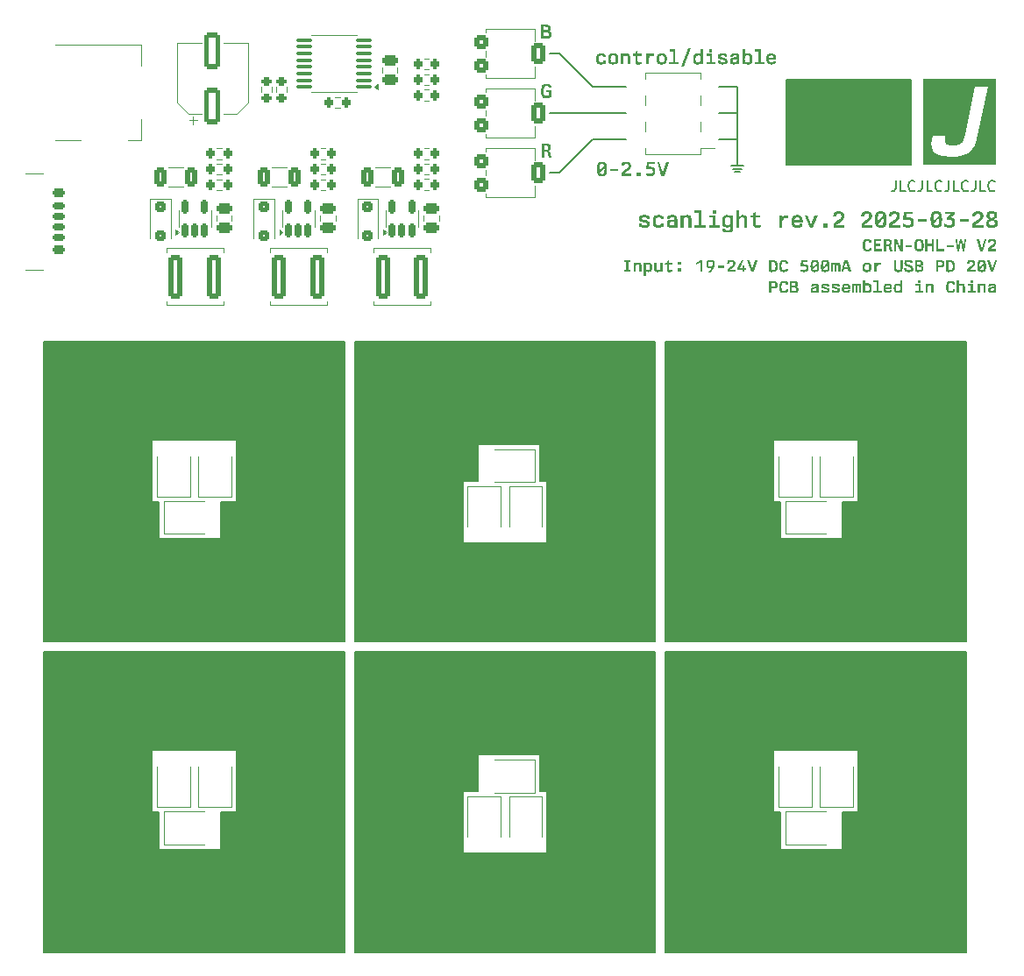
<source format=gto>
G04 #@! TF.GenerationSoftware,KiCad,Pcbnew,9.0.1-rc2*
G04 #@! TF.CreationDate,2025-03-29T14:30:59-07:00*
G04 #@! TF.ProjectId,backlight,6261636b-6c69-4676-9874-2e6b69636164,rev?*
G04 #@! TF.SameCoordinates,Original*
G04 #@! TF.FileFunction,Legend,Top*
G04 #@! TF.FilePolarity,Positive*
%FSLAX46Y46*%
G04 Gerber Fmt 4.6, Leading zero omitted, Abs format (unit mm)*
G04 Created by KiCad (PCBNEW 9.0.1-rc2) date 2025-03-29 14:30:59*
%MOMM*%
%LPD*%
G01*
G04 APERTURE LIST*
G04 Aperture macros list*
%AMRoundRect*
0 Rectangle with rounded corners*
0 $1 Rounding radius*
0 $2 $3 $4 $5 $6 $7 $8 $9 X,Y pos of 4 corners*
0 Add a 4 corners polygon primitive as box body*
4,1,4,$2,$3,$4,$5,$6,$7,$8,$9,$2,$3,0*
0 Add four circle primitives for the rounded corners*
1,1,$1+$1,$2,$3*
1,1,$1+$1,$4,$5*
1,1,$1+$1,$6,$7*
1,1,$1+$1,$8,$9*
0 Add four rect primitives between the rounded corners*
20,1,$1+$1,$2,$3,$4,$5,0*
20,1,$1+$1,$4,$5,$6,$7,0*
20,1,$1+$1,$6,$7,$8,$9,0*
20,1,$1+$1,$8,$9,$2,$3,0*%
G04 Aperture macros list end*
%ADD10C,0.150000*%
%ADD11C,0.300000*%
%ADD12C,0.350000*%
%ADD13C,0.400000*%
%ADD14C,0.120000*%
%ADD15C,2.575000*%
%ADD16R,2.200000X1.550000*%
%ADD17R,2.200000X2.500000*%
%ADD18O,4.200000X2.000000*%
%ADD19O,2.000000X4.200000*%
%ADD20R,2.000000X4.600000*%
%ADD21R,1.550000X2.200000*%
%ADD22R,2.500000X2.200000*%
%ADD23RoundRect,0.250000X0.550000X-1.500000X0.550000X1.500000X-0.550000X1.500000X-0.550000X-1.500000X0*%
%ADD24R,3.150000X1.000000*%
%ADD25RoundRect,0.150000X0.150000X-0.512500X0.150000X0.512500X-0.150000X0.512500X-0.150000X-0.512500X0*%
%ADD26RoundRect,0.100000X0.637500X0.100000X-0.637500X0.100000X-0.637500X-0.100000X0.637500X-0.100000X0*%
%ADD27C,1.300000*%
%ADD28C,2.000000*%
%ADD29O,1.700000X1.000000*%
%ADD30RoundRect,0.200000X-0.400000X0.200000X-0.400000X-0.200000X0.400000X-0.200000X0.400000X0.200000X0*%
%ADD31RoundRect,0.190000X-0.410000X0.190000X-0.410000X-0.190000X0.410000X-0.190000X0.410000X0.190000X0*%
%ADD32RoundRect,0.175000X0.425000X-0.175000X0.425000X0.175000X-0.425000X0.175000X-0.425000X-0.175000X0*%
%ADD33RoundRect,0.200000X0.400000X-0.200000X0.400000X0.200000X-0.400000X0.200000X-0.400000X-0.200000X0*%
%ADD34RoundRect,0.190000X0.410000X-0.190000X0.410000X0.190000X-0.410000X0.190000X-0.410000X-0.190000X0*%
%ADD35RoundRect,0.175000X-0.425000X0.175000X-0.425000X-0.175000X0.425000X-0.175000X0.425000X0.175000X0*%
%ADD36RoundRect,0.200000X-0.200000X-0.275000X0.200000X-0.275000X0.200000X0.275000X-0.200000X0.275000X0*%
%ADD37RoundRect,0.250000X-0.325000X-0.650000X0.325000X-0.650000X0.325000X0.650000X-0.325000X0.650000X0*%
%ADD38C,2.200000*%
%ADD39RoundRect,0.250000X-0.475000X0.250000X-0.475000X-0.250000X0.475000X-0.250000X0.475000X0.250000X0*%
%ADD40RoundRect,0.250000X-0.300000X0.300000X-0.300000X-0.300000X0.300000X-0.300000X0.300000X0.300000X0*%
%ADD41RoundRect,0.200000X0.200000X0.275000X-0.200000X0.275000X-0.200000X-0.275000X0.200000X-0.275000X0*%
%ADD42RoundRect,0.249999X0.450001X1.850001X-0.450001X1.850001X-0.450001X-1.850001X0.450001X-1.850001X0*%
%ADD43RoundRect,0.250000X0.400000X-0.400000X0.400000X0.400000X-0.400000X0.400000X-0.400000X-0.400000X0*%
%ADD44RoundRect,0.250000X0.400000X-0.750000X0.400000X0.750000X-0.400000X0.750000X-0.400000X-0.750000X0*%
%ADD45RoundRect,0.200000X-0.275000X0.200000X-0.275000X-0.200000X0.275000X-0.200000X0.275000X0.200000X0*%
G04 APERTURE END LIST*
D10*
X159200000Y-62200000D02*
X171200000Y-62200000D01*
X171200000Y-70400000D01*
X159200000Y-70400000D01*
X159200000Y-62200000D01*
G36*
X159200000Y-62200000D02*
G01*
X171200000Y-62200000D01*
X171200000Y-70400000D01*
X159200000Y-70400000D01*
X159200000Y-62200000D01*
G37*
D11*
G36*
X167004149Y-78778068D02*
G01*
X167088190Y-78775612D01*
X167160411Y-78767800D01*
X167209077Y-78757552D01*
X167251405Y-78743317D01*
X167283212Y-78727537D01*
X167310800Y-78708328D01*
X167333061Y-78687012D01*
X167352030Y-78662328D01*
X167381308Y-78600971D01*
X167400679Y-78515390D01*
X167407369Y-78445849D01*
X167197369Y-78445849D01*
X167187631Y-78490767D01*
X167173668Y-78526367D01*
X167160046Y-78547121D01*
X167143092Y-78563643D01*
X167101004Y-78584356D01*
X167035779Y-78594199D01*
X167004149Y-78594959D01*
X166957220Y-78592517D01*
X166916440Y-78584806D01*
X166887763Y-78574337D01*
X166862686Y-78559749D01*
X166842719Y-78542509D01*
X166825479Y-78521320D01*
X166798165Y-78464813D01*
X166779082Y-78379566D01*
X166769503Y-78246058D01*
X166768943Y-78194450D01*
X166771417Y-78090511D01*
X166779357Y-78004514D01*
X166789253Y-77951441D01*
X166802912Y-77906963D01*
X166817449Y-77875972D01*
X166835024Y-77850273D01*
X166853838Y-77831191D01*
X166875469Y-77815986D01*
X166928163Y-77796126D01*
X167004149Y-77788884D01*
X167051521Y-77791379D01*
X167090116Y-77799463D01*
X167113666Y-77809583D01*
X167133412Y-77823628D01*
X167161447Y-77861341D01*
X167182085Y-77922396D01*
X167187257Y-77948033D01*
X167397257Y-77948033D01*
X167392123Y-77877663D01*
X167382025Y-77816796D01*
X167370061Y-77774934D01*
X167354241Y-77738427D01*
X167336890Y-77710538D01*
X167316085Y-77686391D01*
X167265789Y-77649916D01*
X167197656Y-77624462D01*
X167101182Y-77609283D01*
X167004149Y-77605702D01*
X166928821Y-77608129D01*
X166861668Y-77615738D01*
X166812056Y-77626292D01*
X166767556Y-77641003D01*
X166732138Y-77657784D01*
X166700435Y-77678261D01*
X166673754Y-77701184D01*
X166650130Y-77727746D01*
X166611399Y-77792768D01*
X166582124Y-77879863D01*
X166562396Y-77999692D01*
X166553989Y-78170016D01*
X166553887Y-78194450D01*
X166556327Y-78305048D01*
X166564026Y-78401963D01*
X166574387Y-78470291D01*
X166588792Y-78530653D01*
X166604701Y-78576631D01*
X166624032Y-78617191D01*
X166644736Y-78649570D01*
X166668568Y-78677847D01*
X166723682Y-78721344D01*
X166793337Y-78752089D01*
X166884613Y-78771373D01*
X167004149Y-78778068D01*
G37*
G36*
X167626528Y-78764000D02*
G01*
X168369075Y-78764000D01*
X168369075Y-78579205D01*
X167841511Y-78579205D01*
X167841511Y-78262227D01*
X168268252Y-78262227D01*
X168268252Y-78077433D01*
X167841511Y-78077433D01*
X167841511Y-77804638D01*
X168335443Y-77804638D01*
X168335443Y-77619771D01*
X167626528Y-77619771D01*
X167626528Y-78764000D01*
G37*
G36*
X169059962Y-77621762D02*
G01*
X169162692Y-77641289D01*
X169235332Y-77670080D01*
X169287914Y-77708456D01*
X169308936Y-77732549D01*
X169326167Y-77759769D01*
X169341110Y-77793797D01*
X169351914Y-77831980D01*
X169359858Y-77883962D01*
X169362655Y-77942538D01*
X169356254Y-78042847D01*
X169338665Y-78101828D01*
X169309171Y-78143626D01*
X169286979Y-78161202D01*
X169260197Y-78175386D01*
X169217694Y-78189492D01*
X169166137Y-78199359D01*
X169166137Y-78214453D01*
X169207630Y-78224226D01*
X169252642Y-78248014D01*
X169272472Y-78267373D01*
X169289619Y-78291951D01*
X169312230Y-78341222D01*
X169332467Y-78406428D01*
X169428161Y-78764000D01*
X169198011Y-78764000D01*
X169119096Y-78421595D01*
X169098693Y-78363626D01*
X169069925Y-78329178D01*
X169047962Y-78315675D01*
X169021032Y-78305882D01*
X168972544Y-78297579D01*
X168910781Y-78295053D01*
X168803217Y-78295053D01*
X168803217Y-78764000D01*
X168589846Y-78764000D01*
X168589846Y-77801561D01*
X168803217Y-77801561D01*
X168803217Y-78108647D01*
X169019958Y-78108647D01*
X169032771Y-78108413D01*
X169084304Y-78099922D01*
X169117443Y-78079440D01*
X169130636Y-78061664D01*
X169140243Y-78038937D01*
X169148457Y-77996814D01*
X169150970Y-77942538D01*
X169145408Y-77883356D01*
X169128865Y-77846146D01*
X169114566Y-77831765D01*
X169095972Y-77820792D01*
X169061534Y-77810355D01*
X169016587Y-77804931D01*
X168891025Y-77799509D01*
X168803217Y-77801561D01*
X168589846Y-77801561D01*
X168589846Y-77619771D01*
X168789808Y-77615081D01*
X168910561Y-77613353D01*
X169059962Y-77621762D01*
G37*
G36*
X169553238Y-78764000D02*
G01*
X169759867Y-78764000D01*
X169759867Y-78106962D01*
X169736347Y-77868312D01*
X169741403Y-77868312D01*
X170151364Y-78764000D01*
X170413388Y-78764000D01*
X170413388Y-77619771D01*
X170206758Y-77619771D01*
X170206758Y-78278347D01*
X170230279Y-78517070D01*
X170225223Y-78517070D01*
X169815335Y-77619771D01*
X169553238Y-77619771D01*
X169553238Y-78764000D01*
G37*
G36*
X170671235Y-78356016D02*
G01*
X171309588Y-78356016D01*
X171309588Y-78171222D01*
X170671235Y-78171222D01*
X170671235Y-78356016D01*
G37*
G36*
X172113043Y-77612131D02*
G01*
X172203284Y-77631176D01*
X172272186Y-77661752D01*
X172301047Y-77681741D01*
X172326800Y-77705231D01*
X172350469Y-77733615D01*
X172371038Y-77766168D01*
X172390283Y-77807086D01*
X172406127Y-77853543D01*
X172420503Y-77914747D01*
X172430845Y-77984143D01*
X172438553Y-78083045D01*
X172440994Y-78196135D01*
X172433282Y-78382074D01*
X172414171Y-78503135D01*
X172385488Y-78590792D01*
X172347398Y-78656020D01*
X172324147Y-78682603D01*
X172297854Y-78705538D01*
X172266607Y-78726003D01*
X172231667Y-78742773D01*
X172187723Y-78757476D01*
X172138692Y-78768024D01*
X172072165Y-78775640D01*
X171997474Y-78778068D01*
X171883759Y-78771951D01*
X171792571Y-78753221D01*
X171723151Y-78723014D01*
X171668284Y-78680054D01*
X171644560Y-78652039D01*
X171623945Y-78619903D01*
X171604683Y-78579551D01*
X171588826Y-78533736D01*
X171574447Y-78473409D01*
X171564102Y-78405011D01*
X171556394Y-78307558D01*
X171553953Y-78196135D01*
X171765638Y-78196135D01*
X171766053Y-78240681D01*
X171775201Y-78376280D01*
X171793934Y-78462515D01*
X171820870Y-78519436D01*
X171837867Y-78540704D01*
X171857565Y-78557994D01*
X171882300Y-78572608D01*
X171910589Y-78583088D01*
X171950978Y-78590828D01*
X171997474Y-78593274D01*
X172068079Y-78587005D01*
X172121131Y-78568091D01*
X172142775Y-78553446D01*
X172161589Y-78534969D01*
X172179126Y-78510029D01*
X172193628Y-78479870D01*
X172207273Y-78436403D01*
X172217159Y-78384424D01*
X172225143Y-78299315D01*
X172227624Y-78196135D01*
X172227141Y-78146528D01*
X172217862Y-78008874D01*
X172199150Y-77921769D01*
X172172365Y-77864507D01*
X172155510Y-77843184D01*
X172135979Y-77825854D01*
X172111496Y-77811237D01*
X172083492Y-77800755D01*
X172043514Y-77793015D01*
X171997474Y-77790570D01*
X171924127Y-77797521D01*
X171871798Y-77817188D01*
X171850277Y-77832339D01*
X171831545Y-77851396D01*
X171814023Y-77877125D01*
X171799520Y-77908197D01*
X171785891Y-77952823D01*
X171776010Y-78006124D01*
X171768107Y-78092152D01*
X171765638Y-78196135D01*
X171553953Y-78196135D01*
X171554017Y-78176549D01*
X171562086Y-78003082D01*
X171581493Y-77881523D01*
X171610404Y-77793490D01*
X171648658Y-77728005D01*
X171671958Y-77701337D01*
X171698280Y-77678332D01*
X171729512Y-77657823D01*
X171764407Y-77641020D01*
X171808225Y-77626302D01*
X171857077Y-77615744D01*
X171923245Y-77608130D01*
X171997474Y-77605702D01*
X172113043Y-77612131D01*
G37*
G36*
X172596259Y-78764000D02*
G01*
X172811315Y-78764000D01*
X172811315Y-78264498D01*
X173197756Y-78264498D01*
X173197756Y-78764000D01*
X173412739Y-78764000D01*
X173412739Y-77619771D01*
X173197756Y-77619771D01*
X173197756Y-78074648D01*
X172811315Y-78074648D01*
X172811315Y-77619771D01*
X172596259Y-77619771D01*
X172596259Y-78764000D01*
G37*
G36*
X173645380Y-78764000D02*
G01*
X174438266Y-78764000D01*
X174438266Y-78575908D01*
X173860363Y-78575908D01*
X173860363Y-77619771D01*
X173645380Y-77619771D01*
X173645380Y-78764000D01*
G37*
G36*
X174699483Y-78356016D02*
G01*
X175337837Y-78356016D01*
X175337837Y-78171222D01*
X174699483Y-78171222D01*
X174699483Y-78356016D01*
G37*
G36*
X175669543Y-78764000D02*
G01*
X175891340Y-78764000D01*
X176022352Y-77767635D01*
X176029093Y-77767635D01*
X176158419Y-78764000D01*
X176381902Y-78764000D01*
X176517969Y-77619771D01*
X176333175Y-77619771D01*
X176265911Y-78520441D01*
X176264299Y-78520441D01*
X176250816Y-78311613D01*
X176146696Y-77619771D01*
X175904749Y-77619771D01*
X175797257Y-78311613D01*
X175785460Y-78520441D01*
X175783775Y-78520441D01*
X175718269Y-77619771D01*
X175533475Y-77619771D01*
X175669543Y-78764000D01*
G37*
G36*
X177907149Y-78764000D02*
G01*
X178170858Y-78764000D01*
X178510258Y-77619771D01*
X178300258Y-77619771D01*
X178043217Y-78512014D01*
X178034791Y-78512014D01*
X177777749Y-77619771D01*
X177567749Y-77619771D01*
X177907149Y-78764000D01*
G37*
G36*
X178655485Y-78486955D02*
G01*
X178655485Y-78764000D01*
X179441703Y-78764000D01*
X179441703Y-78575908D01*
X178872153Y-78575908D01*
X178872153Y-78560741D01*
X179033602Y-78445090D01*
X179155943Y-78349157D01*
X179301315Y-78216048D01*
X179305635Y-78211742D01*
X179349496Y-78164340D01*
X179382058Y-78120038D01*
X179399877Y-78087092D01*
X179412663Y-78053028D01*
X179425265Y-77978870D01*
X179426535Y-77938214D01*
X179424088Y-77870691D01*
X179416338Y-77812195D01*
X179406003Y-77771840D01*
X179391631Y-77736584D01*
X179375400Y-77709566D01*
X179355595Y-77686118D01*
X179306705Y-77650413D01*
X179239126Y-77625147D01*
X179141919Y-77609718D01*
X179035112Y-77605702D01*
X178950589Y-77608153D01*
X178877926Y-77615927D01*
X178828726Y-77626161D01*
X178785967Y-77640367D01*
X178753870Y-77656103D01*
X178726071Y-77675241D01*
X178703729Y-77696415D01*
X178684742Y-77720906D01*
X178655687Y-77781496D01*
X178636852Y-77865536D01*
X178630279Y-77941585D01*
X178845262Y-77941585D01*
X178850919Y-77896923D01*
X178861552Y-77861086D01*
X178873153Y-77839839D01*
X178888370Y-77822673D01*
X178927374Y-77800616D01*
X178988656Y-77788961D01*
X179036797Y-77787199D01*
X179093923Y-77789711D01*
X179138457Y-77797913D01*
X179162750Y-77807547D01*
X179181942Y-77820782D01*
X179204624Y-77853851D01*
X179215470Y-77904534D01*
X179216608Y-77934844D01*
X179214054Y-77976202D01*
X179205552Y-78010435D01*
X179178283Y-78056565D01*
X179161141Y-78075821D01*
X179094268Y-78138893D01*
X179005509Y-78214634D01*
X178655485Y-78486955D01*
G37*
G36*
X143483856Y-80780000D02*
G01*
X144113856Y-80780000D01*
X144113856Y-80593593D01*
X143903856Y-80593593D01*
X143903856Y-79822250D01*
X144102132Y-79822250D01*
X144102132Y-79635771D01*
X143495653Y-79635771D01*
X143495653Y-79822250D01*
X143693856Y-79822250D01*
X143693856Y-80593593D01*
X143483856Y-80593593D01*
X143483856Y-80780000D01*
G37*
G36*
X144417059Y-80780000D02*
G01*
X144622003Y-80780000D01*
X144622003Y-80323729D01*
X144624478Y-80253616D01*
X144632419Y-80196127D01*
X144642299Y-80161064D01*
X144655931Y-80132001D01*
X144670869Y-80111531D01*
X144689008Y-80094932D01*
X144734344Y-80072741D01*
X144800786Y-80061977D01*
X144832003Y-80061120D01*
X144881443Y-80063615D01*
X144920567Y-80071700D01*
X144942854Y-80081472D01*
X144960659Y-80094934D01*
X144982588Y-80129630D01*
X144993615Y-80184345D01*
X144994962Y-80221074D01*
X144994962Y-80780000D01*
X145199906Y-80780000D01*
X145199906Y-80224445D01*
X145197450Y-80148256D01*
X145189637Y-80083215D01*
X145179446Y-80039946D01*
X145165309Y-80002648D01*
X145149642Y-79974924D01*
X145130579Y-79951213D01*
X145084434Y-79916539D01*
X145021543Y-79893448D01*
X144931445Y-79881137D01*
X144875674Y-79879623D01*
X144822771Y-79882147D01*
X144778041Y-79890439D01*
X144748835Y-79901092D01*
X144722552Y-79916050D01*
X144677996Y-79958085D01*
X144635412Y-80022431D01*
X144622003Y-80022431D01*
X144622003Y-79903070D01*
X144417059Y-79903070D01*
X144417059Y-80780000D01*
G37*
G36*
X145859639Y-79884594D02*
G01*
X145966026Y-79894077D01*
X146042315Y-79915253D01*
X146099607Y-79947784D01*
X146123514Y-79969303D01*
X146144248Y-79994482D01*
X146163326Y-80026148D01*
X146179033Y-80062569D01*
X146193275Y-80111058D01*
X146203536Y-80166615D01*
X146211265Y-80247453D01*
X146213709Y-80340875D01*
X146213255Y-80383201D01*
X146203387Y-80515915D01*
X146182748Y-80607724D01*
X146152488Y-80673683D01*
X146111325Y-80722578D01*
X146084728Y-80742614D01*
X146054474Y-80759041D01*
X146015591Y-80773538D01*
X145971563Y-80783956D01*
X145909661Y-80791632D01*
X145839065Y-80794068D01*
X145788000Y-80792242D01*
X145720360Y-80779690D01*
X145692836Y-80768183D01*
X145668074Y-80752618D01*
X145638772Y-80725912D01*
X145610601Y-80690900D01*
X145597118Y-80690900D01*
X145597118Y-81140209D01*
X145393859Y-81140209D01*
X145393859Y-80340875D01*
X145593748Y-80340875D01*
X145595187Y-80401212D01*
X145606445Y-80490786D01*
X145626929Y-80547219D01*
X145657433Y-80584564D01*
X145679184Y-80598808D01*
X145704784Y-80609059D01*
X145743913Y-80616922D01*
X145790339Y-80619385D01*
X145830272Y-80617978D01*
X145895198Y-80606032D01*
X145939997Y-80582591D01*
X145958090Y-80565135D01*
X145972984Y-80543710D01*
X145986655Y-80513182D01*
X145996554Y-80476424D01*
X146004592Y-80415384D01*
X146007080Y-80340875D01*
X146004726Y-80267091D01*
X145992031Y-80183885D01*
X145969976Y-80130215D01*
X145955002Y-80110148D01*
X145937015Y-80093784D01*
X145913210Y-80079627D01*
X145885178Y-80069430D01*
X145841858Y-80061536D01*
X145790339Y-80059068D01*
X145765242Y-80059720D01*
X145702834Y-80070037D01*
X145659642Y-80092304D01*
X145642027Y-80109447D01*
X145627485Y-80130772D01*
X145614007Y-80161728D01*
X145604222Y-80199396D01*
X145596229Y-80262773D01*
X145593748Y-80340875D01*
X145393859Y-80340875D01*
X145393859Y-79903070D01*
X145597118Y-79903070D01*
X145597118Y-79988506D01*
X145610601Y-79988506D01*
X145627433Y-79970337D01*
X145683393Y-79922071D01*
X145711060Y-79906391D01*
X145740339Y-79895321D01*
X145783461Y-79886861D01*
X145834009Y-79884312D01*
X145859639Y-79884594D01*
G37*
G36*
X146723469Y-80794068D02*
G01*
X146787505Y-80791561D01*
X146840446Y-80783395D01*
X146873714Y-80773117D01*
X146902813Y-80758801D01*
X146948260Y-80720526D01*
X146992233Y-80656315D01*
X147005716Y-80656315D01*
X147005716Y-80780000D01*
X147210660Y-80780000D01*
X147210660Y-79903070D01*
X147005716Y-79903070D01*
X147005716Y-80356702D01*
X147003231Y-80425829D01*
X146995221Y-80482697D01*
X146985277Y-80517352D01*
X146971533Y-80546227D01*
X146956405Y-80566737D01*
X146938000Y-80583490D01*
X146891720Y-80606312D01*
X146823634Y-80618035D01*
X146782233Y-80619385D01*
X146736722Y-80616891D01*
X146700767Y-80608810D01*
X146680250Y-80599003D01*
X146663901Y-80585482D01*
X146643606Y-80549858D01*
X146633661Y-80491905D01*
X146632757Y-80460017D01*
X146632757Y-79903070D01*
X146427813Y-79903070D01*
X146427813Y-80456646D01*
X146430275Y-80534581D01*
X146438136Y-80600543D01*
X146448257Y-80643492D01*
X146462285Y-80680234D01*
X146477729Y-80707157D01*
X146496506Y-80729976D01*
X146541875Y-80762732D01*
X146603988Y-80783743D01*
X146693933Y-80793600D01*
X146723469Y-80794068D01*
G37*
G36*
X147937160Y-80798684D02*
G01*
X148084316Y-80790083D01*
X148204313Y-80776849D01*
X148204313Y-80600408D01*
X148085437Y-80615539D01*
X147994313Y-80620558D01*
X147940315Y-80618059D01*
X147901594Y-80609943D01*
X147882942Y-80600889D01*
X147869301Y-80588611D01*
X147854768Y-80556578D01*
X147849819Y-80492916D01*
X147849819Y-80076140D01*
X148177422Y-80076140D01*
X148177422Y-79903070D01*
X147849819Y-79903070D01*
X147849819Y-79642732D01*
X147654913Y-79725017D01*
X147654913Y-79903070D01*
X147471804Y-79903070D01*
X147431504Y-80076140D01*
X147648245Y-80076140D01*
X147648245Y-80499584D01*
X147651004Y-80575805D01*
X147660935Y-80640791D01*
X147671881Y-80675694D01*
X147687199Y-80706229D01*
X147704050Y-80728688D01*
X147724842Y-80748019D01*
X147777031Y-80776336D01*
X147851417Y-80793723D01*
X147937160Y-80798684D01*
G37*
G36*
X148673772Y-80747173D02*
G01*
X148992949Y-80747173D01*
X148992949Y-80439794D01*
X148673772Y-80439794D01*
X148673772Y-80747173D01*
G37*
G36*
X148673772Y-80085959D02*
G01*
X148992949Y-80085959D01*
X148992949Y-79778579D01*
X148673772Y-79778579D01*
X148673772Y-80085959D01*
G37*
G36*
X150850855Y-80780000D02*
G01*
X151059170Y-80780000D01*
X151059170Y-79635771D01*
X150850855Y-79635771D01*
X150489620Y-79889002D01*
X150489620Y-80111385D01*
X150792017Y-79924392D01*
X150857523Y-79870610D01*
X150850855Y-79974951D01*
X150850855Y-80780000D01*
G37*
G36*
X151974620Y-79626680D02*
G01*
X152067129Y-79642085D01*
X152130165Y-79666876D01*
X152175837Y-79702679D01*
X152194734Y-79727175D01*
X152210187Y-79755784D01*
X152224455Y-79795516D01*
X152234707Y-79841909D01*
X152243390Y-79922178D01*
X152245970Y-80018914D01*
X152245158Y-80066838D01*
X152233596Y-80183034D01*
X152206548Y-80284821D01*
X152184726Y-80337507D01*
X152156878Y-80391211D01*
X152115900Y-80456781D01*
X152064949Y-80527067D01*
X151962446Y-80651391D01*
X151829341Y-80798757D01*
X151570614Y-80798757D01*
X151647115Y-80724031D01*
X151801384Y-80562678D01*
X151886928Y-80458025D01*
X151973835Y-80337065D01*
X151960353Y-80337065D01*
X151909919Y-80374835D01*
X151871823Y-80387609D01*
X151822600Y-80390774D01*
X151722268Y-80387752D01*
X151626411Y-80374372D01*
X151562245Y-80351527D01*
X151516375Y-80317972D01*
X151497529Y-80294890D01*
X151482119Y-80267788D01*
X151467883Y-80229946D01*
X151457648Y-80185571D01*
X151448865Y-80107219D01*
X151446316Y-80013859D01*
X151641176Y-80013859D01*
X151645770Y-80103153D01*
X151659761Y-80158720D01*
X151683903Y-80193792D01*
X151703252Y-80207565D01*
X151727273Y-80217552D01*
X151776676Y-80226835D01*
X151841065Y-80229501D01*
X151924111Y-80224957D01*
X151977711Y-80210732D01*
X152012515Y-80185642D01*
X152026566Y-80165188D01*
X152036963Y-80139668D01*
X152047126Y-80087333D01*
X152051065Y-80018914D01*
X152046185Y-79909146D01*
X152031268Y-79855148D01*
X152005685Y-79820288D01*
X151985237Y-79806471D01*
X151960009Y-79796466D01*
X151909497Y-79787309D01*
X151844435Y-79784661D01*
X151760359Y-79789959D01*
X151709908Y-79805087D01*
X151691539Y-79816754D01*
X151676542Y-79831739D01*
X151662979Y-79853739D01*
X151653118Y-79881186D01*
X151643841Y-79938568D01*
X151641176Y-80013859D01*
X151446316Y-80013859D01*
X151446270Y-80012173D01*
X151450784Y-79891645D01*
X151465844Y-79799806D01*
X151490413Y-79737169D01*
X151526112Y-79691714D01*
X151550628Y-79672874D01*
X151579297Y-79657462D01*
X151619206Y-79643212D01*
X151665855Y-79632972D01*
X151746787Y-79624283D01*
X151844435Y-79621702D01*
X151974620Y-79626680D01*
G37*
G36*
X152544118Y-80372016D02*
G01*
X153182471Y-80372016D01*
X153182471Y-80187222D01*
X152544118Y-80187222D01*
X152544118Y-80372016D01*
G37*
G36*
X153478933Y-80502955D02*
G01*
X153478933Y-80780000D01*
X154265150Y-80780000D01*
X154265150Y-80591908D01*
X153695601Y-80591908D01*
X153695601Y-80576741D01*
X153857050Y-80461090D01*
X153979391Y-80365157D01*
X154124762Y-80232048D01*
X154129083Y-80227742D01*
X154172944Y-80180340D01*
X154205506Y-80136038D01*
X154223325Y-80103092D01*
X154236111Y-80069028D01*
X154248713Y-79994870D01*
X154249983Y-79954214D01*
X154247536Y-79886691D01*
X154239786Y-79828195D01*
X154229450Y-79787840D01*
X154215079Y-79752584D01*
X154198848Y-79725566D01*
X154179042Y-79702118D01*
X154130153Y-79666413D01*
X154062573Y-79641147D01*
X153965367Y-79625718D01*
X153858559Y-79621702D01*
X153774037Y-79624153D01*
X153701373Y-79631927D01*
X153652174Y-79642161D01*
X153609415Y-79656367D01*
X153577317Y-79672103D01*
X153549519Y-79691241D01*
X153527177Y-79712415D01*
X153508189Y-79736906D01*
X153479134Y-79797496D01*
X153460300Y-79881536D01*
X153453727Y-79957585D01*
X153668709Y-79957585D01*
X153674366Y-79912923D01*
X153685000Y-79877086D01*
X153696601Y-79855839D01*
X153711817Y-79838673D01*
X153750821Y-79816616D01*
X153812104Y-79804961D01*
X153860245Y-79803199D01*
X153917370Y-79805711D01*
X153961905Y-79813913D01*
X153986197Y-79823547D01*
X154005390Y-79836782D01*
X154028072Y-79869851D01*
X154038918Y-79920534D01*
X154040056Y-79950844D01*
X154037502Y-79992202D01*
X154029000Y-80026435D01*
X154001731Y-80072565D01*
X153984589Y-80091821D01*
X153917716Y-80154893D01*
X153828957Y-80230634D01*
X153478933Y-80502955D01*
G37*
G36*
X154474198Y-80572271D02*
G01*
X154939554Y-80572271D01*
X154939554Y-80780000D01*
X155141127Y-80780000D01*
X155141127Y-80572271D01*
X155297418Y-80572271D01*
X155297418Y-80390774D01*
X155141127Y-80390774D01*
X155141127Y-80123841D01*
X154939554Y-80123841D01*
X154939554Y-80390774D01*
X154685883Y-80390774D01*
X155067268Y-79621702D01*
X154842101Y-79621702D01*
X154474198Y-80380736D01*
X154474198Y-80572271D01*
G37*
G36*
X155751783Y-80780000D02*
G01*
X156015492Y-80780000D01*
X156354892Y-79635771D01*
X156144892Y-79635771D01*
X155887851Y-80528014D01*
X155879425Y-80528014D01*
X155622383Y-79635771D01*
X155412383Y-79635771D01*
X155751783Y-80780000D01*
G37*
G36*
X157851564Y-79637456D02*
G01*
X157980959Y-79656254D01*
X158084173Y-79685127D01*
X158161630Y-79722844D01*
X158221590Y-79771010D01*
X158246901Y-79800514D01*
X158268815Y-79833581D01*
X158288836Y-79873497D01*
X158305271Y-79918029D01*
X158319875Y-79974708D01*
X158330361Y-80038048D01*
X158338008Y-80125152D01*
X158340440Y-80223419D01*
X158337982Y-80320900D01*
X158323496Y-80451586D01*
X158297947Y-80548535D01*
X158262038Y-80622652D01*
X158214515Y-80680787D01*
X158184882Y-80705526D01*
X158151561Y-80726896D01*
X158111055Y-80746442D01*
X158065845Y-80762369D01*
X158008332Y-80776343D01*
X157944184Y-80786122D01*
X157857016Y-80792744D01*
X157759166Y-80794068D01*
X157757976Y-80794068D01*
X157655449Y-80791667D01*
X157485346Y-80780000D01*
X157485346Y-80604291D01*
X157700328Y-80604291D01*
X157833099Y-80609274D01*
X157869613Y-80606481D01*
X157951993Y-80590837D01*
X158010840Y-80564549D01*
X158034601Y-80546820D01*
X158055168Y-80525626D01*
X158073864Y-80498780D01*
X158089259Y-80467415D01*
X158103296Y-80424802D01*
X158113426Y-80375250D01*
X158121242Y-80300085D01*
X158123699Y-80211622D01*
X158123172Y-80169883D01*
X158113320Y-80053090D01*
X158092951Y-79974052D01*
X158062515Y-79917642D01*
X158042469Y-79894818D01*
X158019054Y-79875482D01*
X157988814Y-79857757D01*
X157953927Y-79843697D01*
X157903437Y-79830755D01*
X157844822Y-79822323D01*
X157700328Y-79813897D01*
X157700328Y-80604291D01*
X157485346Y-80604291D01*
X157485346Y-79637822D01*
X157627608Y-79631139D01*
X157741693Y-79631011D01*
X157851564Y-79637456D01*
G37*
G36*
X158947652Y-80794068D02*
G01*
X159031694Y-80791612D01*
X159103914Y-80783800D01*
X159152580Y-80773552D01*
X159194908Y-80759317D01*
X159226715Y-80743537D01*
X159254303Y-80724328D01*
X159276565Y-80703012D01*
X159295533Y-80678328D01*
X159324812Y-80616971D01*
X159344183Y-80531390D01*
X159350873Y-80461849D01*
X159140873Y-80461849D01*
X159131135Y-80506767D01*
X159117171Y-80542367D01*
X159103549Y-80563121D01*
X159086595Y-80579643D01*
X159044507Y-80600356D01*
X158979282Y-80610199D01*
X158947652Y-80610959D01*
X158900724Y-80608517D01*
X158859943Y-80600806D01*
X158831267Y-80590337D01*
X158806190Y-80575749D01*
X158786222Y-80558509D01*
X158768982Y-80537320D01*
X158741669Y-80480813D01*
X158722585Y-80395566D01*
X158713006Y-80262058D01*
X158712446Y-80210450D01*
X158714920Y-80106511D01*
X158722860Y-80020514D01*
X158732756Y-79967441D01*
X158746415Y-79922963D01*
X158760953Y-79891972D01*
X158778528Y-79866273D01*
X158797342Y-79847191D01*
X158818973Y-79831986D01*
X158871667Y-79812126D01*
X158947652Y-79804884D01*
X158995024Y-79807379D01*
X159033619Y-79815463D01*
X159057169Y-79825583D01*
X159076916Y-79839628D01*
X159104951Y-79877341D01*
X159125589Y-79938396D01*
X159130761Y-79964033D01*
X159340761Y-79964033D01*
X159335627Y-79893663D01*
X159325529Y-79832796D01*
X159313565Y-79790934D01*
X159297745Y-79754427D01*
X159280394Y-79726538D01*
X159259589Y-79702391D01*
X159209293Y-79665916D01*
X159141159Y-79640462D01*
X159044686Y-79625283D01*
X158947652Y-79621702D01*
X158872325Y-79624129D01*
X158805172Y-79631738D01*
X158755560Y-79642292D01*
X158711060Y-79657003D01*
X158675642Y-79673784D01*
X158643938Y-79694261D01*
X158617258Y-79717184D01*
X158593634Y-79743746D01*
X158554903Y-79808768D01*
X158525628Y-79895863D01*
X158505899Y-80015692D01*
X158497493Y-80186016D01*
X158497390Y-80210450D01*
X158499830Y-80321048D01*
X158507530Y-80417963D01*
X158517890Y-80486291D01*
X158532295Y-80546653D01*
X158548205Y-80592631D01*
X158567535Y-80633191D01*
X158588240Y-80665570D01*
X158612071Y-80693847D01*
X158667186Y-80737344D01*
X158736841Y-80768089D01*
X158828116Y-80787373D01*
X158947652Y-80794068D01*
G37*
G36*
X160849229Y-80794068D02*
G01*
X160931508Y-80791661D01*
X161004268Y-80784191D01*
X161058055Y-80773797D01*
X161105713Y-80759390D01*
X161142901Y-80743151D01*
X161175653Y-80723461D01*
X161202314Y-80701881D01*
X161225396Y-80677054D01*
X161261013Y-80617934D01*
X161284963Y-80540895D01*
X161296898Y-80437292D01*
X161297806Y-80393412D01*
X161295396Y-80329987D01*
X161287909Y-80273873D01*
X161277437Y-80232166D01*
X161262896Y-80195056D01*
X161246082Y-80165297D01*
X161225596Y-80138904D01*
X161174755Y-80096625D01*
X161105291Y-80063969D01*
X161007711Y-80039586D01*
X160951665Y-80031517D01*
X160863060Y-80025408D01*
X160771926Y-80028147D01*
X160788706Y-79817267D01*
X161249079Y-79813897D01*
X161249079Y-79635771D01*
X160602226Y-79635771D01*
X160551888Y-80234923D01*
X160693436Y-80216714D01*
X160802868Y-80208736D01*
X160928144Y-80213014D01*
X160973159Y-80219915D01*
X161009924Y-80231267D01*
X161033312Y-80243660D01*
X161052244Y-80259450D01*
X161076268Y-80298204D01*
X161088169Y-80354781D01*
X161089491Y-80388356D01*
X161087065Y-80441112D01*
X161079463Y-80485831D01*
X161069346Y-80516083D01*
X161055368Y-80541737D01*
X161039379Y-80560992D01*
X161019920Y-80576920D01*
X160969684Y-80599527D01*
X160895386Y-80611351D01*
X160852600Y-80612644D01*
X160800429Y-80610180D01*
X160748712Y-80602309D01*
X160647544Y-80571572D01*
X160523312Y-80514825D01*
X160523312Y-80725191D01*
X160586489Y-80752054D01*
X160647573Y-80771695D01*
X160754903Y-80790231D01*
X160849229Y-80794068D01*
G37*
G36*
X162020939Y-79619896D02*
G01*
X162113408Y-79632834D01*
X162176484Y-79655917D01*
X162202093Y-79672184D01*
X162224527Y-79692051D01*
X162246591Y-79719219D01*
X162265747Y-79751803D01*
X162289255Y-79808542D01*
X162309850Y-79878450D01*
X162316702Y-79906153D01*
X162336997Y-80031156D01*
X162342974Y-80114026D01*
X162345168Y-80216238D01*
X162345120Y-80232079D01*
X162337228Y-80387516D01*
X162326956Y-80458874D01*
X162311536Y-80530359D01*
X162295331Y-80587294D01*
X162262486Y-80666541D01*
X162224686Y-80719048D01*
X162201651Y-80739356D01*
X162175548Y-80755823D01*
X162140797Y-80770629D01*
X162100779Y-80781283D01*
X162021491Y-80791297D01*
X161923483Y-80794068D01*
X161807442Y-80789895D01*
X161723808Y-80775652D01*
X161664867Y-80750930D01*
X161640299Y-80733417D01*
X161618506Y-80711958D01*
X161597043Y-80682846D01*
X161578214Y-80647826D01*
X161557160Y-80593269D01*
X161543915Y-80545453D01*
X161758838Y-80545453D01*
X161760458Y-80549958D01*
X161780462Y-80583232D01*
X161796588Y-80595787D01*
X161817739Y-80605010D01*
X161862482Y-80613467D01*
X161925168Y-80616015D01*
X161935563Y-80615963D01*
X162020143Y-80608278D01*
X162048029Y-80598726D01*
X162068587Y-80584681D01*
X162083522Y-80565628D01*
X162094540Y-80541054D01*
X162111647Y-80473279D01*
X162127946Y-80365920D01*
X162135168Y-80201144D01*
X162130112Y-80075115D01*
X161758838Y-80545453D01*
X161543915Y-80545453D01*
X161538800Y-80526988D01*
X161533648Y-80504064D01*
X161514599Y-80378120D01*
X161506928Y-80206200D01*
X161716853Y-80206200D01*
X161719161Y-80300017D01*
X161725206Y-80372456D01*
X162103221Y-79893691D01*
X162094929Y-79867027D01*
X162073173Y-79830791D01*
X162056606Y-79817320D01*
X162035689Y-79807495D01*
X161988574Y-79797920D01*
X161923483Y-79795212D01*
X161885663Y-79795995D01*
X161822965Y-79804710D01*
X161786439Y-79823512D01*
X161770656Y-79841926D01*
X161758660Y-79866298D01*
X161740374Y-79935750D01*
X161739722Y-79939254D01*
X161724181Y-80044554D01*
X161716853Y-80206200D01*
X161506928Y-80206200D01*
X161506853Y-80204515D01*
X161513259Y-80047843D01*
X161525834Y-79952954D01*
X161542097Y-79880136D01*
X161561533Y-79813636D01*
X161594112Y-79738630D01*
X161632063Y-79688620D01*
X161655580Y-79669086D01*
X161682492Y-79653193D01*
X161718601Y-79638899D01*
X161760589Y-79628626D01*
X161835319Y-79619765D01*
X161926853Y-79617159D01*
X162020939Y-79619896D01*
G37*
G36*
X163028001Y-79619896D02*
G01*
X163120471Y-79632834D01*
X163183546Y-79655917D01*
X163209156Y-79672184D01*
X163231589Y-79692051D01*
X163253654Y-79719219D01*
X163272810Y-79751803D01*
X163296317Y-79808542D01*
X163316912Y-79878450D01*
X163323764Y-79906153D01*
X163344059Y-80031156D01*
X163350036Y-80114026D01*
X163352230Y-80216238D01*
X163352183Y-80232079D01*
X163344290Y-80387516D01*
X163334018Y-80458874D01*
X163318598Y-80530359D01*
X163302393Y-80587294D01*
X163269548Y-80666541D01*
X163231748Y-80719048D01*
X163208713Y-80739356D01*
X163182610Y-80755823D01*
X163147859Y-80770629D01*
X163107841Y-80781283D01*
X163028553Y-80791297D01*
X162930545Y-80794068D01*
X162814504Y-80789895D01*
X162730870Y-80775652D01*
X162671929Y-80750930D01*
X162647361Y-80733417D01*
X162625568Y-80711958D01*
X162604105Y-80682846D01*
X162585276Y-80647826D01*
X162564222Y-80593269D01*
X162550977Y-80545453D01*
X162765901Y-80545453D01*
X162767520Y-80549958D01*
X162787524Y-80583232D01*
X162803651Y-80595787D01*
X162824801Y-80605010D01*
X162869544Y-80613467D01*
X162932230Y-80616015D01*
X162942626Y-80615963D01*
X163027205Y-80608278D01*
X163055091Y-80598726D01*
X163075649Y-80584681D01*
X163090585Y-80565628D01*
X163101603Y-80541054D01*
X163118709Y-80473279D01*
X163135008Y-80365920D01*
X163142230Y-80201144D01*
X163137174Y-80075115D01*
X162765901Y-80545453D01*
X162550977Y-80545453D01*
X162545862Y-80526988D01*
X162540710Y-80504064D01*
X162521661Y-80378120D01*
X162513990Y-80206200D01*
X162723915Y-80206200D01*
X162726223Y-80300017D01*
X162732268Y-80372456D01*
X163110283Y-79893691D01*
X163101991Y-79867027D01*
X163080236Y-79830791D01*
X163063668Y-79817320D01*
X163042751Y-79807495D01*
X162995636Y-79797920D01*
X162930545Y-79795212D01*
X162892725Y-79795995D01*
X162830027Y-79804710D01*
X162793501Y-79823512D01*
X162777718Y-79841926D01*
X162765722Y-79866298D01*
X162747436Y-79935750D01*
X162746784Y-79939254D01*
X162731243Y-80044554D01*
X162723915Y-80206200D01*
X162513990Y-80206200D01*
X162513915Y-80204515D01*
X162520321Y-80047843D01*
X162532896Y-79952954D01*
X162549159Y-79880136D01*
X162568596Y-79813636D01*
X162601174Y-79738630D01*
X162639125Y-79688620D01*
X162662642Y-79669086D01*
X162689554Y-79653193D01*
X162725663Y-79638899D01*
X162767652Y-79628626D01*
X162842381Y-79619765D01*
X162933915Y-79617159D01*
X163028001Y-79619896D01*
G37*
G36*
X163478992Y-80780000D02*
G01*
X163665471Y-80780000D01*
X163665471Y-80283356D01*
X163668034Y-80195449D01*
X163676597Y-80132519D01*
X163685558Y-80104474D01*
X163697682Y-80084100D01*
X163710123Y-80072623D01*
X163725048Y-80065291D01*
X163754498Y-80061120D01*
X163782600Y-80063605D01*
X163805213Y-80071625D01*
X163819089Y-80082020D01*
X163830226Y-80096524D01*
X163845367Y-80140716D01*
X163851971Y-80223884D01*
X163851951Y-80251336D01*
X163848580Y-80780000D01*
X164033374Y-80780000D01*
X164033374Y-80274930D01*
X164035924Y-80193295D01*
X164044393Y-80133880D01*
X164053461Y-80106309D01*
X164065762Y-80085965D01*
X164078572Y-80074115D01*
X164093982Y-80066300D01*
X164129142Y-80061120D01*
X164153039Y-80063605D01*
X164172435Y-80071625D01*
X164194679Y-80097423D01*
X164208738Y-80146040D01*
X164214798Y-80251336D01*
X164214798Y-80780000D01*
X164401277Y-80780000D01*
X164401277Y-80221074D01*
X164398792Y-80128008D01*
X164390776Y-80052160D01*
X164380974Y-80006947D01*
X164367465Y-79969579D01*
X164353096Y-79943971D01*
X164335721Y-79923145D01*
X164294775Y-79896048D01*
X164238789Y-79882001D01*
X164194648Y-79879623D01*
X164150511Y-79882128D01*
X164114454Y-79890284D01*
X164092103Y-79900587D01*
X164072968Y-79914944D01*
X164043278Y-79955348D01*
X164021577Y-80009023D01*
X164019892Y-80009023D01*
X164005320Y-79967475D01*
X163987388Y-79935121D01*
X163971273Y-79916697D01*
X163952055Y-79902409D01*
X163904598Y-79885317D01*
X163833413Y-79879623D01*
X163799398Y-79882796D01*
X163770247Y-79891576D01*
X163749857Y-79903140D01*
X163731098Y-79919347D01*
X163694537Y-79970289D01*
X163673825Y-80010488D01*
X163660416Y-80010488D01*
X163660416Y-79903070D01*
X163478992Y-79903070D01*
X163478992Y-80780000D01*
G37*
G36*
X165428490Y-80780000D02*
G01*
X165216804Y-80780000D01*
X165142872Y-80526769D01*
X164756504Y-80526769D01*
X164684257Y-80780000D01*
X164474257Y-80780000D01*
X164598834Y-80340362D01*
X164806916Y-80340362D01*
X165094219Y-80340362D01*
X164948039Y-79830676D01*
X164946354Y-79830676D01*
X164806916Y-80340362D01*
X164598834Y-80340362D01*
X164798490Y-79635771D01*
X165097516Y-79635771D01*
X165428490Y-80780000D01*
G37*
G36*
X167018284Y-79880814D02*
G01*
X167126477Y-79892853D01*
X167204496Y-79916090D01*
X167263152Y-79950341D01*
X167287560Y-79972570D01*
X167308709Y-79998354D01*
X167328067Y-80030394D01*
X167343989Y-80066995D01*
X167358329Y-80115125D01*
X167368651Y-80169934D01*
X167376353Y-80248423D01*
X167378793Y-80338531D01*
X167377426Y-80406783D01*
X167365177Y-80527131D01*
X167342208Y-80612487D01*
X167309152Y-80675304D01*
X167288212Y-80700861D01*
X167264058Y-80722936D01*
X167234673Y-80742775D01*
X167201305Y-80759058D01*
X167158169Y-80773537D01*
X167109357Y-80783944D01*
X167040577Y-80791630D01*
X166962164Y-80794068D01*
X166907442Y-80792940D01*
X166798641Y-80781024D01*
X166720236Y-80757896D01*
X166661355Y-80723788D01*
X166636883Y-80701669D01*
X166615683Y-80676017D01*
X166596297Y-80644173D01*
X166580354Y-80607806D01*
X166566004Y-80560026D01*
X166555676Y-80505637D01*
X166547974Y-80427822D01*
X166545534Y-80338531D01*
X166750478Y-80338531D01*
X166752611Y-80408935D01*
X166765048Y-80493515D01*
X166786841Y-80547898D01*
X166801599Y-80568132D01*
X166819318Y-80584620D01*
X166842648Y-80598819D01*
X166870083Y-80609041D01*
X166912197Y-80616920D01*
X166962164Y-80619385D01*
X166999324Y-80618097D01*
X167063026Y-80606337D01*
X167107211Y-80582901D01*
X167125151Y-80565312D01*
X167139941Y-80543662D01*
X167153544Y-80512723D01*
X167163405Y-80475385D01*
X167171371Y-80413780D01*
X167173849Y-80338531D01*
X167171478Y-80263587D01*
X167158718Y-80178867D01*
X167136666Y-80124299D01*
X167121806Y-80103997D01*
X167104000Y-80087452D01*
X167080655Y-80073235D01*
X167053250Y-80062999D01*
X167011535Y-80055154D01*
X166962164Y-80052693D01*
X166923914Y-80054099D01*
X166860998Y-80066153D01*
X166817081Y-80090013D01*
X166799168Y-80107934D01*
X166784396Y-80129970D01*
X166770787Y-80161482D01*
X166760922Y-80199482D01*
X166752956Y-80262106D01*
X166750478Y-80338531D01*
X166545534Y-80338531D01*
X166546973Y-80267970D01*
X166559349Y-80147146D01*
X166582400Y-80061506D01*
X166615492Y-79998532D01*
X166636429Y-79972928D01*
X166660566Y-79950822D01*
X166689914Y-79930961D01*
X166723228Y-79914666D01*
X166766295Y-79900174D01*
X166815015Y-79889762D01*
X166883776Y-79882062D01*
X166962164Y-79879623D01*
X167018284Y-79880814D01*
G37*
G36*
X167686979Y-80780000D02*
G01*
X167888552Y-80780000D01*
X167888552Y-80347690D01*
X167897210Y-80287984D01*
X167924748Y-80220850D01*
X167969518Y-80157460D01*
X167994518Y-80133484D01*
X168020000Y-80116030D01*
X168049826Y-80105450D01*
X168182501Y-80096608D01*
X168303497Y-80098709D01*
X168303497Y-79897062D01*
X168138926Y-79893691D01*
X168053632Y-79896631D01*
X168023773Y-79903614D01*
X167998425Y-79917212D01*
X167974574Y-79939630D01*
X167949209Y-79973073D01*
X167881885Y-80081856D01*
X167863346Y-80081856D01*
X167871773Y-79903070D01*
X167686979Y-79903070D01*
X167686979Y-80780000D01*
G37*
G36*
X169991703Y-80794068D02*
G01*
X170074327Y-80791624D01*
X170145978Y-80783892D01*
X170195462Y-80773592D01*
X170238733Y-80759284D01*
X170271517Y-80743372D01*
X170300053Y-80724014D01*
X170323062Y-80702635D01*
X170342706Y-80677915D01*
X170372754Y-80617269D01*
X170392151Y-80534439D01*
X170399979Y-80405868D01*
X170399979Y-79635771D01*
X170184924Y-79635771D01*
X170184924Y-80400812D01*
X170182430Y-80458441D01*
X170174353Y-80505073D01*
X170164469Y-80532591D01*
X170150819Y-80555135D01*
X170135452Y-80571114D01*
X170116683Y-80583767D01*
X170066449Y-80600337D01*
X169991703Y-80605976D01*
X169934853Y-80603492D01*
X169888386Y-80595478D01*
X169860282Y-80585529D01*
X169837057Y-80571777D01*
X169820381Y-80556247D01*
X169807010Y-80537275D01*
X169789020Y-80486834D01*
X169781703Y-80399127D01*
X169781703Y-79635771D01*
X169566721Y-79635771D01*
X169566721Y-80407554D01*
X169569161Y-80482548D01*
X169576862Y-80548026D01*
X169587234Y-80594042D01*
X169601659Y-80634525D01*
X169617882Y-80665690D01*
X169637649Y-80692984D01*
X169685432Y-80734651D01*
X169749281Y-80764776D01*
X169837528Y-80784876D01*
X169964519Y-80793852D01*
X169991703Y-80794068D01*
G37*
G36*
X170993783Y-80794068D02*
G01*
X171088688Y-80791615D01*
X171169744Y-80783828D01*
X171223729Y-80773677D01*
X171270279Y-80759610D01*
X171304478Y-80744256D01*
X171333796Y-80725629D01*
X171356662Y-80705456D01*
X171375816Y-80682211D01*
X171403691Y-80626160D01*
X171419877Y-80550316D01*
X171423821Y-80473572D01*
X171421372Y-80418401D01*
X171413607Y-80369284D01*
X171402854Y-80333109D01*
X171387774Y-80300174D01*
X171369666Y-80272262D01*
X171347286Y-80246515D01*
X171287531Y-80199666D01*
X171197900Y-80154345D01*
X171072698Y-80109846D01*
X170949005Y-80068449D01*
X170861367Y-80031185D01*
X170825854Y-80010292D01*
X170800495Y-79989050D01*
X170787229Y-79971656D01*
X170779521Y-79953346D01*
X170777042Y-79933918D01*
X170779519Y-79898519D01*
X170787485Y-79869752D01*
X170797664Y-79852029D01*
X170811799Y-79837546D01*
X170851600Y-79817837D01*
X170919895Y-79806750D01*
X170980300Y-79804884D01*
X171044562Y-79807397D01*
X171094594Y-79815609D01*
X171121875Y-79825221D01*
X171143606Y-79838421D01*
X171158439Y-79853107D01*
X171169841Y-79870997D01*
X171184207Y-79919826D01*
X171186930Y-79943956D01*
X171400300Y-79943956D01*
X171398298Y-79881850D01*
X171391130Y-79827688D01*
X171381059Y-79788754D01*
X171366971Y-79754633D01*
X171350766Y-79727972D01*
X171330988Y-79704777D01*
X171281700Y-79668925D01*
X171213283Y-79643131D01*
X171114784Y-79626833D01*
X170987042Y-79621702D01*
X170892533Y-79624156D01*
X170812092Y-79631956D01*
X170758928Y-79642077D01*
X170713241Y-79656096D01*
X170679867Y-79671364D01*
X170651374Y-79689879D01*
X170629262Y-79709930D01*
X170610861Y-79733033D01*
X170584411Y-79788918D01*
X170569751Y-79864994D01*
X170567042Y-79927177D01*
X170569489Y-79976315D01*
X170577243Y-80020229D01*
X170588078Y-80052973D01*
X170603296Y-80082910D01*
X170644919Y-80132728D01*
X170707953Y-80177510D01*
X170805161Y-80222333D01*
X170924906Y-80262400D01*
X171024565Y-80294659D01*
X171100365Y-80325987D01*
X171139200Y-80347564D01*
X171169060Y-80370227D01*
X171187567Y-80390306D01*
X171200827Y-80411902D01*
X171213112Y-80458569D01*
X171213821Y-80475258D01*
X171211359Y-80511742D01*
X171203505Y-80541544D01*
X171193371Y-80560243D01*
X171179322Y-80575578D01*
X171140338Y-80596466D01*
X171074985Y-80608522D01*
X170993783Y-80610959D01*
X170929318Y-80607852D01*
X170877786Y-80599277D01*
X170847951Y-80589208D01*
X170823627Y-80575492D01*
X170806527Y-80560288D01*
X170792910Y-80541825D01*
X170774534Y-80493014D01*
X170766930Y-80435031D01*
X170556930Y-80435031D01*
X170557328Y-80502814D01*
X170563184Y-80562199D01*
X170572288Y-80604513D01*
X170585580Y-80641841D01*
X170601038Y-80670890D01*
X170620167Y-80696396D01*
X170667662Y-80735926D01*
X170732883Y-80765014D01*
X170825109Y-80784746D01*
X170960494Y-80793798D01*
X170993783Y-80794068D01*
G37*
G36*
X171901481Y-79631369D02*
G01*
X172063085Y-79640386D01*
X172171110Y-79659714D01*
X172245805Y-79687629D01*
X172298836Y-79724403D01*
X172319741Y-79747321D01*
X172336814Y-79773247D01*
X172351508Y-79805636D01*
X172362048Y-79842061D01*
X172369687Y-79892102D01*
X172372118Y-79948719D01*
X172369950Y-80005929D01*
X172357274Y-80074235D01*
X172333743Y-80120227D01*
X172316103Y-80138903D01*
X172294469Y-80154263D01*
X172261311Y-80169406D01*
X172220883Y-80180701D01*
X172220883Y-80190812D01*
X172299762Y-80211811D01*
X172350437Y-80240457D01*
X172370019Y-80259171D01*
X172386009Y-80281146D01*
X172400138Y-80310434D01*
X172410310Y-80344698D01*
X172418355Y-80398973D01*
X172420845Y-80463827D01*
X172413558Y-80561319D01*
X172393783Y-80630554D01*
X172361522Y-80683554D01*
X172339329Y-80706185D01*
X172313042Y-80725871D01*
X172279000Y-80744356D01*
X172239417Y-80759607D01*
X172185331Y-80773669D01*
X172122696Y-80783817D01*
X172028588Y-80791614D01*
X171918486Y-80794068D01*
X171891007Y-80793990D01*
X171753926Y-80790049D01*
X171589198Y-80777288D01*
X171589198Y-80605976D01*
X171800883Y-80605976D01*
X171947062Y-80609274D01*
X172069138Y-80602012D01*
X172131751Y-80585510D01*
X172170769Y-80560239D01*
X172185103Y-80542334D01*
X172195403Y-80521065D01*
X172203318Y-80488135D01*
X172205789Y-80448733D01*
X172202479Y-80398753D01*
X172187946Y-80351329D01*
X172175962Y-80333404D01*
X172160411Y-80318676D01*
X172137560Y-80305311D01*
X172109125Y-80295599D01*
X172058287Y-80287405D01*
X171994104Y-80284895D01*
X171800883Y-80284895D01*
X171800883Y-80605976D01*
X171589198Y-80605976D01*
X171589198Y-79814263D01*
X171800883Y-79814263D01*
X171800883Y-80100027D01*
X172036089Y-80100027D01*
X172091012Y-80093178D01*
X172126708Y-80076198D01*
X172139994Y-80061952D01*
X172149657Y-80043582D01*
X172157914Y-80009053D01*
X172160433Y-79963886D01*
X172153222Y-79902226D01*
X172134005Y-79866169D01*
X172116976Y-79851201D01*
X172094856Y-79839422D01*
X172052070Y-79827002D01*
X171995789Y-79819246D01*
X171907156Y-79814254D01*
X171800883Y-79814263D01*
X171589198Y-79814263D01*
X171589198Y-79635771D01*
X171859721Y-79631081D01*
X171901481Y-79631369D01*
G37*
G36*
X174003059Y-79633236D02*
G01*
X174143699Y-79646517D01*
X174241259Y-79669676D01*
X174311024Y-79701658D01*
X174362150Y-79743507D01*
X174382790Y-79769775D01*
X174399676Y-79799338D01*
X174414363Y-79836472D01*
X174424900Y-79878099D01*
X174432538Y-79935111D01*
X174434969Y-79999424D01*
X174434884Y-80013029D01*
X174426512Y-80117916D01*
X174406200Y-80192982D01*
X174374328Y-80249384D01*
X174353014Y-80272987D01*
X174327971Y-80293460D01*
X174296219Y-80312380D01*
X174259576Y-80327958D01*
X174210336Y-80342163D01*
X174153729Y-80352397D01*
X174070051Y-80360185D01*
X173972910Y-80362637D01*
X173850325Y-80362637D01*
X173850325Y-80780000D01*
X173635269Y-80780000D01*
X173635269Y-80176231D01*
X173850325Y-80176231D01*
X173956131Y-80176231D01*
X173996982Y-80175595D01*
X174091148Y-80166104D01*
X174149119Y-80147301D01*
X174186765Y-80118856D01*
X174200995Y-80098489D01*
X174211235Y-80074390D01*
X174219131Y-80037131D01*
X174221598Y-79992683D01*
X174221447Y-79981891D01*
X174212918Y-79923194D01*
X174191746Y-79882174D01*
X174174667Y-79865144D01*
X174153080Y-79851047D01*
X174120844Y-79837762D01*
X174081120Y-79828095D01*
X174012122Y-79820050D01*
X173925942Y-79817561D01*
X173850325Y-79817561D01*
X173850325Y-80176231D01*
X173635269Y-80176231D01*
X173635269Y-79636137D01*
X173801514Y-79632769D01*
X173897366Y-79631081D01*
X174003059Y-79633236D01*
G37*
G36*
X174971619Y-79637456D02*
G01*
X175101014Y-79656254D01*
X175204229Y-79685127D01*
X175281686Y-79722844D01*
X175341646Y-79771010D01*
X175366957Y-79800514D01*
X175388871Y-79833581D01*
X175408892Y-79873497D01*
X175425327Y-79918029D01*
X175439931Y-79974708D01*
X175450417Y-80038048D01*
X175458064Y-80125152D01*
X175460496Y-80223419D01*
X175458038Y-80320900D01*
X175443552Y-80451586D01*
X175418003Y-80548535D01*
X175382094Y-80622652D01*
X175334571Y-80680787D01*
X175304938Y-80705526D01*
X175271617Y-80726896D01*
X175231111Y-80746442D01*
X175185901Y-80762369D01*
X175128388Y-80776343D01*
X175064239Y-80786122D01*
X174977072Y-80792744D01*
X174879222Y-80794068D01*
X174878032Y-80794068D01*
X174775504Y-80791667D01*
X174605402Y-80780000D01*
X174605402Y-80604291D01*
X174820384Y-80604291D01*
X174953155Y-80609274D01*
X174989669Y-80606481D01*
X175072049Y-80590837D01*
X175130895Y-80564549D01*
X175154657Y-80546820D01*
X175175224Y-80525626D01*
X175193919Y-80498780D01*
X175209315Y-80467415D01*
X175223352Y-80424802D01*
X175233482Y-80375250D01*
X175241298Y-80300085D01*
X175243755Y-80211622D01*
X175243228Y-80169883D01*
X175233376Y-80053090D01*
X175213006Y-79974052D01*
X175182570Y-79917642D01*
X175162525Y-79894818D01*
X175139110Y-79875482D01*
X175108869Y-79857757D01*
X175073983Y-79843697D01*
X175023492Y-79830755D01*
X174964878Y-79822323D01*
X174820384Y-79813897D01*
X174820384Y-80604291D01*
X174605402Y-80604291D01*
X174605402Y-79637822D01*
X174747663Y-79631139D01*
X174861748Y-79631011D01*
X174971619Y-79637456D01*
G37*
G36*
X176641361Y-80502955D02*
G01*
X176641361Y-80780000D01*
X177427579Y-80780000D01*
X177427579Y-80591908D01*
X176858029Y-80591908D01*
X176858029Y-80576741D01*
X177019478Y-80461090D01*
X177141819Y-80365157D01*
X177287191Y-80232048D01*
X177291511Y-80227742D01*
X177335372Y-80180340D01*
X177367935Y-80136038D01*
X177385753Y-80103092D01*
X177398539Y-80069028D01*
X177411142Y-79994870D01*
X177412411Y-79954214D01*
X177409964Y-79886691D01*
X177402214Y-79828195D01*
X177391879Y-79787840D01*
X177377508Y-79752584D01*
X177361276Y-79725566D01*
X177341471Y-79702118D01*
X177292581Y-79666413D01*
X177225002Y-79641147D01*
X177127795Y-79625718D01*
X177020988Y-79621702D01*
X176936466Y-79624153D01*
X176863802Y-79631927D01*
X176814603Y-79642161D01*
X176771843Y-79656367D01*
X176739746Y-79672103D01*
X176711948Y-79691241D01*
X176689606Y-79712415D01*
X176670618Y-79736906D01*
X176641563Y-79797496D01*
X176622728Y-79881536D01*
X176616155Y-79957585D01*
X176831138Y-79957585D01*
X176836795Y-79912923D01*
X176847428Y-79877086D01*
X176859029Y-79855839D01*
X176874246Y-79838673D01*
X176913250Y-79816616D01*
X176974532Y-79804961D01*
X177022673Y-79803199D01*
X177079799Y-79805711D01*
X177124333Y-79813913D01*
X177148626Y-79823547D01*
X177167818Y-79836782D01*
X177190501Y-79869851D01*
X177201347Y-79920534D01*
X177202485Y-79950844D01*
X177199930Y-79992202D01*
X177191428Y-80026435D01*
X177164160Y-80072565D01*
X177147017Y-80091821D01*
X177080144Y-80154893D01*
X176991385Y-80230634D01*
X176641361Y-80502955D01*
G37*
G36*
X178133932Y-79619896D02*
G01*
X178226402Y-79632834D01*
X178289478Y-79655917D01*
X178315087Y-79672184D01*
X178337521Y-79692051D01*
X178359585Y-79719219D01*
X178378741Y-79751803D01*
X178402248Y-79808542D01*
X178422844Y-79878450D01*
X178429696Y-79906153D01*
X178449991Y-80031156D01*
X178455968Y-80114026D01*
X178458162Y-80216238D01*
X178458114Y-80232079D01*
X178450221Y-80387516D01*
X178439949Y-80458874D01*
X178424529Y-80530359D01*
X178408325Y-80587294D01*
X178375480Y-80666541D01*
X178337679Y-80719048D01*
X178314644Y-80739356D01*
X178288541Y-80755823D01*
X178253791Y-80770629D01*
X178213773Y-80781283D01*
X178134485Y-80791297D01*
X178036476Y-80794068D01*
X177920435Y-80789895D01*
X177836802Y-80775652D01*
X177777861Y-80750930D01*
X177753293Y-80733417D01*
X177731499Y-80711958D01*
X177710037Y-80682846D01*
X177691207Y-80647826D01*
X177670154Y-80593269D01*
X177656909Y-80545453D01*
X177871832Y-80545453D01*
X177873452Y-80549958D01*
X177893456Y-80583232D01*
X177909582Y-80595787D01*
X177930732Y-80605010D01*
X177975476Y-80613467D01*
X178038162Y-80616015D01*
X178048557Y-80615963D01*
X178133137Y-80608278D01*
X178161023Y-80598726D01*
X178181581Y-80584681D01*
X178196516Y-80565628D01*
X178207534Y-80541054D01*
X178224641Y-80473279D01*
X178240939Y-80365920D01*
X178248162Y-80201144D01*
X178243106Y-80075115D01*
X177871832Y-80545453D01*
X177656909Y-80545453D01*
X177651794Y-80526988D01*
X177646642Y-80504064D01*
X177627592Y-80378120D01*
X177619922Y-80206200D01*
X177829847Y-80206200D01*
X177832155Y-80300017D01*
X177838200Y-80372456D01*
X178216215Y-79893691D01*
X178207922Y-79867027D01*
X178186167Y-79830791D01*
X178169600Y-79817320D01*
X178148683Y-79807495D01*
X178101568Y-79797920D01*
X178036476Y-79795212D01*
X177998657Y-79795995D01*
X177935959Y-79804710D01*
X177899433Y-79823512D01*
X177883649Y-79841926D01*
X177871654Y-79866298D01*
X177853367Y-79935750D01*
X177852715Y-79939254D01*
X177837174Y-80044554D01*
X177829847Y-80206200D01*
X177619922Y-80206200D01*
X177619847Y-80204515D01*
X177626252Y-80047843D01*
X177638828Y-79952954D01*
X177655091Y-79880136D01*
X177674527Y-79813636D01*
X177707106Y-79738630D01*
X177745056Y-79688620D01*
X177768574Y-79669086D01*
X177795486Y-79653193D01*
X177831595Y-79638899D01*
X177873583Y-79628626D01*
X177948312Y-79619765D01*
X178039847Y-79617159D01*
X178133932Y-79619896D01*
G37*
G36*
X178914212Y-80780000D02*
G01*
X179177921Y-80780000D01*
X179517321Y-79635771D01*
X179307321Y-79635771D01*
X179050280Y-80528014D01*
X179041853Y-80528014D01*
X178784812Y-79635771D01*
X178574812Y-79635771D01*
X178914212Y-80780000D01*
G37*
G36*
X157890064Y-81649236D02*
G01*
X158030705Y-81662517D01*
X158128264Y-81685676D01*
X158198030Y-81717658D01*
X158249156Y-81759507D01*
X158269796Y-81785775D01*
X158286681Y-81815338D01*
X158301369Y-81852472D01*
X158311906Y-81894099D01*
X158319544Y-81951111D01*
X158321975Y-82015424D01*
X158321889Y-82029029D01*
X158313517Y-82133916D01*
X158293206Y-82208982D01*
X158261334Y-82265384D01*
X158240019Y-82288987D01*
X158214977Y-82309460D01*
X158183225Y-82328380D01*
X158146582Y-82343958D01*
X158097342Y-82358163D01*
X158040735Y-82368397D01*
X157957057Y-82376185D01*
X157859916Y-82378637D01*
X157737331Y-82378637D01*
X157737331Y-82796000D01*
X157522275Y-82796000D01*
X157522275Y-82192231D01*
X157737331Y-82192231D01*
X157843137Y-82192231D01*
X157883988Y-82191595D01*
X157978154Y-82182104D01*
X158036125Y-82163301D01*
X158073771Y-82134856D01*
X158088001Y-82114489D01*
X158098240Y-82090390D01*
X158106136Y-82053131D01*
X158108604Y-82008683D01*
X158108453Y-81997891D01*
X158099924Y-81939194D01*
X158078752Y-81898174D01*
X158061673Y-81881144D01*
X158040086Y-81867047D01*
X158007850Y-81853762D01*
X157968126Y-81844095D01*
X157899128Y-81836050D01*
X157812948Y-81833561D01*
X157737331Y-81833561D01*
X157737331Y-82192231D01*
X157522275Y-82192231D01*
X157522275Y-81652137D01*
X157688519Y-81648769D01*
X157784372Y-81647081D01*
X157890064Y-81649236D01*
G37*
G36*
X158947652Y-82810068D02*
G01*
X159031693Y-82807612D01*
X159103914Y-82799800D01*
X159152580Y-82789552D01*
X159194908Y-82775317D01*
X159226715Y-82759537D01*
X159254303Y-82740328D01*
X159276565Y-82719012D01*
X159295533Y-82694328D01*
X159324811Y-82632971D01*
X159344182Y-82547390D01*
X159350872Y-82477849D01*
X159140872Y-82477849D01*
X159131134Y-82522767D01*
X159117171Y-82558367D01*
X159103549Y-82579121D01*
X159086595Y-82595643D01*
X159044507Y-82616356D01*
X158979282Y-82626199D01*
X158947652Y-82626959D01*
X158900723Y-82624517D01*
X158859943Y-82616806D01*
X158831266Y-82606337D01*
X158806189Y-82591749D01*
X158786222Y-82574509D01*
X158768982Y-82553320D01*
X158741669Y-82496813D01*
X158722585Y-82411566D01*
X158713006Y-82278058D01*
X158712446Y-82226450D01*
X158714920Y-82122511D01*
X158722860Y-82036514D01*
X158732756Y-81983441D01*
X158746415Y-81938963D01*
X158760952Y-81907972D01*
X158778527Y-81882273D01*
X158797341Y-81863191D01*
X158818972Y-81847986D01*
X158871666Y-81828126D01*
X158947652Y-81820884D01*
X158995024Y-81823379D01*
X159033619Y-81831463D01*
X159057169Y-81841583D01*
X159076916Y-81855628D01*
X159104951Y-81893341D01*
X159125588Y-81954396D01*
X159130761Y-81980033D01*
X159340761Y-81980033D01*
X159335626Y-81909663D01*
X159325528Y-81848796D01*
X159313564Y-81806934D01*
X159297744Y-81770427D01*
X159280393Y-81742538D01*
X159259589Y-81718391D01*
X159209292Y-81681916D01*
X159141159Y-81656462D01*
X159044685Y-81641283D01*
X158947652Y-81637702D01*
X158872325Y-81640129D01*
X158805171Y-81647738D01*
X158755559Y-81658292D01*
X158711060Y-81673003D01*
X158675641Y-81689784D01*
X158643938Y-81710261D01*
X158617257Y-81733184D01*
X158593633Y-81759746D01*
X158554902Y-81824768D01*
X158525627Y-81911863D01*
X158505899Y-82031692D01*
X158497492Y-82202016D01*
X158497390Y-82226450D01*
X158499830Y-82337048D01*
X158507529Y-82433963D01*
X158517890Y-82502291D01*
X158532295Y-82562653D01*
X158548205Y-82608631D01*
X158567535Y-82649191D01*
X158588240Y-82681570D01*
X158612071Y-82709847D01*
X158667185Y-82753344D01*
X158736840Y-82784089D01*
X158828116Y-82803373D01*
X158947652Y-82810068D01*
G37*
G36*
X159816735Y-81647369D02*
G01*
X159978339Y-81656386D01*
X160086364Y-81675714D01*
X160161060Y-81703629D01*
X160214090Y-81740403D01*
X160234995Y-81763321D01*
X160252068Y-81789247D01*
X160266762Y-81821636D01*
X160277302Y-81858061D01*
X160284941Y-81908102D01*
X160287373Y-81964719D01*
X160285204Y-82021929D01*
X160272528Y-82090235D01*
X160248997Y-82136227D01*
X160231358Y-82154903D01*
X160209723Y-82170263D01*
X160176565Y-82185406D01*
X160136137Y-82196701D01*
X160136137Y-82206812D01*
X160215017Y-82227811D01*
X160265691Y-82256457D01*
X160285273Y-82275171D01*
X160301263Y-82297146D01*
X160315392Y-82326434D01*
X160325564Y-82360698D01*
X160333610Y-82414973D01*
X160336099Y-82479827D01*
X160328812Y-82577319D01*
X160309037Y-82646554D01*
X160276776Y-82699554D01*
X160254583Y-82722185D01*
X160228296Y-82741871D01*
X160194254Y-82760356D01*
X160154671Y-82775607D01*
X160100585Y-82789669D01*
X160037950Y-82799817D01*
X159943842Y-82807614D01*
X159833740Y-82810068D01*
X159806261Y-82809990D01*
X159669181Y-82806049D01*
X159504452Y-82793288D01*
X159504452Y-82621976D01*
X159716137Y-82621976D01*
X159862317Y-82625274D01*
X159984392Y-82618012D01*
X160047005Y-82601510D01*
X160086024Y-82576239D01*
X160100357Y-82558334D01*
X160110657Y-82537065D01*
X160118573Y-82504135D01*
X160121043Y-82464733D01*
X160117733Y-82414753D01*
X160103201Y-82367329D01*
X160091216Y-82349404D01*
X160075666Y-82334676D01*
X160052814Y-82321311D01*
X160024379Y-82311599D01*
X159973542Y-82303405D01*
X159909358Y-82300895D01*
X159716137Y-82300895D01*
X159716137Y-82621976D01*
X159504452Y-82621976D01*
X159504452Y-81830263D01*
X159716137Y-81830263D01*
X159716137Y-82116027D01*
X159951343Y-82116027D01*
X160006267Y-82109178D01*
X160041963Y-82092198D01*
X160055248Y-82077952D01*
X160064911Y-82059582D01*
X160073168Y-82025053D01*
X160075687Y-81979886D01*
X160068476Y-81918226D01*
X160049259Y-81882169D01*
X160032230Y-81867201D01*
X160010110Y-81855422D01*
X159967324Y-81843002D01*
X159911043Y-81835246D01*
X159822410Y-81830254D01*
X159716137Y-81830263D01*
X159504452Y-81830263D01*
X159504452Y-81651771D01*
X159774975Y-81647081D01*
X159816735Y-81647369D01*
G37*
G36*
X162010666Y-81898232D02*
G01*
X162110041Y-81911970D01*
X162178366Y-81935676D01*
X162227368Y-81969690D01*
X162247119Y-81992129D01*
X162263309Y-82018101D01*
X162277631Y-82052080D01*
X162287938Y-82091106D01*
X162295680Y-82147916D01*
X162298126Y-82213700D01*
X162298126Y-82796000D01*
X162106591Y-82796000D01*
X162106591Y-82690853D01*
X162093182Y-82690853D01*
X162061137Y-82732263D01*
X162013838Y-82773835D01*
X161986207Y-82788605D01*
X161955402Y-82799146D01*
X161906628Y-82807530D01*
X161847864Y-82810068D01*
X161729875Y-82802948D01*
X161657407Y-82785093D01*
X161607518Y-82757300D01*
X161587894Y-82738558D01*
X161571830Y-82716455D01*
X161557638Y-82687083D01*
X161547417Y-82652877D01*
X161539575Y-82601155D01*
X161537114Y-82540351D01*
X161537863Y-82525330D01*
X161742058Y-82525330D01*
X161746077Y-82568703D01*
X161761312Y-82602138D01*
X161775463Y-82615028D01*
X161794279Y-82624453D01*
X161832225Y-82632846D01*
X161883182Y-82635385D01*
X161905909Y-82634995D01*
X161978140Y-82625753D01*
X162026248Y-82605400D01*
X162045189Y-82590174D01*
X162060904Y-82571273D01*
X162075336Y-82544540D01*
X162086124Y-82512172D01*
X162095607Y-82458156D01*
X162099850Y-82391900D01*
X161933594Y-82393585D01*
X161884390Y-82395513D01*
X161816516Y-82406760D01*
X161776902Y-82426633D01*
X161762770Y-82441296D01*
X161752597Y-82459247D01*
X161744548Y-82488824D01*
X161742058Y-82525330D01*
X161537863Y-82525330D01*
X161540782Y-82466830D01*
X161556634Y-82391228D01*
X161584203Y-82335434D01*
X161603221Y-82312295D01*
X161625968Y-82292216D01*
X161655221Y-82273653D01*
X161689394Y-82258351D01*
X161736100Y-82244300D01*
X161790352Y-82234162D01*
X161872468Y-82226342D01*
X161968838Y-82223885D01*
X162101535Y-82223885D01*
X162101535Y-82213700D01*
X162100459Y-82184475D01*
X162089686Y-82133665D01*
X162067066Y-82100490D01*
X162048007Y-82087251D01*
X162023916Y-82077613D01*
X161980542Y-82069506D01*
X161925167Y-82067008D01*
X161907344Y-82067219D01*
X161839472Y-82074764D01*
X161801501Y-82091495D01*
X161788238Y-82104579D01*
X161778901Y-82121027D01*
X161771804Y-82149858D01*
X161770635Y-82186369D01*
X161565617Y-82186369D01*
X161565128Y-82146831D01*
X161573395Y-82064735D01*
X161593776Y-82006798D01*
X161608711Y-81983555D01*
X161627166Y-81963430D01*
X161651161Y-81945085D01*
X161679684Y-81929964D01*
X161719349Y-81916038D01*
X161765989Y-81905980D01*
X161838748Y-81898090D01*
X161925167Y-81895623D01*
X162010666Y-81898232D01*
G37*
G36*
X162937285Y-82810068D02*
G01*
X163032918Y-82807599D01*
X163113081Y-82799700D01*
X163164004Y-82789687D01*
X163207194Y-82775838D01*
X163238006Y-82760909D01*
X163263908Y-82742819D01*
X163283641Y-82723224D01*
X163299677Y-82700642D01*
X163321696Y-82645261D01*
X163331660Y-82567892D01*
X163332079Y-82544600D01*
X163329625Y-82497706D01*
X163321824Y-82456247D01*
X163311080Y-82426157D01*
X163296010Y-82399018D01*
X163255015Y-82355204D01*
X163192725Y-82317553D01*
X163095889Y-82282237D01*
X163009532Y-82260375D01*
X162863401Y-82224258D01*
X162782288Y-82194681D01*
X162763508Y-82181993D01*
X162753434Y-82168725D01*
X162750806Y-82156108D01*
X162753291Y-82131138D01*
X162761312Y-82111020D01*
X162771909Y-82098471D01*
X162786757Y-82088412D01*
X162834054Y-82074450D01*
X162932229Y-82068693D01*
X162998011Y-82071266D01*
X163046271Y-82079898D01*
X163068997Y-82089214D01*
X163086126Y-82101918D01*
X163104406Y-82133216D01*
X163110282Y-82167905D01*
X163311929Y-82167905D01*
X163309027Y-82111546D01*
X163300864Y-82062872D01*
X163290220Y-82029418D01*
X163275546Y-82000293D01*
X163258742Y-81977722D01*
X163238230Y-81958275D01*
X163185693Y-81928311D01*
X163109533Y-81907577D01*
X162994329Y-81896651D01*
X162933915Y-81895623D01*
X162839221Y-81898093D01*
X162760031Y-81906010D01*
X162710032Y-81916008D01*
X162667716Y-81929835D01*
X162637627Y-81944726D01*
X162612401Y-81962770D01*
X162593225Y-81982349D01*
X162577720Y-82004919D01*
X162556637Y-82060537D01*
X162547667Y-82138772D01*
X162547474Y-82154496D01*
X162549923Y-82197894D01*
X162557686Y-82236110D01*
X162568409Y-82263839D01*
X162583438Y-82288723D01*
X162624739Y-82328910D01*
X162688617Y-82363370D01*
X162790149Y-82395520D01*
X162890244Y-82416812D01*
X162987034Y-82437405D01*
X163055018Y-82459020D01*
X163083954Y-82473658D01*
X163104555Y-82490054D01*
X163115858Y-82505196D01*
X163122625Y-82522164D01*
X163125450Y-82546286D01*
X163122969Y-82572562D01*
X163114983Y-82593681D01*
X163104517Y-82606750D01*
X163089895Y-82617195D01*
X163044293Y-82631435D01*
X162956355Y-82637162D01*
X162937285Y-82637071D01*
X162873207Y-82633826D01*
X162823788Y-82625045D01*
X162797467Y-82615226D01*
X162776907Y-82601947D01*
X162763422Y-82587455D01*
X162753540Y-82569919D01*
X162743130Y-82522548D01*
X162742379Y-82505912D01*
X162535750Y-82505912D01*
X162536467Y-82566098D01*
X162542675Y-82618453D01*
X162551983Y-82655022D01*
X162565459Y-82687081D01*
X162581169Y-82711970D01*
X162600602Y-82733635D01*
X162650032Y-82767235D01*
X162720484Y-82791426D01*
X162824416Y-82806306D01*
X162937285Y-82810068D01*
G37*
G36*
X163944347Y-82810068D02*
G01*
X164039980Y-82807599D01*
X164120143Y-82799700D01*
X164171067Y-82789687D01*
X164214257Y-82775838D01*
X164245068Y-82760909D01*
X164270971Y-82742819D01*
X164290703Y-82723224D01*
X164306739Y-82700642D01*
X164328758Y-82645261D01*
X164338722Y-82567892D01*
X164339142Y-82544600D01*
X164336687Y-82497706D01*
X164328887Y-82456247D01*
X164318142Y-82426157D01*
X164303072Y-82399018D01*
X164262077Y-82355204D01*
X164199787Y-82317553D01*
X164102951Y-82282237D01*
X164016594Y-82260375D01*
X163870463Y-82224258D01*
X163789350Y-82194681D01*
X163770570Y-82181993D01*
X163760496Y-82168725D01*
X163757868Y-82156108D01*
X163760354Y-82131138D01*
X163768374Y-82111020D01*
X163778971Y-82098471D01*
X163793819Y-82088412D01*
X163841116Y-82074450D01*
X163939292Y-82068693D01*
X164005073Y-82071266D01*
X164053333Y-82079898D01*
X164076059Y-82089214D01*
X164093188Y-82101918D01*
X164111468Y-82133216D01*
X164117345Y-82167905D01*
X164318991Y-82167905D01*
X164316089Y-82111546D01*
X164307926Y-82062872D01*
X164297282Y-82029418D01*
X164282608Y-82000293D01*
X164265804Y-81977722D01*
X164245292Y-81958275D01*
X164192756Y-81928311D01*
X164116595Y-81907577D01*
X164001391Y-81896651D01*
X163940977Y-81895623D01*
X163846284Y-81898093D01*
X163767093Y-81906010D01*
X163717095Y-81916008D01*
X163674778Y-81929835D01*
X163644689Y-81944726D01*
X163619463Y-81962770D01*
X163600287Y-81982349D01*
X163584782Y-82004919D01*
X163563699Y-82060537D01*
X163554729Y-82138772D01*
X163554536Y-82154496D01*
X163556985Y-82197894D01*
X163564748Y-82236110D01*
X163575471Y-82263839D01*
X163590500Y-82288723D01*
X163631801Y-82328910D01*
X163695679Y-82363370D01*
X163797211Y-82395520D01*
X163897306Y-82416812D01*
X163994096Y-82437405D01*
X164062080Y-82459020D01*
X164091016Y-82473658D01*
X164111617Y-82490054D01*
X164122920Y-82505196D01*
X164129687Y-82522164D01*
X164132512Y-82546286D01*
X164130031Y-82572562D01*
X164122045Y-82593681D01*
X164111580Y-82606750D01*
X164096958Y-82617195D01*
X164051355Y-82631435D01*
X163963417Y-82637162D01*
X163944347Y-82637071D01*
X163880269Y-82633826D01*
X163830850Y-82625045D01*
X163804529Y-82615226D01*
X163783969Y-82601947D01*
X163770484Y-82587455D01*
X163760602Y-82569919D01*
X163750192Y-82522548D01*
X163749442Y-82505912D01*
X163542812Y-82505912D01*
X163543529Y-82566098D01*
X163549738Y-82618453D01*
X163559045Y-82655022D01*
X163572521Y-82687081D01*
X163588231Y-82711970D01*
X163607665Y-82733635D01*
X163657094Y-82767235D01*
X163727546Y-82791426D01*
X163831478Y-82806306D01*
X163944347Y-82810068D01*
G37*
G36*
X165030068Y-81898730D02*
G01*
X165123809Y-81914110D01*
X165193454Y-81940891D01*
X165247193Y-81979762D01*
X165269995Y-82005247D01*
X165289601Y-82034646D01*
X165307631Y-82071690D01*
X165322146Y-82113908D01*
X165334855Y-82169868D01*
X165343338Y-82233520D01*
X165348448Y-82325122D01*
X165347889Y-82430221D01*
X164751448Y-82430221D01*
X164762784Y-82511673D01*
X164782953Y-82566295D01*
X164813252Y-82602303D01*
X164835644Y-82616296D01*
X164862414Y-82626382D01*
X164906985Y-82634562D01*
X164961448Y-82637071D01*
X165009550Y-82634494D01*
X165058582Y-82621286D01*
X165077614Y-82609493D01*
X165093535Y-82593756D01*
X165111430Y-82564975D01*
X165126092Y-82527015D01*
X165334407Y-82527015D01*
X165312169Y-82625703D01*
X165282707Y-82692105D01*
X165243557Y-82739948D01*
X165218160Y-82759390D01*
X165188968Y-82775332D01*
X165150549Y-82789549D01*
X165106341Y-82799787D01*
X165040343Y-82807610D01*
X164963133Y-82810068D01*
X164905405Y-82808799D01*
X164797428Y-82796560D01*
X164719394Y-82773107D01*
X164660654Y-82738620D01*
X164636196Y-82716261D01*
X164615008Y-82690355D01*
X164595614Y-82658183D01*
X164579665Y-82621464D01*
X164565304Y-82573217D01*
X164554970Y-82518323D01*
X164547260Y-82439748D01*
X164544818Y-82349621D01*
X164545824Y-82289555D01*
X164547567Y-82270633D01*
X164753133Y-82270633D01*
X165147927Y-82270633D01*
X165141456Y-82191831D01*
X165123528Y-82139315D01*
X165110199Y-82119579D01*
X165093719Y-82103481D01*
X165071197Y-82089379D01*
X165044332Y-82079223D01*
X165001289Y-82071182D01*
X164949724Y-82068693D01*
X164939503Y-82068783D01*
X164868027Y-82076655D01*
X164820014Y-82095866D01*
X164801436Y-82110126D01*
X164785969Y-82127935D01*
X164772544Y-82151779D01*
X164762688Y-82180512D01*
X164755500Y-82221582D01*
X164753133Y-82270633D01*
X164547567Y-82270633D01*
X164557252Y-82165464D01*
X164579384Y-82078298D01*
X164611432Y-82014698D01*
X164631722Y-81988996D01*
X164655170Y-81966819D01*
X164683656Y-81946960D01*
X164716040Y-81930670D01*
X164757965Y-81916187D01*
X164805456Y-81905782D01*
X164872811Y-81898065D01*
X164949724Y-81895623D01*
X165030068Y-81898730D01*
G37*
G36*
X165493116Y-82796000D02*
G01*
X165679595Y-82796000D01*
X165679595Y-82299356D01*
X165682158Y-82211449D01*
X165690720Y-82148519D01*
X165699682Y-82120474D01*
X165711806Y-82100100D01*
X165724247Y-82088623D01*
X165739172Y-82081291D01*
X165768622Y-82077120D01*
X165796724Y-82079605D01*
X165819337Y-82087625D01*
X165833212Y-82098020D01*
X165844350Y-82112524D01*
X165859490Y-82156716D01*
X165866094Y-82239884D01*
X165866075Y-82267336D01*
X165862704Y-82796000D01*
X166047498Y-82796000D01*
X166047498Y-82290930D01*
X166050048Y-82209295D01*
X166058517Y-82149880D01*
X166067584Y-82122309D01*
X166079886Y-82101965D01*
X166092696Y-82090115D01*
X166108105Y-82082300D01*
X166143266Y-82077120D01*
X166167163Y-82079605D01*
X166186559Y-82087625D01*
X166208803Y-82113423D01*
X166222862Y-82162040D01*
X166228922Y-82267336D01*
X166228922Y-82796000D01*
X166415401Y-82796000D01*
X166415401Y-82237074D01*
X166412916Y-82144008D01*
X166404900Y-82068160D01*
X166395097Y-82022947D01*
X166381589Y-81985579D01*
X166367220Y-81959971D01*
X166349845Y-81939145D01*
X166308899Y-81912048D01*
X166252912Y-81898001D01*
X166208772Y-81895623D01*
X166164635Y-81898128D01*
X166128578Y-81906284D01*
X166106226Y-81916587D01*
X166087092Y-81930944D01*
X166057401Y-81971348D01*
X166035701Y-82025023D01*
X166034016Y-82025023D01*
X166019444Y-81983475D01*
X166001511Y-81951121D01*
X165985397Y-81932697D01*
X165966179Y-81918409D01*
X165918722Y-81901317D01*
X165847537Y-81895623D01*
X165813522Y-81898796D01*
X165784371Y-81907576D01*
X165763981Y-81919140D01*
X165745222Y-81935347D01*
X165708661Y-81986289D01*
X165687948Y-82026488D01*
X165674539Y-82026488D01*
X165674539Y-81919070D01*
X165493116Y-81919070D01*
X165493116Y-82796000D01*
G37*
G36*
X166779054Y-81987873D02*
G01*
X166792463Y-81987873D01*
X166817545Y-81956228D01*
X166864625Y-81914776D01*
X166892140Y-81900055D01*
X166922854Y-81889541D01*
X166971162Y-81881225D01*
X167029354Y-81878697D01*
X167048036Y-81878860D01*
X167151534Y-81887798D01*
X167226037Y-81908663D01*
X167282279Y-81941179D01*
X167305886Y-81962889D01*
X167326372Y-81988357D01*
X167345319Y-82020613D01*
X167360923Y-82057794D01*
X167375133Y-82107606D01*
X167385372Y-82164801D01*
X167393125Y-82248690D01*
X167395572Y-82345884D01*
X167395013Y-82394780D01*
X167384844Y-82531572D01*
X167364064Y-82625866D01*
X167333894Y-82693261D01*
X167293222Y-82742892D01*
X167267149Y-82763101D01*
X167237553Y-82779658D01*
X167199745Y-82794204D01*
X167157025Y-82804652D01*
X167097302Y-82812322D01*
X167029354Y-82814757D01*
X167000100Y-82814071D01*
X166928818Y-82803290D01*
X166898040Y-82792009D01*
X166869222Y-82776163D01*
X166831478Y-82746717D01*
X166792463Y-82706900D01*
X166779054Y-82706900D01*
X166779054Y-82796000D01*
X166575722Y-82796000D01*
X166576343Y-82345884D01*
X166775684Y-82345884D01*
X166777612Y-82418077D01*
X166789615Y-82508620D01*
X166810636Y-82565763D01*
X166841441Y-82603494D01*
X166863146Y-82617808D01*
X166888583Y-82628102D01*
X166926931Y-82635931D01*
X166972202Y-82638390D01*
X167015363Y-82636632D01*
X167078132Y-82623943D01*
X167122092Y-82599461D01*
X167140060Y-82581166D01*
X167154864Y-82558748D01*
X167168525Y-82526691D01*
X167178417Y-82488111D01*
X167186455Y-82424047D01*
X167188943Y-82345884D01*
X167186099Y-82263597D01*
X167172778Y-82180330D01*
X167150195Y-82126383D01*
X167134998Y-82106201D01*
X167116814Y-82089737D01*
X167092950Y-82075553D01*
X167064941Y-82065335D01*
X167022464Y-82057521D01*
X166972202Y-82055064D01*
X166945274Y-82055862D01*
X166884309Y-82066704D01*
X166841567Y-82089761D01*
X166823979Y-82107533D01*
X166809455Y-82129585D01*
X166795955Y-82161615D01*
X166786157Y-82200514D01*
X166778165Y-82265724D01*
X166775684Y-82345884D01*
X166576343Y-82345884D01*
X166577407Y-81574614D01*
X166780740Y-81574614D01*
X166779054Y-81987873D01*
G37*
G36*
X167577802Y-82796000D02*
G01*
X168374058Y-82796000D01*
X168374058Y-82621317D01*
X168086828Y-82621317D01*
X168086828Y-81572050D01*
X167594581Y-81572050D01*
X167594581Y-81746806D01*
X167885181Y-81746806D01*
X167885181Y-82621317D01*
X167577802Y-82621317D01*
X167577802Y-82796000D01*
G37*
G36*
X169058317Y-81898730D02*
G01*
X169152057Y-81914110D01*
X169221702Y-81940891D01*
X169275442Y-81979762D01*
X169298243Y-82005247D01*
X169317850Y-82034646D01*
X169335879Y-82071690D01*
X169350394Y-82113908D01*
X169363104Y-82169868D01*
X169371586Y-82233520D01*
X169376696Y-82325122D01*
X169376137Y-82430221D01*
X168779696Y-82430221D01*
X168791032Y-82511673D01*
X168811202Y-82566295D01*
X168841501Y-82602303D01*
X168863892Y-82616296D01*
X168890663Y-82626382D01*
X168935234Y-82634562D01*
X168989696Y-82637071D01*
X169037798Y-82634494D01*
X169086830Y-82621286D01*
X169105862Y-82609493D01*
X169121784Y-82593756D01*
X169139679Y-82564975D01*
X169154340Y-82527015D01*
X169362655Y-82527015D01*
X169340418Y-82625703D01*
X169310955Y-82692105D01*
X169271805Y-82739948D01*
X169246409Y-82759390D01*
X169217216Y-82775332D01*
X169178797Y-82789549D01*
X169134589Y-82799787D01*
X169068591Y-82807610D01*
X168991382Y-82810068D01*
X168933654Y-82808799D01*
X168825677Y-82796560D01*
X168747643Y-82773107D01*
X168688902Y-82738620D01*
X168664444Y-82716261D01*
X168643256Y-82690355D01*
X168623862Y-82658183D01*
X168607914Y-82621464D01*
X168593552Y-82573217D01*
X168583219Y-82518323D01*
X168575508Y-82439748D01*
X168573067Y-82349621D01*
X168574073Y-82289555D01*
X168575816Y-82270633D01*
X168781382Y-82270633D01*
X169176176Y-82270633D01*
X169169704Y-82191831D01*
X169151777Y-82139315D01*
X169138447Y-82119579D01*
X169121967Y-82103481D01*
X169099446Y-82089379D01*
X169072580Y-82079223D01*
X169029538Y-82071182D01*
X168977973Y-82068693D01*
X168967751Y-82068783D01*
X168896276Y-82076655D01*
X168848262Y-82095866D01*
X168829685Y-82110126D01*
X168814217Y-82127935D01*
X168800792Y-82151779D01*
X168790937Y-82180512D01*
X168783748Y-82221582D01*
X168781382Y-82270633D01*
X168575816Y-82270633D01*
X168585501Y-82165464D01*
X168607632Y-82078298D01*
X168639681Y-82014698D01*
X168659971Y-81988996D01*
X168683418Y-81966819D01*
X168711905Y-81946960D01*
X168744288Y-81930670D01*
X168786214Y-81916187D01*
X168833705Y-81905782D01*
X168901059Y-81898065D01*
X168977973Y-81895623D01*
X169058317Y-81898730D01*
G37*
G36*
X170371403Y-82796000D02*
G01*
X170168144Y-82796000D01*
X170168144Y-82707266D01*
X170154661Y-82707266D01*
X170130531Y-82741787D01*
X170089063Y-82779780D01*
X170062474Y-82793844D01*
X170031652Y-82803970D01*
X169980156Y-82812237D01*
X169916158Y-82814757D01*
X169900320Y-82814641D01*
X169796038Y-82806025D01*
X169721189Y-82785476D01*
X169664819Y-82753329D01*
X169641201Y-82731856D01*
X169620705Y-82706641D01*
X169601768Y-82674717D01*
X169586168Y-82637895D01*
X169571971Y-82588576D01*
X169561738Y-82531918D01*
X169553998Y-82448906D01*
X169551553Y-82352699D01*
X169758255Y-82352699D01*
X169760858Y-82430546D01*
X169773889Y-82513521D01*
X169796250Y-82567233D01*
X169811367Y-82587339D01*
X169829492Y-82603744D01*
X169853361Y-82617902D01*
X169881422Y-82628104D01*
X169924202Y-82635932D01*
X169974923Y-82638390D01*
X170000775Y-82637673D01*
X170062510Y-82627085D01*
X170105549Y-82604393D01*
X170123180Y-82586926D01*
X170137736Y-82565238D01*
X170151240Y-82533778D01*
X170161040Y-82495562D01*
X170169033Y-82431485D01*
X170171514Y-82352699D01*
X170169968Y-82289436D01*
X170158547Y-82199397D01*
X170137964Y-82142712D01*
X170107439Y-82105252D01*
X170085725Y-82090983D01*
X170060193Y-82080718D01*
X170021178Y-82072843D01*
X169974923Y-82070378D01*
X169934109Y-82071867D01*
X169869760Y-82083970D01*
X169825228Y-82107623D01*
X169807189Y-82125263D01*
X169792335Y-82146916D01*
X169778677Y-82177825D01*
X169768786Y-82215061D01*
X169760744Y-82277015D01*
X169758255Y-82352699D01*
X169551553Y-82352699D01*
X169551897Y-82314876D01*
X169561352Y-82178041D01*
X169581575Y-82083951D01*
X169611276Y-82016800D01*
X169651549Y-81967368D01*
X169677466Y-81947222D01*
X169706932Y-81930718D01*
X169744715Y-81916188D01*
X169787468Y-81905753D01*
X169847610Y-81898061D01*
X169916158Y-81895623D01*
X170016763Y-81901360D01*
X170077499Y-81917289D01*
X170100295Y-81929527D01*
X170119428Y-81945069D01*
X170138760Y-81968991D01*
X170154661Y-81998791D01*
X170168144Y-81998791D01*
X170168144Y-81570438D01*
X170371403Y-81570438D01*
X170371403Y-82796000D01*
G37*
G36*
X171888297Y-81809893D02*
G01*
X172145265Y-81809893D01*
X172145265Y-81573002D01*
X171888297Y-81573002D01*
X171888297Y-81809893D01*
G37*
G36*
X171644665Y-82796000D02*
G01*
X172419159Y-82796000D01*
X172419159Y-82623002D01*
X172138597Y-82623002D01*
X172138597Y-81919070D01*
X171661444Y-81919070D01*
X171661444Y-82092140D01*
X171936950Y-82092140D01*
X171936950Y-82623002D01*
X171644665Y-82623002D01*
X171644665Y-82796000D01*
G37*
G36*
X172614797Y-82796000D02*
G01*
X172819742Y-82796000D01*
X172819742Y-82339729D01*
X172822216Y-82269616D01*
X172830158Y-82212127D01*
X172840037Y-82177064D01*
X172853669Y-82148001D01*
X172868608Y-82127531D01*
X172886747Y-82110932D01*
X172932083Y-82088741D01*
X172998525Y-82077977D01*
X173029742Y-82077120D01*
X173079182Y-82079615D01*
X173118305Y-82087700D01*
X173140592Y-82097472D01*
X173158398Y-82110934D01*
X173180326Y-82145630D01*
X173191353Y-82200345D01*
X173192700Y-82237074D01*
X173192700Y-82796000D01*
X173397645Y-82796000D01*
X173397645Y-82240445D01*
X173395189Y-82164256D01*
X173387375Y-82099215D01*
X173377185Y-82055946D01*
X173363048Y-82018648D01*
X173347380Y-81990924D01*
X173328317Y-81967213D01*
X173282173Y-81932539D01*
X173219281Y-81909448D01*
X173129184Y-81897137D01*
X173073412Y-81895623D01*
X173020510Y-81898147D01*
X172975780Y-81906439D01*
X172946574Y-81917092D01*
X172920290Y-81932050D01*
X172875735Y-81974085D01*
X172833151Y-82038431D01*
X172819742Y-82038431D01*
X172819742Y-81919070D01*
X172614797Y-81919070D01*
X172614797Y-82796000D01*
G37*
G36*
X175060645Y-82810068D02*
G01*
X175144687Y-82807612D01*
X175216907Y-82799800D01*
X175265574Y-82789552D01*
X175307902Y-82775317D01*
X175339708Y-82759537D01*
X175367297Y-82740328D01*
X175389558Y-82719012D01*
X175408526Y-82694328D01*
X175437805Y-82632971D01*
X175457176Y-82547390D01*
X175463866Y-82477849D01*
X175253866Y-82477849D01*
X175244128Y-82522767D01*
X175230165Y-82558367D01*
X175216542Y-82579121D01*
X175199589Y-82595643D01*
X175157501Y-82616356D01*
X175092275Y-82626199D01*
X175060645Y-82626959D01*
X175013717Y-82624517D01*
X174972936Y-82616806D01*
X174944260Y-82606337D01*
X174919183Y-82591749D01*
X174899215Y-82574509D01*
X174881976Y-82553320D01*
X174854662Y-82496813D01*
X174835578Y-82411566D01*
X174825999Y-82278058D01*
X174825440Y-82226450D01*
X174827914Y-82122511D01*
X174835854Y-82036514D01*
X174845750Y-81983441D01*
X174859409Y-81938963D01*
X174873946Y-81907972D01*
X174891521Y-81882273D01*
X174910335Y-81863191D01*
X174931966Y-81847986D01*
X174984660Y-81828126D01*
X175060645Y-81820884D01*
X175108017Y-81823379D01*
X175146613Y-81831463D01*
X175170162Y-81841583D01*
X175189909Y-81855628D01*
X175217944Y-81893341D01*
X175238582Y-81954396D01*
X175243754Y-81980033D01*
X175453754Y-81980033D01*
X175448620Y-81909663D01*
X175438522Y-81848796D01*
X175426558Y-81806934D01*
X175410738Y-81770427D01*
X175393387Y-81742538D01*
X175372582Y-81718391D01*
X175322286Y-81681916D01*
X175254152Y-81656462D01*
X175157679Y-81641283D01*
X175060645Y-81637702D01*
X174985318Y-81640129D01*
X174918165Y-81647738D01*
X174868553Y-81658292D01*
X174824053Y-81673003D01*
X174788635Y-81689784D01*
X174756931Y-81710261D01*
X174730251Y-81733184D01*
X174706627Y-81759746D01*
X174667896Y-81824768D01*
X174638621Y-81911863D01*
X174618892Y-82031692D01*
X174610486Y-82202016D01*
X174610384Y-82226450D01*
X174612823Y-82337048D01*
X174620523Y-82433963D01*
X174630884Y-82502291D01*
X174645289Y-82562653D01*
X174661198Y-82608631D01*
X174680529Y-82649191D01*
X174701233Y-82681570D01*
X174725065Y-82709847D01*
X174780179Y-82753344D01*
X174849834Y-82784089D01*
X174941110Y-82803373D01*
X175060645Y-82810068D01*
G37*
G36*
X175635984Y-82796000D02*
G01*
X175840928Y-82796000D01*
X175840928Y-82338117D01*
X175843417Y-82265137D01*
X175851458Y-82205661D01*
X175861318Y-82170172D01*
X175874924Y-82140848D01*
X175889759Y-82120367D01*
X175907778Y-82103802D01*
X175952752Y-82081788D01*
X176018846Y-82071191D01*
X176049243Y-82070378D01*
X176099272Y-82072883D01*
X176138822Y-82081033D01*
X176161170Y-82090823D01*
X176179046Y-82104318D01*
X176201118Y-82139112D01*
X176212377Y-82194065D01*
X176213887Y-82233704D01*
X176213887Y-82796000D01*
X176418831Y-82796000D01*
X176418831Y-82237074D01*
X176416373Y-82161403D01*
X176408547Y-82096869D01*
X176398359Y-82054068D01*
X176384224Y-82017193D01*
X176368552Y-81989792D01*
X176349479Y-81966370D01*
X176303196Y-81932086D01*
X176239865Y-81909240D01*
X176148700Y-81897087D01*
X176092913Y-81895623D01*
X176040371Y-81898135D01*
X175995399Y-81906338D01*
X175965456Y-81917006D01*
X175938554Y-81931986D01*
X175894227Y-81973319D01*
X175854337Y-82035134D01*
X175840928Y-82035134D01*
X175840928Y-81571390D01*
X175635984Y-81571390D01*
X175635984Y-82796000D01*
G37*
G36*
X176923608Y-81809893D02*
G01*
X177180576Y-81809893D01*
X177180576Y-81573002D01*
X176923608Y-81573002D01*
X176923608Y-81809893D01*
G37*
G36*
X176679975Y-82796000D02*
G01*
X177454470Y-82796000D01*
X177454470Y-82623002D01*
X177173908Y-82623002D01*
X177173908Y-81919070D01*
X176696755Y-81919070D01*
X176696755Y-82092140D01*
X176972261Y-82092140D01*
X176972261Y-82623002D01*
X176679975Y-82623002D01*
X176679975Y-82796000D01*
G37*
G36*
X177650108Y-82796000D02*
G01*
X177855052Y-82796000D01*
X177855052Y-82339729D01*
X177857527Y-82269616D01*
X177865468Y-82212127D01*
X177875348Y-82177064D01*
X177888980Y-82148001D01*
X177903918Y-82127531D01*
X177922057Y-82110932D01*
X177967393Y-82088741D01*
X178033835Y-82077977D01*
X178065052Y-82077120D01*
X178114492Y-82079615D01*
X178153616Y-82087700D01*
X178175903Y-82097472D01*
X178193708Y-82110934D01*
X178215637Y-82145630D01*
X178226664Y-82200345D01*
X178228011Y-82237074D01*
X178228011Y-82796000D01*
X178432955Y-82796000D01*
X178432955Y-82240445D01*
X178430499Y-82164256D01*
X178422686Y-82099215D01*
X178412495Y-82055946D01*
X178398358Y-82018648D01*
X178382691Y-81990924D01*
X178363628Y-81967213D01*
X178317483Y-81932539D01*
X178254592Y-81909448D01*
X178164494Y-81897137D01*
X178108723Y-81895623D01*
X178055820Y-81898147D01*
X178011090Y-81906439D01*
X177981884Y-81917092D01*
X177955601Y-81932050D01*
X177911045Y-81974085D01*
X177868461Y-82038431D01*
X177855052Y-82038431D01*
X177855052Y-81919070D01*
X177650108Y-81919070D01*
X177650108Y-82796000D01*
G37*
G36*
X179130722Y-81898232D02*
G01*
X179230097Y-81911970D01*
X179298422Y-81935676D01*
X179347424Y-81969690D01*
X179367175Y-81992129D01*
X179383365Y-82018101D01*
X179397687Y-82052080D01*
X179407994Y-82091106D01*
X179415736Y-82147916D01*
X179418182Y-82213700D01*
X179418182Y-82796000D01*
X179226647Y-82796000D01*
X179226647Y-82690853D01*
X179213238Y-82690853D01*
X179181193Y-82732263D01*
X179133893Y-82773835D01*
X179106262Y-82788605D01*
X179075458Y-82799146D01*
X179026684Y-82807530D01*
X178967920Y-82810068D01*
X178849931Y-82802948D01*
X178777463Y-82785093D01*
X178727574Y-82757300D01*
X178707950Y-82738558D01*
X178691886Y-82716455D01*
X178677694Y-82687083D01*
X178667473Y-82652877D01*
X178659630Y-82601155D01*
X178657170Y-82540351D01*
X178657919Y-82525330D01*
X178862114Y-82525330D01*
X178866133Y-82568703D01*
X178881368Y-82602138D01*
X178895519Y-82615028D01*
X178914335Y-82624453D01*
X178952280Y-82632846D01*
X179003238Y-82635385D01*
X179025965Y-82634995D01*
X179098196Y-82625753D01*
X179146304Y-82605400D01*
X179165245Y-82590174D01*
X179180959Y-82571273D01*
X179195392Y-82544540D01*
X179206179Y-82512172D01*
X179215663Y-82458156D01*
X179219906Y-82391900D01*
X179053650Y-82393585D01*
X179004446Y-82395513D01*
X178936572Y-82406760D01*
X178896958Y-82426633D01*
X178882826Y-82441296D01*
X178872653Y-82459247D01*
X178864604Y-82488824D01*
X178862114Y-82525330D01*
X178657919Y-82525330D01*
X178660838Y-82466830D01*
X178676690Y-82391228D01*
X178704259Y-82335434D01*
X178723277Y-82312295D01*
X178746024Y-82292216D01*
X178775277Y-82273653D01*
X178809450Y-82258351D01*
X178856156Y-82244300D01*
X178910408Y-82234162D01*
X178992524Y-82226342D01*
X179088894Y-82223885D01*
X179221591Y-82223885D01*
X179221591Y-82213700D01*
X179220515Y-82184475D01*
X179209742Y-82133665D01*
X179187122Y-82100490D01*
X179168063Y-82087251D01*
X179143972Y-82077613D01*
X179100598Y-82069506D01*
X179045223Y-82067008D01*
X179027400Y-82067219D01*
X178959528Y-82074764D01*
X178921557Y-82091495D01*
X178908294Y-82104579D01*
X178898957Y-82121027D01*
X178891860Y-82149858D01*
X178890691Y-82186369D01*
X178685673Y-82186369D01*
X178685183Y-82146831D01*
X178693451Y-82064735D01*
X178713832Y-82006798D01*
X178728766Y-81983555D01*
X178747222Y-81963430D01*
X178771217Y-81945085D01*
X178799740Y-81929964D01*
X178839404Y-81916038D01*
X178886045Y-81905980D01*
X178958804Y-81898090D01*
X179045223Y-81895623D01*
X179130722Y-81898232D01*
G37*
D10*
X143662500Y-65450000D02*
X136337500Y-65450000D01*
X136337500Y-71200000D02*
X137237500Y-71200000D01*
X140437500Y-68000000D02*
X137237500Y-71200000D01*
X143687500Y-68000000D02*
X140437500Y-68000000D01*
X143687500Y-62900000D02*
X140437500Y-62900000D01*
X136337500Y-59700000D02*
X137237500Y-59700000D01*
X140437500Y-62900000D02*
X137237500Y-59700000D01*
D12*
G36*
X136085634Y-68379389D02*
G01*
X136205485Y-68402171D01*
X136290232Y-68435760D01*
X136351578Y-68480532D01*
X136376103Y-68508641D01*
X136396206Y-68540397D01*
X136413639Y-68580096D01*
X136426244Y-68624643D01*
X136435512Y-68685289D01*
X136438776Y-68753627D01*
X136431308Y-68870655D01*
X136410788Y-68939466D01*
X136376378Y-68988230D01*
X136350487Y-69008735D01*
X136319241Y-69025284D01*
X136269654Y-69041741D01*
X136209505Y-69053252D01*
X136209505Y-69070862D01*
X136257913Y-69082264D01*
X136310427Y-69110017D01*
X136333562Y-69132601D01*
X136353567Y-69161276D01*
X136379946Y-69218759D01*
X136403556Y-69294833D01*
X136515199Y-69712000D01*
X136246691Y-69712000D01*
X136154624Y-69312528D01*
X136130820Y-69244897D01*
X136097258Y-69204707D01*
X136071634Y-69188954D01*
X136040215Y-69177529D01*
X135983647Y-69167842D01*
X135911590Y-69164896D01*
X135786098Y-69164896D01*
X135786098Y-69712000D01*
X135537165Y-69712000D01*
X135537165Y-68589154D01*
X135786098Y-68589154D01*
X135786098Y-68947422D01*
X136038962Y-68947422D01*
X136053911Y-68947148D01*
X136114033Y-68937243D01*
X136152695Y-68913347D01*
X136168086Y-68892608D01*
X136179295Y-68866094D01*
X136188877Y-68816950D01*
X136191810Y-68753627D01*
X136185320Y-68684582D01*
X136166021Y-68641171D01*
X136149338Y-68624392D01*
X136127645Y-68611591D01*
X136087468Y-68599414D01*
X136035030Y-68593086D01*
X135888541Y-68586760D01*
X135786098Y-68589154D01*
X135537165Y-68589154D01*
X135537165Y-68377066D01*
X135770454Y-68371595D01*
X135911333Y-68369578D01*
X136085634Y-68379389D01*
G37*
G36*
X135876021Y-56871931D02*
G01*
X136064559Y-56882450D01*
X136190588Y-56905000D01*
X136277733Y-56937568D01*
X136339602Y-56980471D01*
X136363991Y-57007208D01*
X136383910Y-57037455D01*
X136401053Y-57075242D01*
X136413349Y-57117738D01*
X136422262Y-57176119D01*
X136425098Y-57242172D01*
X136422569Y-57308918D01*
X136407780Y-57388607D01*
X136380327Y-57442265D01*
X136359747Y-57464053D01*
X136334507Y-57481974D01*
X136295823Y-57499640D01*
X136248657Y-57512818D01*
X136248657Y-57524615D01*
X136340683Y-57549113D01*
X136399803Y-57582534D01*
X136422649Y-57604366D01*
X136441304Y-57630003D01*
X136457788Y-57664174D01*
X136469655Y-57704147D01*
X136479041Y-57767469D01*
X136481946Y-57843132D01*
X136473445Y-57956872D01*
X136450373Y-58037646D01*
X136412736Y-58099480D01*
X136386843Y-58125882D01*
X136356175Y-58148849D01*
X136316460Y-58170415D01*
X136270280Y-58188208D01*
X136207179Y-58204614D01*
X136134105Y-58216453D01*
X136024313Y-58225550D01*
X135895860Y-58228413D01*
X135863802Y-58228322D01*
X135703874Y-58223724D01*
X135511691Y-58208837D01*
X135511691Y-58008973D01*
X135758657Y-58008973D01*
X135929200Y-58012819D01*
X136071621Y-58004348D01*
X136144670Y-57985095D01*
X136190191Y-57955612D01*
X136206914Y-57934723D01*
X136218930Y-57909910D01*
X136228165Y-57871490D01*
X136231047Y-57825522D01*
X136227186Y-57767212D01*
X136210231Y-57711884D01*
X136196249Y-57690971D01*
X136178107Y-57673789D01*
X136151446Y-57658196D01*
X136118273Y-57646866D01*
X136058962Y-57637306D01*
X135984081Y-57634377D01*
X135758657Y-57634377D01*
X135758657Y-58008973D01*
X135511691Y-58008973D01*
X135511691Y-57085307D01*
X135758657Y-57085307D01*
X135758657Y-57418699D01*
X136033064Y-57418699D01*
X136097141Y-57410708D01*
X136138787Y-57390898D01*
X136154286Y-57374277D01*
X136165560Y-57352845D01*
X136175193Y-57312561D01*
X136178132Y-57259868D01*
X136169719Y-57187930D01*
X136147299Y-57145864D01*
X136127432Y-57128401D01*
X136101625Y-57114659D01*
X136051708Y-57100169D01*
X135986047Y-57091120D01*
X135882642Y-57085297D01*
X135758657Y-57085307D01*
X135511691Y-57085307D01*
X135511691Y-56877066D01*
X135827302Y-56871595D01*
X135876021Y-56871931D01*
G37*
G36*
X136036996Y-63978413D02*
G01*
X136131798Y-63975422D01*
X136216725Y-63965433D01*
X136280439Y-63951772D01*
X136345258Y-63932178D01*
X136485792Y-63874548D01*
X136485792Y-63212211D01*
X135972284Y-63212211D01*
X135972284Y-63425838D01*
X136248657Y-63425838D01*
X136248657Y-63723924D01*
X136193521Y-63744634D01*
X136136955Y-63756943D01*
X136031098Y-63762819D01*
X135970651Y-63759967D01*
X135918209Y-63750941D01*
X135881663Y-63738782D01*
X135849728Y-63721848D01*
X135824634Y-63702129D01*
X135802944Y-63677947D01*
X135768985Y-63614855D01*
X135745155Y-63521815D01*
X135732450Y-63379227D01*
X135731216Y-63302397D01*
X135734103Y-63180827D01*
X135743366Y-63080095D01*
X135754925Y-63017783D01*
X135770883Y-62965504D01*
X135787869Y-62929039D01*
X135808406Y-62898770D01*
X135830364Y-62876297D01*
X135855606Y-62858366D01*
X135916918Y-62834940D01*
X136005623Y-62826331D01*
X136077419Y-62829262D01*
X136134132Y-62838834D01*
X136165918Y-62850201D01*
X136191596Y-62865856D01*
X136209534Y-62883434D01*
X136223598Y-62904899D01*
X136242164Y-62963467D01*
X136246691Y-62998669D01*
X136489725Y-62998669D01*
X136482816Y-62920948D01*
X136470282Y-62853465D01*
X136455661Y-62806293D01*
X136436585Y-62765046D01*
X136415638Y-62733174D01*
X136390637Y-62705515D01*
X136329943Y-62663254D01*
X136247429Y-62633417D01*
X136130279Y-62615306D01*
X136003657Y-62610653D01*
X135917024Y-62613484D01*
X135839738Y-62622358D01*
X135782540Y-62634681D01*
X135731209Y-62651859D01*
X135690291Y-62671478D01*
X135653651Y-62695422D01*
X135622766Y-62722269D01*
X135595415Y-62753386D01*
X135550517Y-62829697D01*
X135516586Y-62932084D01*
X135493807Y-63073110D01*
X135484327Y-63273653D01*
X135484250Y-63296499D01*
X135487095Y-63422890D01*
X135496066Y-63534009D01*
X135508191Y-63612938D01*
X135525057Y-63682880D01*
X135543748Y-63736479D01*
X135566469Y-63783919D01*
X135590878Y-63822021D01*
X135618989Y-63855430D01*
X135684155Y-63907279D01*
X135766588Y-63944484D01*
X135874478Y-63968567D01*
X136021249Y-63978340D01*
X136036996Y-63978413D01*
G37*
D13*
G36*
X145464968Y-76496757D02*
G01*
X145592479Y-76493466D01*
X145699363Y-76482933D01*
X145767261Y-76469583D01*
X145824847Y-76451118D01*
X145865929Y-76431212D01*
X145900466Y-76407092D01*
X145926777Y-76380965D01*
X145948157Y-76350856D01*
X145977516Y-76277015D01*
X145990801Y-76173856D01*
X145991361Y-76142801D01*
X145988088Y-76080275D01*
X145977687Y-76024996D01*
X145963362Y-75984876D01*
X145943268Y-75948691D01*
X145888608Y-75890273D01*
X145805555Y-75840071D01*
X145676441Y-75792983D01*
X145561298Y-75763833D01*
X145366456Y-75715678D01*
X145258305Y-75676241D01*
X145233265Y-75659324D01*
X145219833Y-75641633D01*
X145216329Y-75624810D01*
X145219643Y-75591517D01*
X145230337Y-75564693D01*
X145244467Y-75547961D01*
X145264264Y-75534549D01*
X145327327Y-75515934D01*
X145458227Y-75508258D01*
X145545936Y-75511688D01*
X145610283Y-75523198D01*
X145640584Y-75535619D01*
X145663423Y-75552557D01*
X145687796Y-75594288D01*
X145695631Y-75640540D01*
X145964494Y-75640540D01*
X145960624Y-75565395D01*
X145949739Y-75500496D01*
X145935549Y-75455890D01*
X145915982Y-75417057D01*
X145893577Y-75386963D01*
X145866228Y-75361033D01*
X145796179Y-75321081D01*
X145694632Y-75293436D01*
X145541026Y-75278868D01*
X145460474Y-75277497D01*
X145334217Y-75280791D01*
X145228629Y-75291347D01*
X145161965Y-75304677D01*
X145105543Y-75323113D01*
X145065424Y-75342969D01*
X145031790Y-75367027D01*
X145006222Y-75393132D01*
X144985549Y-75423226D01*
X144957438Y-75497383D01*
X144945477Y-75601696D01*
X144945220Y-75622661D01*
X144948485Y-75680526D01*
X144958836Y-75731480D01*
X144973134Y-75768452D01*
X144993172Y-75801630D01*
X145048240Y-75855214D01*
X145133411Y-75901161D01*
X145268787Y-75944027D01*
X145402247Y-75972417D01*
X145531300Y-75999874D01*
X145621946Y-76028693D01*
X145660527Y-76048211D01*
X145687995Y-76070073D01*
X145703065Y-76090262D01*
X145712088Y-76112885D01*
X145715855Y-76145048D01*
X145712547Y-76180083D01*
X145701899Y-76208242D01*
X145687945Y-76225666D01*
X145668449Y-76239594D01*
X145607645Y-76258580D01*
X145490395Y-76266217D01*
X145464968Y-76266094D01*
X145379531Y-76261769D01*
X145313638Y-76250060D01*
X145278544Y-76236969D01*
X145251131Y-76219263D01*
X145233151Y-76199940D01*
X145219974Y-76176559D01*
X145206094Y-76113398D01*
X145205094Y-76091217D01*
X144929588Y-76091217D01*
X144930544Y-76171464D01*
X144938822Y-76241270D01*
X144951232Y-76290029D01*
X144969200Y-76332774D01*
X144990147Y-76365960D01*
X145016058Y-76394846D01*
X145081964Y-76439647D01*
X145175900Y-76471902D01*
X145314477Y-76491742D01*
X145464968Y-76496757D01*
G37*
G36*
X146843573Y-76496757D02*
G01*
X146954364Y-76493482D01*
X147048474Y-76483060D01*
X147110492Y-76469547D01*
X147163772Y-76450822D01*
X147203033Y-76430220D01*
X147236555Y-76405188D01*
X147285170Y-76345308D01*
X147317641Y-76264745D01*
X147335883Y-76150348D01*
X147338604Y-76097958D01*
X147069742Y-76097958D01*
X147054738Y-76152017D01*
X147034566Y-76193704D01*
X147015679Y-76216963D01*
X146992514Y-76234806D01*
X146933595Y-76255635D01*
X146854710Y-76261600D01*
X146782419Y-76258310D01*
X146721655Y-76247781D01*
X146682443Y-76234220D01*
X146649161Y-76215400D01*
X146624213Y-76193841D01*
X146603439Y-76167443D01*
X146573112Y-76097852D01*
X146555673Y-75991634D01*
X146552338Y-75896115D01*
X146555633Y-75796538D01*
X146566191Y-75714393D01*
X146579408Y-75663651D01*
X146597655Y-75621320D01*
X146617570Y-75591369D01*
X146641734Y-75566818D01*
X146701076Y-75533521D01*
X146785795Y-75515708D01*
X146852463Y-75512752D01*
X146913106Y-75516110D01*
X146961470Y-75527111D01*
X146989494Y-75540506D01*
X147012553Y-75559077D01*
X147044398Y-75609630D01*
X147067495Y-75701112D01*
X147338604Y-75701112D01*
X147333522Y-75612837D01*
X147321610Y-75536700D01*
X147306768Y-75484516D01*
X147286694Y-75439140D01*
X147264318Y-75404486D01*
X147237262Y-75374600D01*
X147170637Y-75329433D01*
X147078294Y-75298207D01*
X146944406Y-75280493D01*
X146839079Y-75277497D01*
X146734284Y-75280746D01*
X146642307Y-75290981D01*
X146576878Y-75304860D01*
X146519026Y-75324169D01*
X146474217Y-75345895D01*
X146434731Y-75372364D01*
X146402247Y-75401808D01*
X146374055Y-75435894D01*
X146329464Y-75519587D01*
X146298291Y-75633146D01*
X146281285Y-75792991D01*
X146279079Y-75893868D01*
X146282331Y-76011354D01*
X146292588Y-76113806D01*
X146306366Y-76185593D01*
X146325509Y-76248695D01*
X146346810Y-76296822D01*
X146372712Y-76338991D01*
X146401092Y-76373043D01*
X146433859Y-76402429D01*
X146512872Y-76447893D01*
X146618316Y-76478885D01*
X146764929Y-76495078D01*
X146843573Y-76496757D01*
G37*
G36*
X148257725Y-75280977D02*
G01*
X148390225Y-75299293D01*
X148481324Y-75330902D01*
X148546661Y-75376253D01*
X148572995Y-75406172D01*
X148594582Y-75440801D01*
X148613679Y-75486107D01*
X148627421Y-75538141D01*
X148637744Y-75613888D01*
X148641005Y-75701600D01*
X148641005Y-76478000D01*
X148385624Y-76478000D01*
X148385624Y-76337804D01*
X148367746Y-76337804D01*
X148325019Y-76393018D01*
X148261953Y-76448447D01*
X148225112Y-76468140D01*
X148184040Y-76482195D01*
X148119007Y-76493374D01*
X148040656Y-76496757D01*
X147883336Y-76487264D01*
X147786713Y-76463458D01*
X147720194Y-76426400D01*
X147694029Y-76401411D01*
X147672610Y-76371941D01*
X147653687Y-76332778D01*
X147640059Y-76287169D01*
X147629603Y-76218207D01*
X147626322Y-76137134D01*
X147627321Y-76117106D01*
X147899581Y-76117106D01*
X147904940Y-76174938D01*
X147925253Y-76219518D01*
X147944121Y-76236705D01*
X147969208Y-76249271D01*
X148019803Y-76260462D01*
X148087746Y-76263847D01*
X148118048Y-76263327D01*
X148214357Y-76251004D01*
X148278500Y-76223866D01*
X148303756Y-76203565D01*
X148324708Y-76178364D01*
X148343952Y-76142720D01*
X148358335Y-76099563D01*
X148370979Y-76027542D01*
X148376636Y-75939200D01*
X148154962Y-75941447D01*
X148089357Y-75944018D01*
X147998858Y-75959014D01*
X147946039Y-75985511D01*
X147927196Y-76005062D01*
X147913632Y-76028996D01*
X147902901Y-76068432D01*
X147899581Y-76117106D01*
X147627321Y-76117106D01*
X147631212Y-76039106D01*
X147652349Y-75938304D01*
X147689107Y-75863912D01*
X147714465Y-75833060D01*
X147744794Y-75806288D01*
X147783798Y-75781537D01*
X147829362Y-75761135D01*
X147891637Y-75742400D01*
X147963973Y-75728882D01*
X148073461Y-75718456D01*
X148201954Y-75715180D01*
X148378883Y-75715180D01*
X148378883Y-75701600D01*
X148377449Y-75662634D01*
X148363084Y-75594887D01*
X148332925Y-75550654D01*
X148307513Y-75533001D01*
X148275391Y-75520151D01*
X148217559Y-75509341D01*
X148143726Y-75506011D01*
X148119962Y-75506292D01*
X148029466Y-75516352D01*
X147978838Y-75538660D01*
X147961154Y-75556105D01*
X147948705Y-75578037D01*
X147939242Y-75616477D01*
X147937683Y-75665159D01*
X147664326Y-75665159D01*
X147663673Y-75612441D01*
X147674696Y-75502981D01*
X147701872Y-75425730D01*
X147721784Y-75394741D01*
X147746391Y-75367907D01*
X147778384Y-75343447D01*
X147816416Y-75323285D01*
X147869301Y-75304718D01*
X147931489Y-75291307D01*
X148028501Y-75280786D01*
X148143726Y-75277497D01*
X148257725Y-75280977D01*
G37*
G36*
X148969072Y-76478000D02*
G01*
X149242331Y-76478000D01*
X149242331Y-75869639D01*
X149245630Y-75776154D01*
X149256219Y-75699502D01*
X149269392Y-75652752D01*
X149287567Y-75614002D01*
X149307486Y-75586708D01*
X149331671Y-75564577D01*
X149392119Y-75534988D01*
X149480708Y-75520636D01*
X149522331Y-75519493D01*
X149588251Y-75522820D01*
X149640416Y-75533601D01*
X149670131Y-75546630D01*
X149693872Y-75564579D01*
X149723110Y-75610840D01*
X149737813Y-75683793D01*
X149739609Y-75732766D01*
X149739609Y-76478000D01*
X150012868Y-76478000D01*
X150012868Y-75737260D01*
X150009593Y-75635675D01*
X149999175Y-75548953D01*
X149985588Y-75491262D01*
X149966739Y-75441530D01*
X149945849Y-75404565D01*
X149920432Y-75372951D01*
X149858905Y-75326718D01*
X149775050Y-75295930D01*
X149654920Y-75279516D01*
X149580558Y-75277497D01*
X149510021Y-75280863D01*
X149450382Y-75291919D01*
X149411440Y-75306123D01*
X149376396Y-75326067D01*
X149316988Y-75382113D01*
X149260209Y-75467909D01*
X149242331Y-75467909D01*
X149242331Y-75308760D01*
X148969072Y-75308760D01*
X148969072Y-76478000D01*
G37*
G36*
X150309574Y-76478000D02*
G01*
X151371249Y-76478000D01*
X151371249Y-76245090D01*
X150988276Y-76245090D01*
X150988276Y-74846066D01*
X150331947Y-74846066D01*
X150331947Y-75079074D01*
X150719414Y-75079074D01*
X150719414Y-76245090D01*
X150309574Y-76245090D01*
X150309574Y-76478000D01*
G37*
G36*
X152028653Y-75163191D02*
G01*
X152371277Y-75163191D01*
X152371277Y-74847337D01*
X152028653Y-74847337D01*
X152028653Y-75163191D01*
G37*
G36*
X151703810Y-76478000D02*
G01*
X152736469Y-76478000D01*
X152736469Y-76247337D01*
X152362386Y-76247337D01*
X152362386Y-75308760D01*
X151726183Y-75308760D01*
X151726183Y-75539521D01*
X152093524Y-75539521D01*
X152093524Y-76247337D01*
X151703810Y-76247337D01*
X151703810Y-76478000D01*
G37*
G36*
X153578756Y-75290731D02*
G01*
X153653887Y-75313107D01*
X153684783Y-75331641D01*
X153711734Y-75355583D01*
X153742542Y-75395883D01*
X153770105Y-75447295D01*
X153787983Y-75447295D01*
X153787983Y-75308760D01*
X154050105Y-75308760D01*
X154050105Y-76511217D01*
X154044429Y-76629839D01*
X154022799Y-76739239D01*
X153986531Y-76818508D01*
X153962165Y-76850712D01*
X153933213Y-76878580D01*
X153896776Y-76903900D01*
X153854479Y-76924734D01*
X153797683Y-76943625D01*
X153732132Y-76957241D01*
X153634828Y-76967613D01*
X153521465Y-76970882D01*
X153414601Y-76968251D01*
X153270694Y-76951282D01*
X153173120Y-76921188D01*
X153104050Y-76878083D01*
X153076485Y-76849969D01*
X153053732Y-76817426D01*
X153033546Y-76775306D01*
X153018642Y-76726988D01*
X153006765Y-76657088D01*
X153001717Y-76576283D01*
X153277320Y-76576283D01*
X153278343Y-76592313D01*
X153291532Y-76660550D01*
X153318921Y-76702907D01*
X153343027Y-76719882D01*
X153374517Y-76732320D01*
X153438042Y-76743481D01*
X153523712Y-76746862D01*
X153617499Y-76740646D01*
X153686972Y-76720036D01*
X153733512Y-76683991D01*
X153752064Y-76655643D01*
X153765653Y-76620920D01*
X153777093Y-76561908D01*
X153781242Y-76488746D01*
X153783489Y-76318558D01*
X153765610Y-76318558D01*
X153724705Y-76390859D01*
X153675747Y-76438586D01*
X153642073Y-76456729D01*
X153601859Y-76469870D01*
X153531065Y-76480891D01*
X153440768Y-76484252D01*
X153423942Y-76484151D01*
X153285691Y-76473052D01*
X153185858Y-76445873D01*
X153110338Y-76403125D01*
X153078691Y-76374629D01*
X153051132Y-76341128D01*
X153025808Y-76299076D01*
X153004870Y-76250575D01*
X152986044Y-76186747D01*
X152972420Y-76113564D01*
X152962432Y-76011024D01*
X152959218Y-75892989D01*
X153232477Y-75892989D01*
X153234554Y-75972471D01*
X153249912Y-76086097D01*
X153277867Y-76158618D01*
X153320024Y-76207388D01*
X153350490Y-76226237D01*
X153386460Y-76239819D01*
X153441929Y-76250305D01*
X153507983Y-76253589D01*
X153546422Y-76252553D01*
X153633005Y-76238416D01*
X153692384Y-76208781D01*
X153716313Y-76186373D01*
X153736032Y-76158654D01*
X153754146Y-76118932D01*
X153767279Y-76070860D01*
X153777933Y-75990920D01*
X153781242Y-75892989D01*
X153778571Y-75799624D01*
X153762313Y-75684054D01*
X153733735Y-75610263D01*
X153691373Y-75560847D01*
X153661172Y-75541883D01*
X153625690Y-75528230D01*
X153571795Y-75517788D01*
X153507983Y-75514510D01*
X153463707Y-75515955D01*
X153379635Y-75531168D01*
X153321186Y-75562172D01*
X153297373Y-75585633D01*
X153277742Y-75614574D01*
X153259617Y-75656176D01*
X153246479Y-75706464D01*
X153235791Y-75790316D01*
X153232477Y-75892989D01*
X152959218Y-75892989D01*
X152960172Y-75823364D01*
X152974434Y-75650975D01*
X153002991Y-75530802D01*
X153044494Y-75443879D01*
X153100885Y-75379052D01*
X153137370Y-75352373D01*
X153178823Y-75330499D01*
X153232170Y-75311154D01*
X153292530Y-75297255D01*
X153377512Y-75287001D01*
X153474375Y-75283750D01*
X153578756Y-75290731D01*
G37*
G36*
X154340070Y-76478000D02*
G01*
X154613329Y-76478000D01*
X154613329Y-75867490D01*
X154616647Y-75770183D01*
X154627369Y-75690882D01*
X154640515Y-75643563D01*
X154658657Y-75604464D01*
X154678437Y-75577156D01*
X154702462Y-75555070D01*
X154762427Y-75525717D01*
X154850553Y-75511589D01*
X154891082Y-75510505D01*
X154957787Y-75513844D01*
X155010520Y-75524711D01*
X155040318Y-75537764D01*
X155064153Y-75555758D01*
X155093582Y-75602149D01*
X155108593Y-75675420D01*
X155110607Y-75728272D01*
X155110607Y-76478000D01*
X155383866Y-76478000D01*
X155383866Y-75732766D01*
X155380589Y-75631871D01*
X155370153Y-75545826D01*
X155356570Y-75488758D01*
X155337723Y-75439590D01*
X155316828Y-75403057D01*
X155291397Y-75371827D01*
X155229686Y-75326115D01*
X155145244Y-75295654D01*
X155023691Y-75279449D01*
X154949309Y-75277497D01*
X154879253Y-75280846D01*
X154819290Y-75291785D01*
X154779367Y-75306008D01*
X154743497Y-75325982D01*
X154684394Y-75381092D01*
X154631207Y-75463512D01*
X154613329Y-75463512D01*
X154613329Y-74845187D01*
X154340070Y-74845187D01*
X154340070Y-76478000D01*
G37*
G36*
X156348039Y-76502912D02*
G01*
X156544246Y-76491445D01*
X156704243Y-76473799D01*
X156704243Y-76238544D01*
X156545741Y-76258718D01*
X156424243Y-76265411D01*
X156352246Y-76262078D01*
X156300617Y-76251258D01*
X156275748Y-76239186D01*
X156257560Y-76222815D01*
X156238183Y-76180104D01*
X156231584Y-76095222D01*
X156231584Y-75539521D01*
X156668388Y-75539521D01*
X156668388Y-75308760D01*
X156231584Y-75308760D01*
X156231584Y-74961642D01*
X155971710Y-75071356D01*
X155971710Y-75308760D01*
X155727564Y-75308760D01*
X155673831Y-75539521D01*
X155962819Y-75539521D01*
X155962819Y-76104113D01*
X155966497Y-76205741D01*
X155979739Y-76292388D01*
X155994333Y-76338925D01*
X156014758Y-76379639D01*
X156037225Y-76409584D01*
X156064948Y-76435359D01*
X156134534Y-76473114D01*
X156233715Y-76496297D01*
X156348039Y-76502912D01*
G37*
G36*
X158511640Y-76478000D02*
G01*
X158780405Y-76478000D01*
X158780405Y-75901586D01*
X158791948Y-75821979D01*
X158828666Y-75732466D01*
X158888359Y-75647946D01*
X158921692Y-75615979D01*
X158955668Y-75592707D01*
X158995436Y-75578600D01*
X159172336Y-75566811D01*
X159333664Y-75569612D01*
X159333664Y-75300749D01*
X159114236Y-75296255D01*
X159000510Y-75300175D01*
X158960699Y-75309485D01*
X158926901Y-75327616D01*
X158895100Y-75357506D01*
X158861280Y-75402098D01*
X158771514Y-75547141D01*
X158746797Y-75547141D01*
X158758032Y-75308760D01*
X158511640Y-75308760D01*
X158511640Y-76478000D01*
G37*
G36*
X160340091Y-75281641D02*
G01*
X160465079Y-75302147D01*
X160557938Y-75337855D01*
X160629591Y-75389683D01*
X160659993Y-75423663D01*
X160686135Y-75462862D01*
X160710174Y-75512253D01*
X160729528Y-75568545D01*
X160746474Y-75643157D01*
X160757784Y-75728026D01*
X160764597Y-75850163D01*
X160763852Y-75990295D01*
X159968597Y-75990295D01*
X159983712Y-76098898D01*
X160010604Y-76171727D01*
X160051003Y-76219737D01*
X160080858Y-76238395D01*
X160116552Y-76251843D01*
X160175981Y-76262750D01*
X160248597Y-76266094D01*
X160312733Y-76262659D01*
X160378109Y-76245049D01*
X160403485Y-76229324D01*
X160424714Y-76208342D01*
X160448574Y-76169967D01*
X160468123Y-76119353D01*
X160745876Y-76119353D01*
X160716226Y-76250938D01*
X160676942Y-76339473D01*
X160624742Y-76403264D01*
X160590880Y-76429186D01*
X160551957Y-76450443D01*
X160500732Y-76469399D01*
X160441788Y-76483049D01*
X160353790Y-76493481D01*
X160250844Y-76496757D01*
X160173874Y-76495065D01*
X160029905Y-76478747D01*
X159925859Y-76447476D01*
X159847538Y-76401494D01*
X159814928Y-76371682D01*
X159786677Y-76337140D01*
X159760818Y-76294244D01*
X159739554Y-76245286D01*
X159720405Y-76180956D01*
X159706627Y-76107765D01*
X159696346Y-76002998D01*
X159693091Y-75882829D01*
X159694433Y-75802740D01*
X159696756Y-75777511D01*
X159970844Y-75777511D01*
X160497236Y-75777511D01*
X160488608Y-75672441D01*
X160464705Y-75602420D01*
X160446932Y-75576105D01*
X160424958Y-75554642D01*
X160394930Y-75535839D01*
X160359109Y-75522298D01*
X160301719Y-75511576D01*
X160232966Y-75508258D01*
X160219337Y-75508377D01*
X160124037Y-75518873D01*
X160060019Y-75544488D01*
X160035248Y-75563501D01*
X160014625Y-75587247D01*
X159996725Y-75619039D01*
X159983585Y-75657349D01*
X159974000Y-75712109D01*
X159970844Y-75777511D01*
X159696756Y-75777511D01*
X159709670Y-75637285D01*
X159739178Y-75521064D01*
X159781910Y-75436264D01*
X159808963Y-75401995D01*
X159840226Y-75372426D01*
X159878208Y-75345946D01*
X159921387Y-75324227D01*
X159977287Y-75304916D01*
X160040609Y-75291042D01*
X160130414Y-75280753D01*
X160232966Y-75277497D01*
X160340091Y-75281641D01*
G37*
G36*
X161441284Y-76478000D02*
G01*
X161705652Y-76478000D01*
X162187202Y-75308760D01*
X161902707Y-75308760D01*
X161582456Y-76148760D01*
X161564480Y-76148760D01*
X161244131Y-75308760D01*
X160959735Y-75308760D01*
X161441284Y-76478000D01*
G37*
G36*
X162703433Y-76478000D02*
G01*
X163129002Y-76478000D01*
X163129002Y-76068160D01*
X162703433Y-76068160D01*
X162703433Y-76478000D01*
G37*
G36*
X163737069Y-76108607D02*
G01*
X163737069Y-76478000D01*
X164785359Y-76478000D01*
X164785359Y-76227211D01*
X164025959Y-76227211D01*
X164025959Y-76206988D01*
X164241225Y-76052787D01*
X164404347Y-75924876D01*
X164598175Y-75747398D01*
X164603936Y-75741656D01*
X164662417Y-75678454D01*
X164705834Y-75619384D01*
X164729591Y-75575456D01*
X164746640Y-75530038D01*
X164763443Y-75431160D01*
X164765136Y-75376953D01*
X164761873Y-75286922D01*
X164751540Y-75208927D01*
X164737759Y-75155120D01*
X164718598Y-75108112D01*
X164696956Y-75072088D01*
X164670549Y-75040824D01*
X164605363Y-74993217D01*
X164515257Y-74959530D01*
X164385648Y-74938958D01*
X164243238Y-74933603D01*
X164130542Y-74936870D01*
X164033657Y-74947236D01*
X163968057Y-74960882D01*
X163911045Y-74979823D01*
X163868249Y-75000804D01*
X163831184Y-75026322D01*
X163801395Y-75054553D01*
X163776078Y-75087208D01*
X163737338Y-75167995D01*
X163712225Y-75280048D01*
X163703461Y-75381447D01*
X163990105Y-75381447D01*
X163997647Y-75321898D01*
X164011825Y-75274115D01*
X164027293Y-75245786D01*
X164047582Y-75222897D01*
X164099587Y-75193488D01*
X164181297Y-75177949D01*
X164245485Y-75175599D01*
X164321653Y-75178948D01*
X164381032Y-75189885D01*
X164413422Y-75202729D01*
X164439012Y-75220376D01*
X164469255Y-75264468D01*
X164483716Y-75332046D01*
X164485234Y-75372459D01*
X164481828Y-75427603D01*
X164470492Y-75473246D01*
X164434134Y-75534753D01*
X164411277Y-75560428D01*
X164322113Y-75644525D01*
X164203768Y-75745512D01*
X163737069Y-76108607D01*
G37*
G36*
X166422568Y-76108607D02*
G01*
X166422568Y-76478000D01*
X167470858Y-76478000D01*
X167470858Y-76227211D01*
X166711458Y-76227211D01*
X166711458Y-76206988D01*
X166926724Y-76052787D01*
X167089845Y-75924876D01*
X167283674Y-75747398D01*
X167289435Y-75741656D01*
X167347916Y-75678454D01*
X167391333Y-75619384D01*
X167415090Y-75575456D01*
X167432139Y-75530038D01*
X167448942Y-75431160D01*
X167450635Y-75376953D01*
X167447372Y-75286922D01*
X167437039Y-75208927D01*
X167423258Y-75155120D01*
X167404097Y-75108112D01*
X167382454Y-75072088D01*
X167356048Y-75040824D01*
X167290862Y-74993217D01*
X167200755Y-74959530D01*
X167071147Y-74938958D01*
X166928737Y-74933603D01*
X166816041Y-74936870D01*
X166719156Y-74947236D01*
X166653556Y-74960882D01*
X166596544Y-74979823D01*
X166553748Y-75000804D01*
X166516683Y-75026322D01*
X166486894Y-75054553D01*
X166461577Y-75087208D01*
X166422837Y-75167995D01*
X166397724Y-75280048D01*
X166388960Y-75381447D01*
X166675604Y-75381447D01*
X166683146Y-75321898D01*
X166697324Y-75274115D01*
X166712792Y-75245786D01*
X166733081Y-75222897D01*
X166785086Y-75193488D01*
X166866796Y-75177949D01*
X166930984Y-75175599D01*
X167007152Y-75178948D01*
X167066531Y-75189885D01*
X167098921Y-75202729D01*
X167124511Y-75220376D01*
X167154754Y-75264468D01*
X167169215Y-75332046D01*
X167170733Y-75372459D01*
X167167327Y-75427603D01*
X167155991Y-75473246D01*
X167119633Y-75534753D01*
X167096776Y-75560428D01*
X167007612Y-75644525D01*
X166889266Y-75745512D01*
X166422568Y-76108607D01*
G37*
G36*
X168412663Y-74931194D02*
G01*
X168535956Y-74948446D01*
X168620057Y-74979223D01*
X168654203Y-75000912D01*
X168684114Y-75027402D01*
X168713533Y-75063626D01*
X168739075Y-75107071D01*
X168770417Y-75182723D01*
X168797878Y-75275934D01*
X168807015Y-75312871D01*
X168834074Y-75479541D01*
X168842044Y-75590035D01*
X168844968Y-75726318D01*
X168844905Y-75747438D01*
X168834382Y-75954689D01*
X168820686Y-76049832D01*
X168800126Y-76145145D01*
X168778519Y-76221059D01*
X168734726Y-76326721D01*
X168684326Y-76396730D01*
X168653612Y-76423808D01*
X168618808Y-76445765D01*
X168572474Y-76465506D01*
X168519116Y-76479710D01*
X168413399Y-76493063D01*
X168282721Y-76496757D01*
X168128000Y-76491193D01*
X168016489Y-76472203D01*
X167937901Y-76439240D01*
X167905143Y-76415890D01*
X167876086Y-76387277D01*
X167847468Y-76348461D01*
X167822363Y-76301769D01*
X167794291Y-76229025D01*
X167776631Y-76165271D01*
X168063196Y-76165271D01*
X168065356Y-76171277D01*
X168092027Y-76215642D01*
X168113529Y-76232383D01*
X168141730Y-76244680D01*
X168201388Y-76255956D01*
X168284968Y-76259353D01*
X168298829Y-76259284D01*
X168411602Y-76249038D01*
X168448784Y-76236302D01*
X168476194Y-76217575D01*
X168496108Y-76192171D01*
X168510799Y-76159405D01*
X168533608Y-76069039D01*
X168555339Y-75925893D01*
X168564968Y-75706192D01*
X168558227Y-75538153D01*
X168063196Y-76165271D01*
X167776631Y-76165271D01*
X167769811Y-76140651D01*
X167762943Y-76110086D01*
X167737543Y-75942160D01*
X167727316Y-75712933D01*
X168007216Y-75712933D01*
X168010293Y-75838022D01*
X168018353Y-75934608D01*
X168522373Y-75296255D01*
X168511316Y-75260703D01*
X168482309Y-75212388D01*
X168460219Y-75194427D01*
X168432330Y-75181327D01*
X168369510Y-75168560D01*
X168282721Y-75164950D01*
X168232295Y-75165994D01*
X168148698Y-75177614D01*
X168099997Y-75202683D01*
X168078952Y-75227235D01*
X168062958Y-75259730D01*
X168038576Y-75352333D01*
X168037707Y-75357006D01*
X168016986Y-75497406D01*
X168007216Y-75712933D01*
X167727316Y-75712933D01*
X167727216Y-75710686D01*
X167735756Y-75501791D01*
X167752524Y-75375272D01*
X167774208Y-75278181D01*
X167800123Y-75189514D01*
X167843561Y-75089506D01*
X167894162Y-75022826D01*
X167925518Y-74996782D01*
X167961401Y-74975590D01*
X168009546Y-74956532D01*
X168065531Y-74942835D01*
X168165170Y-74931020D01*
X168287216Y-74927546D01*
X168412663Y-74931194D01*
G37*
G36*
X169108067Y-76108607D02*
G01*
X169108067Y-76478000D01*
X170156357Y-76478000D01*
X170156357Y-76227211D01*
X169396957Y-76227211D01*
X169396957Y-76206988D01*
X169612223Y-76052787D01*
X169775344Y-75924876D01*
X169969173Y-75747398D01*
X169974934Y-75741656D01*
X170033415Y-75678454D01*
X170076831Y-75619384D01*
X170100589Y-75575456D01*
X170117638Y-75530038D01*
X170134441Y-75431160D01*
X170136134Y-75376953D01*
X170132871Y-75286922D01*
X170122538Y-75208927D01*
X170108757Y-75155120D01*
X170089596Y-75108112D01*
X170067953Y-75072088D01*
X170041547Y-75040824D01*
X169976361Y-74993217D01*
X169886254Y-74959530D01*
X169756646Y-74938958D01*
X169614236Y-74933603D01*
X169501540Y-74936870D01*
X169404655Y-74947236D01*
X169339055Y-74960882D01*
X169282043Y-74979823D01*
X169239247Y-75000804D01*
X169202182Y-75026322D01*
X169172393Y-75054553D01*
X169147076Y-75087208D01*
X169108336Y-75167995D01*
X169083223Y-75280048D01*
X169074459Y-75381447D01*
X169361102Y-75381447D01*
X169368645Y-75321898D01*
X169382823Y-75274115D01*
X169398291Y-75245786D01*
X169418580Y-75222897D01*
X169470585Y-75193488D01*
X169552295Y-75177949D01*
X169616483Y-75175599D01*
X169692651Y-75178948D01*
X169752030Y-75189885D01*
X169784420Y-75202729D01*
X169810010Y-75220376D01*
X169840253Y-75264468D01*
X169854714Y-75332046D01*
X169856232Y-75372459D01*
X169852826Y-75427603D01*
X169841490Y-75473246D01*
X169805132Y-75534753D01*
X169782275Y-75560428D01*
X169693111Y-75644525D01*
X169574765Y-75745512D01*
X169108067Y-76108607D01*
G37*
G36*
X170878632Y-76496757D02*
G01*
X170988337Y-76493548D01*
X171085350Y-76483588D01*
X171157066Y-76469729D01*
X171220610Y-76450520D01*
X171270195Y-76428868D01*
X171313863Y-76402614D01*
X171349411Y-76373841D01*
X171380187Y-76340738D01*
X171427676Y-76261912D01*
X171459611Y-76159194D01*
X171475524Y-76021056D01*
X171476734Y-75962549D01*
X171473521Y-75877983D01*
X171463538Y-75803164D01*
X171449576Y-75747554D01*
X171430187Y-75698074D01*
X171407769Y-75658396D01*
X171380455Y-75623206D01*
X171312666Y-75566833D01*
X171220047Y-75523293D01*
X171089941Y-75490781D01*
X171015213Y-75480023D01*
X170897072Y-75471878D01*
X170775562Y-75475529D01*
X170797934Y-75194357D01*
X171411765Y-75189863D01*
X171411765Y-74952361D01*
X170549295Y-74952361D01*
X170482177Y-75751230D01*
X170670908Y-75726952D01*
X170816817Y-75716315D01*
X170983852Y-75722019D01*
X171043872Y-75731220D01*
X171092891Y-75746356D01*
X171124075Y-75762880D01*
X171149319Y-75783934D01*
X171181351Y-75835605D01*
X171197218Y-75911042D01*
X171198981Y-75955808D01*
X171195746Y-76026150D01*
X171185610Y-76085775D01*
X171172121Y-76126111D01*
X171153484Y-76160317D01*
X171132165Y-76185990D01*
X171106220Y-76207227D01*
X171039238Y-76237369D01*
X170940174Y-76253135D01*
X170883126Y-76254859D01*
X170813565Y-76251574D01*
X170744609Y-76241079D01*
X170609718Y-76200096D01*
X170444075Y-76124434D01*
X170444075Y-76404922D01*
X170528312Y-76440739D01*
X170609757Y-76466927D01*
X170752864Y-76491642D01*
X170878632Y-76496757D01*
G37*
G36*
X171889895Y-75934022D02*
G01*
X172741033Y-75934022D01*
X172741033Y-75687630D01*
X171889895Y-75687630D01*
X171889895Y-75934022D01*
G37*
G36*
X173783661Y-74931194D02*
G01*
X173906954Y-74948446D01*
X173991055Y-74979223D01*
X174025200Y-75000912D01*
X174055112Y-75027402D01*
X174084531Y-75063626D01*
X174110073Y-75107071D01*
X174141415Y-75182723D01*
X174168876Y-75275934D01*
X174178012Y-75312871D01*
X174205072Y-75479541D01*
X174213041Y-75590035D01*
X174215966Y-75726318D01*
X174215903Y-75747438D01*
X174205379Y-75954689D01*
X174191684Y-76049832D01*
X174171123Y-76145145D01*
X174149517Y-76221059D01*
X174105724Y-76326721D01*
X174055324Y-76396730D01*
X174024610Y-76423808D01*
X173989806Y-76445765D01*
X173943472Y-76465506D01*
X173890114Y-76479710D01*
X173784397Y-76493063D01*
X173653719Y-76496757D01*
X173498998Y-76491193D01*
X173387487Y-76472203D01*
X173308899Y-76439240D01*
X173276141Y-76415890D01*
X173247083Y-76387277D01*
X173218466Y-76348461D01*
X173193361Y-76301769D01*
X173165289Y-76229025D01*
X173147629Y-76165271D01*
X173434194Y-76165271D01*
X173436353Y-76171277D01*
X173463025Y-76215642D01*
X173484527Y-76232383D01*
X173512727Y-76244680D01*
X173572386Y-76255956D01*
X173655966Y-76259353D01*
X173669827Y-76259284D01*
X173782600Y-76249038D01*
X173819782Y-76236302D01*
X173847192Y-76217575D01*
X173867106Y-76192171D01*
X173881797Y-76159405D01*
X173904606Y-76069039D01*
X173926337Y-75925893D01*
X173935966Y-75706192D01*
X173929225Y-75538153D01*
X173434194Y-76165271D01*
X173147629Y-76165271D01*
X173140809Y-76140651D01*
X173133940Y-76110086D01*
X173108541Y-75942160D01*
X173098313Y-75712933D01*
X173378213Y-75712933D01*
X173381291Y-75838022D01*
X173389351Y-75934608D01*
X173893370Y-75296255D01*
X173882314Y-75260703D01*
X173853307Y-75212388D01*
X173831217Y-75194427D01*
X173803328Y-75181327D01*
X173740508Y-75168560D01*
X173653719Y-75164950D01*
X173603293Y-75165994D01*
X173519696Y-75177614D01*
X173470995Y-75202683D01*
X173449950Y-75227235D01*
X173433956Y-75259730D01*
X173409574Y-75352333D01*
X173408705Y-75357006D01*
X173387984Y-75497406D01*
X173378213Y-75712933D01*
X173098313Y-75712933D01*
X173098213Y-75710686D01*
X173106754Y-75501791D01*
X173123522Y-75375272D01*
X173145206Y-75278181D01*
X173171121Y-75189514D01*
X173214559Y-75089506D01*
X173265159Y-75022826D01*
X173296516Y-74996782D01*
X173332399Y-74975590D01*
X173380544Y-74956532D01*
X173436528Y-74942835D01*
X173536168Y-74931020D01*
X173658213Y-74927546D01*
X173783661Y-74931194D01*
G37*
G36*
X174884508Y-76496757D02*
G01*
X174995332Y-76493550D01*
X175093056Y-76483601D01*
X175164989Y-76469788D01*
X175228533Y-76450658D01*
X175277882Y-76429147D01*
X175321194Y-76403084D01*
X175356271Y-76374579D01*
X175386504Y-76341809D01*
X175432741Y-76263862D01*
X175463223Y-76162242D01*
X175477398Y-76025230D01*
X175478018Y-75984434D01*
X175474833Y-75891202D01*
X175465039Y-75809776D01*
X175451404Y-75750036D01*
X175432618Y-75698099D01*
X175411503Y-75658399D01*
X175386031Y-75624435D01*
X175357943Y-75597545D01*
X175325742Y-75575425D01*
X175247567Y-75544658D01*
X175142793Y-75531206D01*
X175032324Y-75535027D01*
X175032324Y-75523889D01*
X175419791Y-75212138D01*
X175419791Y-74952361D01*
X174483559Y-74952361D01*
X174483559Y-75189863D01*
X175110677Y-75189863D01*
X175110677Y-75196506D01*
X174714222Y-75526136D01*
X174714222Y-75786011D01*
X174837651Y-75767576D01*
X174940245Y-75759880D01*
X175005389Y-75761519D01*
X175059909Y-75769882D01*
X175097589Y-75782094D01*
X175128753Y-75799208D01*
X175151645Y-75819018D01*
X175169781Y-75843028D01*
X175193124Y-75905130D01*
X175200265Y-75984434D01*
X175197041Y-76047072D01*
X175186976Y-76100360D01*
X175173412Y-76137008D01*
X175154667Y-76168137D01*
X175132831Y-76191910D01*
X175106207Y-76211541D01*
X175035781Y-76239682D01*
X174929270Y-76253819D01*
X174882261Y-76254859D01*
X174811239Y-76251574D01*
X174742342Y-76241085D01*
X174613477Y-76201113D01*
X174452198Y-76124140D01*
X174452198Y-76404922D01*
X174534307Y-76440355D01*
X174614057Y-76466386D01*
X174755799Y-76491371D01*
X174884508Y-76496757D01*
G37*
G36*
X175918144Y-75934022D02*
G01*
X176769281Y-75934022D01*
X176769281Y-75687630D01*
X175918144Y-75687630D01*
X175918144Y-75934022D01*
G37*
G36*
X177164564Y-76108607D02*
G01*
X177164564Y-76478000D01*
X178212854Y-76478000D01*
X178212854Y-76227211D01*
X177453454Y-76227211D01*
X177453454Y-76206988D01*
X177668720Y-76052787D01*
X177831841Y-75924876D01*
X178025670Y-75747398D01*
X178031430Y-75741656D01*
X178089912Y-75678454D01*
X178133328Y-75619384D01*
X178157086Y-75575456D01*
X178174135Y-75530038D01*
X178190938Y-75431160D01*
X178192631Y-75376953D01*
X178189368Y-75286922D01*
X178179034Y-75208927D01*
X178165254Y-75155120D01*
X178146093Y-75108112D01*
X178124450Y-75072088D01*
X178098043Y-75040824D01*
X178032857Y-74993217D01*
X177942751Y-74959530D01*
X177813143Y-74938958D01*
X177670733Y-74933603D01*
X177558036Y-74936870D01*
X177461151Y-74947236D01*
X177395552Y-74960882D01*
X177338540Y-74979823D01*
X177295743Y-75000804D01*
X177258679Y-75026322D01*
X177228890Y-75054553D01*
X177203573Y-75087208D01*
X177164833Y-75167995D01*
X177139720Y-75280048D01*
X177130956Y-75381447D01*
X177417599Y-75381447D01*
X177425142Y-75321898D01*
X177439320Y-75274115D01*
X177454788Y-75245786D01*
X177475077Y-75222897D01*
X177527082Y-75193488D01*
X177608792Y-75177949D01*
X177672980Y-75175599D01*
X177749147Y-75178948D01*
X177808527Y-75189885D01*
X177840917Y-75202729D01*
X177866506Y-75220376D01*
X177896750Y-75264468D01*
X177911211Y-75332046D01*
X177912728Y-75372459D01*
X177909323Y-75427603D01*
X177897987Y-75473246D01*
X177861629Y-75534753D01*
X177838772Y-75560428D01*
X177749608Y-75644525D01*
X177631262Y-75745512D01*
X177164564Y-76108607D01*
G37*
G36*
X179111087Y-74934671D02*
G01*
X179272414Y-74947317D01*
X179372953Y-74972041D01*
X179440107Y-75008641D01*
X179466223Y-75033144D01*
X179487479Y-75062036D01*
X179506587Y-75101490D01*
X179520306Y-75147759D01*
X179531933Y-75228325D01*
X179535380Y-75325857D01*
X179535135Y-75349719D01*
X179524984Y-75448746D01*
X179499087Y-75515778D01*
X179476458Y-75546152D01*
X179446779Y-75573653D01*
X179380357Y-75615646D01*
X179288988Y-75657832D01*
X179288988Y-75675711D01*
X179371332Y-75717017D01*
X179467959Y-75778986D01*
X179524925Y-75838146D01*
X179545302Y-75873243D01*
X179559800Y-75912190D01*
X179572175Y-75979725D01*
X179575729Y-76061517D01*
X179573017Y-76157016D01*
X179556658Y-76274059D01*
X179526834Y-76353394D01*
X179481214Y-76411308D01*
X179448810Y-76435625D01*
X179410364Y-76455572D01*
X179355439Y-76474282D01*
X179290360Y-76487772D01*
X179172194Y-76499542D01*
X179026964Y-76503010D01*
X178880697Y-76499406D01*
X178736339Y-76482447D01*
X178642436Y-76453569D01*
X178577463Y-76412065D01*
X178551551Y-76384287D01*
X178530428Y-76351817D01*
X178511283Y-76307474D01*
X178497546Y-76255785D01*
X178486028Y-76167518D01*
X178482887Y-76070505D01*
X178758199Y-76070505D01*
X178759055Y-76104874D01*
X178770939Y-76175050D01*
X178797537Y-76218590D01*
X178821244Y-76236123D01*
X178852105Y-76248983D01*
X178925369Y-76261965D01*
X179026964Y-76265606D01*
X179105238Y-76263770D01*
X179199150Y-76250869D01*
X179251743Y-76226774D01*
X179270607Y-76208136D01*
X179284223Y-76184813D01*
X179296660Y-76137226D01*
X179300223Y-76074999D01*
X179300054Y-76058875D01*
X179290070Y-75975251D01*
X179262943Y-75916102D01*
X179237964Y-75887978D01*
X179204718Y-75862252D01*
X179128635Y-75822118D01*
X179022470Y-75781126D01*
X178971958Y-75798402D01*
X178867120Y-75844326D01*
X178809013Y-75888569D01*
X178788813Y-75915286D01*
X178774402Y-75945669D01*
X178761788Y-76001287D01*
X178758199Y-76070505D01*
X178482887Y-76070505D01*
X178482596Y-76061517D01*
X178484266Y-76001518D01*
X178499036Y-75907488D01*
X178531152Y-75837727D01*
X178558572Y-75804093D01*
X178593887Y-75772745D01*
X178667883Y-75725067D01*
X178767090Y-75675711D01*
X178767090Y-75657832D01*
X178729727Y-75640879D01*
X178628379Y-75584797D01*
X178571294Y-75532938D01*
X178551187Y-75502092D01*
X178536834Y-75467357D01*
X178524278Y-75404271D01*
X178520698Y-75325857D01*
X178796204Y-75325857D01*
X178799530Y-75382187D01*
X178817340Y-75439500D01*
X178835120Y-75464149D01*
X178859878Y-75485825D01*
X178925398Y-75520588D01*
X179022470Y-75554566D01*
X179143932Y-75512378D01*
X179208049Y-75474580D01*
X179228760Y-75453175D01*
X179243482Y-75428839D01*
X179256262Y-75384207D01*
X179259874Y-75328104D01*
X179254186Y-75260807D01*
X179234579Y-75216177D01*
X179216056Y-75198914D01*
X179191041Y-75186169D01*
X179125080Y-75172585D01*
X179029211Y-75168858D01*
X178900995Y-75176809D01*
X178845001Y-75195684D01*
X178826086Y-75210630D01*
X178812427Y-75229845D01*
X178799795Y-75270801D01*
X178796204Y-75325857D01*
X178520698Y-75325857D01*
X178521113Y-75288916D01*
X178532387Y-75164164D01*
X178557403Y-75082724D01*
X178597516Y-75024787D01*
X178626472Y-75000742D01*
X178661269Y-74981010D01*
X178711626Y-74962457D01*
X178771909Y-74949052D01*
X178885428Y-74937097D01*
X179026964Y-74933603D01*
X179111087Y-74934671D01*
G37*
D10*
X116500000Y-133000000D02*
X106100000Y-133000000D01*
X106100000Y-127000000D01*
X97900000Y-127000000D01*
X97900000Y-133000000D01*
X87500000Y-133000000D01*
X87500000Y-117500000D01*
X116500000Y-117500000D01*
X116500000Y-133000000D01*
G36*
X116500000Y-133000000D02*
G01*
X106100000Y-133000000D01*
X106100000Y-127000000D01*
X97900000Y-127000000D01*
X97900000Y-133000000D01*
X87500000Y-133000000D01*
X87500000Y-117500000D01*
X116500000Y-117500000D01*
X116500000Y-133000000D01*
G37*
X152662500Y-65440000D02*
X154462500Y-65440000D01*
X98600000Y-106600000D02*
X104600000Y-106600000D01*
X104600000Y-103000000D01*
X116500000Y-103000000D01*
X116500000Y-116500000D01*
X87500000Y-116500000D01*
X87500000Y-103000000D01*
X98600000Y-103000000D01*
X98600000Y-106600000D01*
G36*
X98600000Y-106600000D02*
G01*
X104600000Y-106600000D01*
X104600000Y-103000000D01*
X116500000Y-103000000D01*
X116500000Y-116500000D01*
X87500000Y-116500000D01*
X87500000Y-103000000D01*
X98600000Y-103000000D01*
X98600000Y-106600000D01*
G37*
X127900000Y-107000000D02*
X136100000Y-107000000D01*
X136100000Y-101000000D01*
X146500000Y-101000000D01*
X146500000Y-116500000D01*
X117500000Y-116500000D01*
X117500000Y-101000000D01*
X127900000Y-101000000D01*
X127900000Y-107000000D01*
G36*
X127900000Y-107000000D02*
G01*
X136100000Y-107000000D01*
X136100000Y-101000000D01*
X146500000Y-101000000D01*
X146500000Y-116500000D01*
X117500000Y-116500000D01*
X117500000Y-101000000D01*
X127900000Y-101000000D01*
X127900000Y-107000000D01*
G37*
X127900000Y-137000000D02*
X136100000Y-137000000D01*
X136100000Y-131000000D01*
X146500000Y-131000000D01*
X146500000Y-146500000D01*
X117500000Y-146500000D01*
X117500000Y-131000000D01*
X127900000Y-131000000D01*
X127900000Y-137000000D01*
G36*
X127900000Y-137000000D02*
G01*
X136100000Y-137000000D01*
X136100000Y-131000000D01*
X146500000Y-131000000D01*
X146500000Y-146500000D01*
X117500000Y-146500000D01*
X117500000Y-131000000D01*
X127900000Y-131000000D01*
X127900000Y-137000000D01*
G37*
X176500000Y-133000000D02*
X166100000Y-133000000D01*
X166100000Y-127000000D01*
X157900000Y-127000000D01*
X157900000Y-133000000D01*
X147500000Y-133000000D01*
X147500000Y-117500000D01*
X176500000Y-117500000D01*
X176500000Y-133000000D01*
G36*
X176500000Y-133000000D02*
G01*
X166100000Y-133000000D01*
X166100000Y-127000000D01*
X157900000Y-127000000D01*
X157900000Y-133000000D01*
X147500000Y-133000000D01*
X147500000Y-117500000D01*
X176500000Y-117500000D01*
X176500000Y-133000000D01*
G37*
X146500000Y-131000000D02*
X135400000Y-131000000D01*
X135400001Y-127400000D01*
X129400000Y-127400000D01*
X129399999Y-131000000D01*
X117500000Y-131000000D01*
X117500000Y-117500000D01*
X146500000Y-117500000D01*
X146500000Y-131000000D01*
G36*
X146500000Y-131000000D02*
G01*
X135400000Y-131000000D01*
X135400001Y-127400000D01*
X129400000Y-127400000D01*
X129399999Y-131000000D01*
X117500000Y-131000000D01*
X117500000Y-117500000D01*
X146500000Y-117500000D01*
X146500000Y-131000000D01*
G37*
X146500000Y-101000000D02*
X135400001Y-101000000D01*
X135400000Y-97400000D01*
X129399999Y-97400000D01*
X129400000Y-101000000D01*
X117500000Y-101000000D01*
X117500000Y-87500000D01*
X146500000Y-87500000D01*
X146500000Y-101000000D01*
G36*
X146500000Y-101000000D02*
G01*
X135400001Y-101000000D01*
X135400000Y-97400000D01*
X129399999Y-97400000D01*
X129400000Y-101000000D01*
X117500000Y-101000000D01*
X117500000Y-87500000D01*
X146500000Y-87500000D01*
X146500000Y-101000000D01*
G37*
X176500000Y-103000000D02*
X166100000Y-103000000D01*
X166100000Y-97000000D01*
X157900000Y-97000000D01*
X157900000Y-103000000D01*
X147500000Y-103000000D01*
X147500000Y-87500000D01*
X176500000Y-87500000D01*
X176500000Y-103000000D01*
G36*
X176500000Y-103000000D02*
G01*
X166100000Y-103000000D01*
X166100000Y-97000000D01*
X157900000Y-97000000D01*
X157900000Y-103000000D01*
X147500000Y-103000000D01*
X147500000Y-87500000D01*
X176500000Y-87500000D01*
X176500000Y-103000000D01*
G37*
X98600000Y-136600000D02*
X104600000Y-136600000D01*
X104600000Y-133000000D01*
X116500000Y-133000000D01*
X116500000Y-146500000D01*
X87500000Y-146500000D01*
X87500000Y-133000000D01*
X98600000Y-133000000D01*
X98600000Y-136600000D01*
G36*
X98600000Y-136600000D02*
G01*
X104600000Y-136600000D01*
X104600000Y-133000000D01*
X116500000Y-133000000D01*
X116500000Y-146500000D01*
X87500000Y-146500000D01*
X87500000Y-133000000D01*
X98600000Y-133000000D01*
X98600000Y-136600000D01*
G37*
X116500000Y-103000000D02*
X106100000Y-103000000D01*
X106100000Y-97000000D01*
X97900000Y-97000000D01*
X97900000Y-103000000D01*
X87500000Y-103000000D01*
X87500000Y-87500000D01*
X116500000Y-87500000D01*
X116500000Y-103000000D01*
G36*
X116500000Y-103000000D02*
G01*
X106100000Y-103000000D01*
X106100000Y-97000000D01*
X97900000Y-97000000D01*
X97900000Y-103000000D01*
X87500000Y-103000000D01*
X87500000Y-87500000D01*
X116500000Y-87500000D01*
X116500000Y-103000000D01*
G37*
X154212500Y-71140000D02*
X154712500Y-71140000D01*
X154037500Y-70840000D02*
X154887500Y-70840000D01*
X158600000Y-136600000D02*
X164600000Y-136600000D01*
X164600000Y-133000000D01*
X176500000Y-133000000D01*
X176500000Y-146500000D01*
X147500000Y-146500000D01*
X147500000Y-133000000D01*
X158600000Y-133000000D01*
X158600000Y-136600000D01*
G36*
X158600000Y-136600000D02*
G01*
X164600000Y-136600000D01*
X164600000Y-133000000D01*
X176500000Y-133000000D01*
X176500000Y-146500000D01*
X147500000Y-146500000D01*
X147500000Y-133000000D01*
X158600000Y-133000000D01*
X158600000Y-136600000D01*
G37*
X158600000Y-106600000D02*
X164600000Y-106600000D01*
X164600000Y-103000000D01*
X176500000Y-103000000D01*
X176500000Y-116500000D01*
X147500000Y-116500000D01*
X147500000Y-103000000D01*
X158600000Y-103000000D01*
X158600000Y-106600000D01*
G36*
X158600000Y-106600000D02*
G01*
X164600000Y-106600000D01*
X164600000Y-103000000D01*
X176500000Y-103000000D01*
X176500000Y-116500000D01*
X147500000Y-116500000D01*
X147500000Y-103000000D01*
X158600000Y-103000000D01*
X158600000Y-106600000D01*
G37*
X154462500Y-62890000D02*
X154462500Y-70540000D01*
X153862500Y-70540000D02*
X155062500Y-70540000D01*
X152662500Y-62890000D02*
X154462500Y-62890000D01*
X152662500Y-67990000D02*
X154462500Y-67990000D01*
X169722493Y-71969819D02*
X169722493Y-72684104D01*
X169722493Y-72684104D02*
X169674874Y-72826961D01*
X169674874Y-72826961D02*
X169579636Y-72922200D01*
X169579636Y-72922200D02*
X169436779Y-72969819D01*
X169436779Y-72969819D02*
X169341541Y-72969819D01*
X170674874Y-72969819D02*
X170198684Y-72969819D01*
X170198684Y-72969819D02*
X170198684Y-71969819D01*
X171579636Y-72874580D02*
X171532017Y-72922200D01*
X171532017Y-72922200D02*
X171389160Y-72969819D01*
X171389160Y-72969819D02*
X171293922Y-72969819D01*
X171293922Y-72969819D02*
X171151065Y-72922200D01*
X171151065Y-72922200D02*
X171055827Y-72826961D01*
X171055827Y-72826961D02*
X171008208Y-72731723D01*
X171008208Y-72731723D02*
X170960589Y-72541247D01*
X170960589Y-72541247D02*
X170960589Y-72398390D01*
X170960589Y-72398390D02*
X171008208Y-72207914D01*
X171008208Y-72207914D02*
X171055827Y-72112676D01*
X171055827Y-72112676D02*
X171151065Y-72017438D01*
X171151065Y-72017438D02*
X171293922Y-71969819D01*
X171293922Y-71969819D02*
X171389160Y-71969819D01*
X171389160Y-71969819D02*
X171532017Y-72017438D01*
X171532017Y-72017438D02*
X171579636Y-72065057D01*
X172293922Y-71969819D02*
X172293922Y-72684104D01*
X172293922Y-72684104D02*
X172246303Y-72826961D01*
X172246303Y-72826961D02*
X172151065Y-72922200D01*
X172151065Y-72922200D02*
X172008208Y-72969819D01*
X172008208Y-72969819D02*
X171912970Y-72969819D01*
X173246303Y-72969819D02*
X172770113Y-72969819D01*
X172770113Y-72969819D02*
X172770113Y-71969819D01*
X174151065Y-72874580D02*
X174103446Y-72922200D01*
X174103446Y-72922200D02*
X173960589Y-72969819D01*
X173960589Y-72969819D02*
X173865351Y-72969819D01*
X173865351Y-72969819D02*
X173722494Y-72922200D01*
X173722494Y-72922200D02*
X173627256Y-72826961D01*
X173627256Y-72826961D02*
X173579637Y-72731723D01*
X173579637Y-72731723D02*
X173532018Y-72541247D01*
X173532018Y-72541247D02*
X173532018Y-72398390D01*
X173532018Y-72398390D02*
X173579637Y-72207914D01*
X173579637Y-72207914D02*
X173627256Y-72112676D01*
X173627256Y-72112676D02*
X173722494Y-72017438D01*
X173722494Y-72017438D02*
X173865351Y-71969819D01*
X173865351Y-71969819D02*
X173960589Y-71969819D01*
X173960589Y-71969819D02*
X174103446Y-72017438D01*
X174103446Y-72017438D02*
X174151065Y-72065057D01*
X174865351Y-71969819D02*
X174865351Y-72684104D01*
X174865351Y-72684104D02*
X174817732Y-72826961D01*
X174817732Y-72826961D02*
X174722494Y-72922200D01*
X174722494Y-72922200D02*
X174579637Y-72969819D01*
X174579637Y-72969819D02*
X174484399Y-72969819D01*
X175817732Y-72969819D02*
X175341542Y-72969819D01*
X175341542Y-72969819D02*
X175341542Y-71969819D01*
X176722494Y-72874580D02*
X176674875Y-72922200D01*
X176674875Y-72922200D02*
X176532018Y-72969819D01*
X176532018Y-72969819D02*
X176436780Y-72969819D01*
X176436780Y-72969819D02*
X176293923Y-72922200D01*
X176293923Y-72922200D02*
X176198685Y-72826961D01*
X176198685Y-72826961D02*
X176151066Y-72731723D01*
X176151066Y-72731723D02*
X176103447Y-72541247D01*
X176103447Y-72541247D02*
X176103447Y-72398390D01*
X176103447Y-72398390D02*
X176151066Y-72207914D01*
X176151066Y-72207914D02*
X176198685Y-72112676D01*
X176198685Y-72112676D02*
X176293923Y-72017438D01*
X176293923Y-72017438D02*
X176436780Y-71969819D01*
X176436780Y-71969819D02*
X176532018Y-71969819D01*
X176532018Y-71969819D02*
X176674875Y-72017438D01*
X176674875Y-72017438D02*
X176722494Y-72065057D01*
X177436780Y-71969819D02*
X177436780Y-72684104D01*
X177436780Y-72684104D02*
X177389161Y-72826961D01*
X177389161Y-72826961D02*
X177293923Y-72922200D01*
X177293923Y-72922200D02*
X177151066Y-72969819D01*
X177151066Y-72969819D02*
X177055828Y-72969819D01*
X178389161Y-72969819D02*
X177912971Y-72969819D01*
X177912971Y-72969819D02*
X177912971Y-71969819D01*
X179293923Y-72874580D02*
X179246304Y-72922200D01*
X179246304Y-72922200D02*
X179103447Y-72969819D01*
X179103447Y-72969819D02*
X179008209Y-72969819D01*
X179008209Y-72969819D02*
X178865352Y-72922200D01*
X178865352Y-72922200D02*
X178770114Y-72826961D01*
X178770114Y-72826961D02*
X178722495Y-72731723D01*
X178722495Y-72731723D02*
X178674876Y-72541247D01*
X178674876Y-72541247D02*
X178674876Y-72398390D01*
X178674876Y-72398390D02*
X178722495Y-72207914D01*
X178722495Y-72207914D02*
X178770114Y-72112676D01*
X178770114Y-72112676D02*
X178865352Y-72017438D01*
X178865352Y-72017438D02*
X179008209Y-71969819D01*
X179008209Y-71969819D02*
X179103447Y-71969819D01*
X179103447Y-71969819D02*
X179246304Y-72017438D01*
X179246304Y-72017438D02*
X179293923Y-72065057D01*
D12*
G36*
X141311478Y-60728413D02*
G01*
X141408420Y-60725547D01*
X141490766Y-60716427D01*
X141545032Y-60704604D01*
X141591651Y-60688220D01*
X141626005Y-60670192D01*
X141655337Y-60648290D01*
X141697876Y-60595894D01*
X141726288Y-60525402D01*
X141742249Y-60425304D01*
X141744630Y-60379463D01*
X141509375Y-60379463D01*
X141496248Y-60426764D01*
X141478597Y-60463241D01*
X141462071Y-60483593D01*
X141441801Y-60499205D01*
X141390247Y-60517431D01*
X141321223Y-60522650D01*
X141257968Y-60519771D01*
X141204799Y-60510558D01*
X141170489Y-60498692D01*
X141141367Y-60482225D01*
X141119538Y-60463361D01*
X141101360Y-60440262D01*
X141074825Y-60379371D01*
X141059566Y-60286430D01*
X141056647Y-60202851D01*
X141059530Y-60115721D01*
X141068769Y-60043844D01*
X141080334Y-59999445D01*
X141096300Y-59962405D01*
X141113725Y-59936198D01*
X141134869Y-59914715D01*
X141186793Y-59885581D01*
X141260922Y-59869995D01*
X141319257Y-59867408D01*
X141372319Y-59870346D01*
X141414638Y-59879972D01*
X141439158Y-59891693D01*
X141459335Y-59907942D01*
X141487199Y-59952176D01*
X141507409Y-60032223D01*
X141744630Y-60032223D01*
X141740183Y-59954982D01*
X141729760Y-59888362D01*
X141716773Y-59842702D01*
X141699209Y-59802997D01*
X141679630Y-59772675D01*
X141655955Y-59746525D01*
X141597659Y-59707004D01*
X141516859Y-59679681D01*
X141399707Y-59664182D01*
X141307545Y-59661560D01*
X141215850Y-59664402D01*
X141135370Y-59673358D01*
X141078119Y-59685502D01*
X141027499Y-59702398D01*
X140988291Y-59721408D01*
X140953741Y-59744568D01*
X140925317Y-59770332D01*
X140900649Y-59800157D01*
X140861633Y-59873389D01*
X140834356Y-59972753D01*
X140819476Y-60112617D01*
X140817545Y-60200885D01*
X140820391Y-60303685D01*
X140829366Y-60393330D01*
X140841421Y-60456144D01*
X140858172Y-60511358D01*
X140876810Y-60553469D01*
X140899474Y-60590367D01*
X140924307Y-60620162D01*
X140952978Y-60645875D01*
X141022115Y-60685656D01*
X141114378Y-60712774D01*
X141242664Y-60726944D01*
X141311478Y-60728413D01*
G37*
G36*
X142516552Y-59662950D02*
G01*
X142642777Y-59676995D01*
X142733799Y-59704105D01*
X142802231Y-59744065D01*
X142830707Y-59769999D01*
X142855381Y-59800080D01*
X142877965Y-59837459D01*
X142896541Y-59880161D01*
X142913271Y-59936313D01*
X142925314Y-60000257D01*
X142934299Y-60091826D01*
X142937146Y-60196952D01*
X142935551Y-60276580D01*
X142921260Y-60416986D01*
X142894463Y-60516569D01*
X142855898Y-60589854D01*
X142831468Y-60619672D01*
X142803288Y-60645425D01*
X142769006Y-60668571D01*
X142730076Y-60687568D01*
X142679751Y-60704460D01*
X142622804Y-60716601D01*
X142542560Y-60725568D01*
X142451078Y-60728413D01*
X142387236Y-60727097D01*
X142260302Y-60713195D01*
X142168829Y-60686212D01*
X142100135Y-60646420D01*
X142071584Y-60620614D01*
X142046850Y-60590686D01*
X142024234Y-60553535D01*
X142005633Y-60511107D01*
X141988892Y-60455363D01*
X141976842Y-60391909D01*
X141967857Y-60301125D01*
X141965010Y-60196952D01*
X142204112Y-60196952D01*
X142206600Y-60279091D01*
X142221110Y-60377768D01*
X142246535Y-60441214D01*
X142263752Y-60464821D01*
X142284425Y-60484057D01*
X142311643Y-60500622D01*
X142343651Y-60512548D01*
X142392784Y-60521740D01*
X142451078Y-60524616D01*
X142494431Y-60523114D01*
X142568751Y-60509393D01*
X142620300Y-60482051D01*
X142641231Y-60461531D01*
X142658485Y-60436273D01*
X142674356Y-60400177D01*
X142685860Y-60356616D01*
X142695153Y-60284743D01*
X142698044Y-60196952D01*
X142695279Y-60109518D01*
X142680392Y-60010678D01*
X142654665Y-59947015D01*
X142637327Y-59923330D01*
X142616554Y-59904027D01*
X142589317Y-59887441D01*
X142557345Y-59875499D01*
X142508678Y-59866346D01*
X142451078Y-59863475D01*
X142406454Y-59865116D01*
X142333052Y-59879179D01*
X142281815Y-59907015D01*
X142260916Y-59927924D01*
X142243682Y-59953631D01*
X142227805Y-59990396D01*
X142216296Y-60034729D01*
X142207003Y-60107790D01*
X142204112Y-60196952D01*
X141965010Y-60196952D01*
X141966689Y-60114632D01*
X141981128Y-59973670D01*
X142008020Y-59873757D01*
X142046628Y-59800287D01*
X142071054Y-59770416D01*
X142099215Y-59744625D01*
X142133454Y-59721455D01*
X142172319Y-59702444D01*
X142222564Y-59685537D01*
X142279405Y-59673389D01*
X142359626Y-59664406D01*
X142451078Y-59661560D01*
X142516552Y-59662950D01*
G37*
G36*
X143171289Y-60712000D02*
G01*
X143410391Y-60712000D01*
X143410391Y-60179684D01*
X143413278Y-60097885D01*
X143422543Y-60030815D01*
X143434069Y-59989908D01*
X143449973Y-59956001D01*
X143467401Y-59932119D01*
X143488564Y-59912754D01*
X143541456Y-59886864D01*
X143618971Y-59874307D01*
X143655391Y-59873306D01*
X143713071Y-59876217D01*
X143758715Y-59885651D01*
X143784716Y-59897051D01*
X143805489Y-59912756D01*
X143831073Y-59953235D01*
X143843938Y-60017069D01*
X143845509Y-60059920D01*
X143845509Y-60712000D01*
X144084611Y-60712000D01*
X144084611Y-60063852D01*
X144081745Y-59974965D01*
X144072630Y-59899084D01*
X144060741Y-59848604D01*
X144044248Y-59805089D01*
X144025969Y-59772745D01*
X144003729Y-59745082D01*
X143949894Y-59704629D01*
X143876520Y-59677689D01*
X143771406Y-59663327D01*
X143706340Y-59661560D01*
X143644620Y-59664505D01*
X143592435Y-59674179D01*
X143558361Y-59686607D01*
X143527697Y-59704059D01*
X143475716Y-59753099D01*
X143426034Y-59828170D01*
X143410391Y-59828170D01*
X143410391Y-59688915D01*
X143171289Y-59688915D01*
X143171289Y-60712000D01*
G37*
G36*
X144928262Y-60733798D02*
G01*
X145099944Y-60723764D01*
X145239941Y-60708324D01*
X145239941Y-60502476D01*
X145101252Y-60520128D01*
X144994941Y-60525984D01*
X144931943Y-60523068D01*
X144886768Y-60513601D01*
X144865008Y-60503038D01*
X144849093Y-60488713D01*
X144832139Y-60451341D01*
X144826364Y-60377069D01*
X144826364Y-59890831D01*
X145208568Y-59890831D01*
X145208568Y-59688915D01*
X144826364Y-59688915D01*
X144826364Y-59385187D01*
X144598974Y-59481187D01*
X144598974Y-59688915D01*
X144385347Y-59688915D01*
X144338330Y-59890831D01*
X144591195Y-59890831D01*
X144591195Y-60384848D01*
X144594413Y-60473773D01*
X144606000Y-60549589D01*
X144618770Y-60590310D01*
X144636642Y-60625934D01*
X144656300Y-60652136D01*
X144680558Y-60674689D01*
X144741445Y-60707725D01*
X144828229Y-60728010D01*
X144928262Y-60733798D01*
G37*
G36*
X145646507Y-60712000D02*
G01*
X145881676Y-60712000D01*
X145881676Y-60207638D01*
X145891777Y-60137981D01*
X145923905Y-60059658D01*
X145976136Y-59985703D01*
X146005303Y-59957732D01*
X146035032Y-59937368D01*
X146069829Y-59925025D01*
X146224616Y-59914709D01*
X146365778Y-59917160D01*
X146365778Y-59681905D01*
X146173779Y-59677973D01*
X146074269Y-59681403D01*
X146039434Y-59689550D01*
X146009861Y-59705414D01*
X145982035Y-59731568D01*
X145952442Y-59770585D01*
X145873897Y-59897498D01*
X145852270Y-59897498D01*
X145862100Y-59688915D01*
X145646507Y-59688915D01*
X145646507Y-60712000D01*
G37*
G36*
X147216175Y-59662950D02*
G01*
X147342400Y-59676995D01*
X147433422Y-59704105D01*
X147501854Y-59744065D01*
X147530330Y-59769999D01*
X147555005Y-59800080D01*
X147577588Y-59837459D01*
X147596164Y-59880161D01*
X147612894Y-59936313D01*
X147624937Y-60000257D01*
X147633922Y-60091826D01*
X147636769Y-60196952D01*
X147635174Y-60276580D01*
X147620884Y-60416986D01*
X147594087Y-60516569D01*
X147555521Y-60589854D01*
X147531091Y-60619672D01*
X147502911Y-60645425D01*
X147468629Y-60668571D01*
X147429699Y-60687568D01*
X147379374Y-60704460D01*
X147322427Y-60716601D01*
X147242183Y-60725568D01*
X147150701Y-60728413D01*
X147086859Y-60727097D01*
X146959925Y-60713195D01*
X146868452Y-60686212D01*
X146799758Y-60646420D01*
X146771208Y-60620614D01*
X146746474Y-60590686D01*
X146723857Y-60553535D01*
X146705256Y-60511107D01*
X146688515Y-60455363D01*
X146676466Y-60391909D01*
X146667480Y-60301125D01*
X146664634Y-60196952D01*
X146903735Y-60196952D01*
X146906223Y-60279091D01*
X146920733Y-60377768D01*
X146946158Y-60441214D01*
X146963375Y-60464821D01*
X146984048Y-60484057D01*
X147011266Y-60500622D01*
X147043274Y-60512548D01*
X147092407Y-60521740D01*
X147150701Y-60524616D01*
X147194054Y-60523114D01*
X147268374Y-60509393D01*
X147319924Y-60482051D01*
X147340854Y-60461531D01*
X147358109Y-60436273D01*
X147373979Y-60400177D01*
X147385483Y-60356616D01*
X147394777Y-60284743D01*
X147397667Y-60196952D01*
X147394902Y-60109518D01*
X147380015Y-60010678D01*
X147354288Y-59947015D01*
X147336950Y-59923330D01*
X147316177Y-59904027D01*
X147288941Y-59887441D01*
X147256968Y-59875499D01*
X147208301Y-59866346D01*
X147150701Y-59863475D01*
X147106077Y-59865116D01*
X147032675Y-59879179D01*
X146981439Y-59907015D01*
X146960539Y-59927924D01*
X146943306Y-59953631D01*
X146927428Y-59990396D01*
X146915919Y-60034729D01*
X146906626Y-60107790D01*
X146903735Y-60196952D01*
X146664634Y-60196952D01*
X146666313Y-60114632D01*
X146680751Y-59973670D01*
X146707643Y-59873757D01*
X146746251Y-59800287D01*
X146770677Y-59770416D01*
X146798838Y-59744625D01*
X146833077Y-59721455D01*
X146871943Y-59702444D01*
X146922188Y-59685537D01*
X146979028Y-59673389D01*
X147059249Y-59664406D01*
X147150701Y-59661560D01*
X147216175Y-59662950D01*
G37*
G36*
X147868946Y-60712000D02*
G01*
X148797912Y-60712000D01*
X148797912Y-60508203D01*
X148462810Y-60508203D01*
X148462810Y-59284058D01*
X147888522Y-59284058D01*
X147888522Y-59487940D01*
X148227556Y-59487940D01*
X148227556Y-60508203D01*
X147868946Y-60508203D01*
X147868946Y-60712000D01*
G37*
G36*
X149030089Y-60959821D02*
G01*
X149265258Y-60959821D01*
X149968971Y-59180108D01*
X149731750Y-59180108D01*
X149030089Y-60959821D01*
G37*
G36*
X151128147Y-60712000D02*
G01*
X150891012Y-60712000D01*
X150891012Y-60608477D01*
X150875283Y-60608477D01*
X150847131Y-60648752D01*
X150798751Y-60693077D01*
X150767730Y-60709484D01*
X150731772Y-60721299D01*
X150671692Y-60730943D01*
X150597029Y-60733884D01*
X150578551Y-60733748D01*
X150456888Y-60723696D01*
X150369565Y-60699722D01*
X150303800Y-60662218D01*
X150276246Y-60637165D01*
X150252333Y-60607748D01*
X150230240Y-60570503D01*
X150212040Y-60527544D01*
X150195477Y-60470005D01*
X150183539Y-60403905D01*
X150174509Y-60307058D01*
X150171656Y-60194815D01*
X150412809Y-60194815D01*
X150415846Y-60285637D01*
X150431048Y-60382442D01*
X150457136Y-60445106D01*
X150474772Y-60468562D01*
X150495918Y-60487701D01*
X150523766Y-60504219D01*
X150556504Y-60516121D01*
X150606414Y-60525254D01*
X150665588Y-60528121D01*
X150695749Y-60527285D01*
X150767773Y-60514932D01*
X150817985Y-60488459D01*
X150838554Y-60468080D01*
X150855536Y-60442777D01*
X150871290Y-60406074D01*
X150882724Y-60361489D01*
X150892049Y-60286733D01*
X150894944Y-60194815D01*
X150893140Y-60121009D01*
X150879815Y-60015964D01*
X150855802Y-59949831D01*
X150820189Y-59906128D01*
X150794856Y-59889480D01*
X150765069Y-59877505D01*
X150719552Y-59868317D01*
X150665588Y-59865442D01*
X150617972Y-59867178D01*
X150542897Y-59881298D01*
X150490943Y-59908894D01*
X150469898Y-59929473D01*
X150452569Y-59954735D01*
X150436634Y-59990796D01*
X150425094Y-60034237D01*
X150415712Y-60106517D01*
X150412809Y-60194815D01*
X150171656Y-60194815D01*
X150172058Y-60150689D01*
X150183088Y-59991048D01*
X150206682Y-59881276D01*
X150241333Y-59802933D01*
X150288318Y-59745263D01*
X150318555Y-59721759D01*
X150352932Y-59702505D01*
X150397011Y-59685553D01*
X150446890Y-59673378D01*
X150517056Y-59664405D01*
X150597029Y-59661560D01*
X150714401Y-59668253D01*
X150785260Y-59686837D01*
X150811855Y-59701115D01*
X150834177Y-59719247D01*
X150856731Y-59747157D01*
X150875283Y-59781923D01*
X150891012Y-59781923D01*
X150891012Y-59282177D01*
X151128147Y-59282177D01*
X151128147Y-60712000D01*
G37*
G36*
X151722952Y-59561542D02*
G01*
X152022748Y-59561542D01*
X152022748Y-59285169D01*
X151722952Y-59285169D01*
X151722952Y-59561542D01*
G37*
G36*
X151438714Y-60712000D02*
G01*
X152342291Y-60712000D01*
X152342291Y-60510169D01*
X152014969Y-60510169D01*
X152014969Y-59688915D01*
X151458290Y-59688915D01*
X151458290Y-59890831D01*
X151779714Y-59890831D01*
X151779714Y-60510169D01*
X151438714Y-60510169D01*
X151438714Y-60712000D01*
G37*
G36*
X153029163Y-60728413D02*
G01*
X153140734Y-60725533D01*
X153234258Y-60716316D01*
X153293668Y-60704635D01*
X153344057Y-60688478D01*
X153380003Y-60671060D01*
X153410223Y-60649956D01*
X153433245Y-60627095D01*
X153451953Y-60600749D01*
X153477642Y-60536138D01*
X153489266Y-60445874D01*
X153489756Y-60418700D01*
X153486892Y-60363991D01*
X153477792Y-60315621D01*
X153465257Y-60280516D01*
X153447674Y-60248855D01*
X153399847Y-60197739D01*
X153327175Y-60153812D01*
X153214201Y-60112610D01*
X153113451Y-60087104D01*
X152942964Y-60044968D01*
X152848332Y-60010461D01*
X152826422Y-59995659D01*
X152814669Y-59980179D01*
X152811603Y-59965459D01*
X152814503Y-59936328D01*
X152823860Y-59912856D01*
X152836223Y-59898216D01*
X152853546Y-59886480D01*
X152908726Y-59870192D01*
X153023264Y-59863475D01*
X153100009Y-59866477D01*
X153156313Y-59876548D01*
X153182826Y-59887416D01*
X153202810Y-59902237D01*
X153224137Y-59938752D01*
X153230993Y-59979222D01*
X153466247Y-59979222D01*
X153462861Y-59913470D01*
X153453337Y-59856684D01*
X153440920Y-59817654D01*
X153423800Y-59783675D01*
X153404195Y-59757343D01*
X153380264Y-59734654D01*
X153318972Y-59699696D01*
X153230118Y-59675506D01*
X153095713Y-59662759D01*
X153025230Y-59661560D01*
X152914755Y-59664442D01*
X152822366Y-59673679D01*
X152764034Y-59685343D01*
X152714665Y-59701474D01*
X152679561Y-59718847D01*
X152650131Y-59739898D01*
X152627759Y-59762741D01*
X152609670Y-59789072D01*
X152585073Y-59853960D01*
X152574607Y-59945234D01*
X152574382Y-59963578D01*
X152577239Y-60014210D01*
X152586296Y-60058795D01*
X152598807Y-60091145D01*
X152616341Y-60120177D01*
X152664525Y-60167062D01*
X152739050Y-60207266D01*
X152857504Y-60244774D01*
X152974281Y-60269615D01*
X153087202Y-60293640D01*
X153166518Y-60318857D01*
X153200276Y-60335934D01*
X153224311Y-60355064D01*
X153237497Y-60372729D01*
X153245392Y-60392524D01*
X153248688Y-60420667D01*
X153245794Y-60451323D01*
X153236477Y-60475961D01*
X153224267Y-60491208D01*
X153207208Y-60503394D01*
X153154005Y-60520007D01*
X153051411Y-60526689D01*
X153029163Y-60526583D01*
X152954405Y-60522797D01*
X152896749Y-60512552D01*
X152866041Y-60501097D01*
X152842054Y-60485605D01*
X152826322Y-60468697D01*
X152814793Y-60448239D01*
X152802648Y-60392973D01*
X152801772Y-60373564D01*
X152560705Y-60373564D01*
X152561541Y-60443781D01*
X152568784Y-60504862D01*
X152579643Y-60547526D01*
X152595365Y-60584927D01*
X152613693Y-60613965D01*
X152636366Y-60639240D01*
X152694033Y-60678441D01*
X152776227Y-60706664D01*
X152897482Y-60724024D01*
X153029163Y-60728413D01*
G37*
G36*
X154297919Y-59664604D02*
G01*
X154413856Y-59680632D01*
X154493568Y-59708289D01*
X154550737Y-59747972D01*
X154573780Y-59774151D01*
X154592669Y-59804451D01*
X154609378Y-59844094D01*
X154621403Y-59889623D01*
X154630435Y-59955902D01*
X154633288Y-60032650D01*
X154633288Y-60712000D01*
X154409831Y-60712000D01*
X154409831Y-60589329D01*
X154394187Y-60589329D01*
X154356801Y-60637641D01*
X154301619Y-60686141D01*
X154269382Y-60703372D01*
X154233444Y-60715671D01*
X154176541Y-60725452D01*
X154107983Y-60728413D01*
X153970329Y-60720106D01*
X153885783Y-60699275D01*
X153827579Y-60666850D01*
X153804685Y-60644985D01*
X153785943Y-60619198D01*
X153769385Y-60584931D01*
X153757461Y-60545023D01*
X153748312Y-60484681D01*
X153745441Y-60413742D01*
X153746315Y-60396218D01*
X153984543Y-60396218D01*
X153989232Y-60446821D01*
X154007006Y-60485828D01*
X154023515Y-60500867D01*
X154045467Y-60511862D01*
X154089737Y-60521654D01*
X154149187Y-60524616D01*
X154175702Y-60524161D01*
X154259972Y-60513379D01*
X154316097Y-60489633D01*
X154338196Y-60471869D01*
X154356529Y-60449819D01*
X154373367Y-60418630D01*
X154385952Y-60380868D01*
X154397016Y-60317849D01*
X154401966Y-60240550D01*
X154208001Y-60242516D01*
X154150596Y-60244765D01*
X154071410Y-60257887D01*
X154025194Y-60281072D01*
X154008706Y-60298179D01*
X153996837Y-60319122D01*
X153987447Y-60353628D01*
X153984543Y-60396218D01*
X153746315Y-60396218D01*
X153749720Y-60327968D01*
X153768215Y-60239766D01*
X153800378Y-60174673D01*
X153822566Y-60147677D01*
X153849104Y-60124252D01*
X153883232Y-60102595D01*
X153923101Y-60084743D01*
X153977592Y-60068350D01*
X154040885Y-60056522D01*
X154136687Y-60047399D01*
X154249119Y-60044533D01*
X154403932Y-60044533D01*
X154403932Y-60032650D01*
X154402677Y-59998555D01*
X154390108Y-59939276D01*
X154363718Y-59900572D01*
X154341483Y-59885126D01*
X154313377Y-59873882D01*
X154262773Y-59864424D01*
X154198170Y-59861509D01*
X154177376Y-59861755D01*
X154098192Y-59870558D01*
X154053892Y-59890077D01*
X154038419Y-59905342D01*
X154027526Y-59924532D01*
X154019246Y-59958167D01*
X154017882Y-60000764D01*
X153778695Y-60000764D01*
X153778124Y-59954636D01*
X153787768Y-59858858D01*
X153811547Y-59791264D01*
X153828970Y-59764148D01*
X153850502Y-59740669D01*
X153878496Y-59719266D01*
X153911773Y-59701625D01*
X153958048Y-59685378D01*
X154012462Y-59673644D01*
X154097348Y-59664438D01*
X154198170Y-59661560D01*
X154297919Y-59664604D01*
G37*
G36*
X155161415Y-59769185D02*
G01*
X155177059Y-59769185D01*
X155206321Y-59732267D01*
X155261248Y-59683906D01*
X155293348Y-59666731D01*
X155329181Y-59654465D01*
X155385540Y-59644762D01*
X155453432Y-59641813D01*
X155475227Y-59642004D01*
X155595975Y-59652431D01*
X155682894Y-59676774D01*
X155748511Y-59714709D01*
X155776052Y-59740038D01*
X155799952Y-59769750D01*
X155822056Y-59807381D01*
X155840262Y-59850760D01*
X155856840Y-59908873D01*
X155868785Y-59975601D01*
X155877830Y-60073472D01*
X155880686Y-60186865D01*
X155880033Y-60243910D01*
X155868170Y-60403501D01*
X155843926Y-60513511D01*
X155808728Y-60592138D01*
X155761277Y-60650040D01*
X155730859Y-60673618D01*
X155696330Y-60692935D01*
X155652220Y-60709905D01*
X155602381Y-60722094D01*
X155532704Y-60731042D01*
X155453432Y-60733884D01*
X155419301Y-60733082D01*
X155336140Y-60720506D01*
X155300231Y-60707344D01*
X155266611Y-60688856D01*
X155222576Y-60654504D01*
X155177059Y-60608050D01*
X155161415Y-60608050D01*
X155161415Y-60712000D01*
X154924194Y-60712000D01*
X154924919Y-60186865D01*
X155157482Y-60186865D01*
X155159732Y-60271090D01*
X155173735Y-60376724D01*
X155198260Y-60443390D01*
X155234199Y-60487410D01*
X155259522Y-60504109D01*
X155289198Y-60516119D01*
X155333938Y-60525253D01*
X155386753Y-60528121D01*
X155437109Y-60526071D01*
X155510338Y-60511267D01*
X155561625Y-60482705D01*
X155582588Y-60461361D01*
X155599860Y-60435206D01*
X155615797Y-60397806D01*
X155627338Y-60352796D01*
X155636715Y-60278055D01*
X155639618Y-60186865D01*
X155636300Y-60090863D01*
X155620759Y-59993718D01*
X155594413Y-59930780D01*
X155576683Y-59907235D01*
X155555468Y-59888027D01*
X155527626Y-59871479D01*
X155494950Y-59859558D01*
X155445393Y-59850441D01*
X155386753Y-59847575D01*
X155355338Y-59848506D01*
X155284212Y-59861154D01*
X155234346Y-59888055D01*
X155213827Y-59908789D01*
X155196882Y-59934516D01*
X155181132Y-59971884D01*
X155169701Y-60017266D01*
X155160378Y-60093344D01*
X155157482Y-60186865D01*
X154924919Y-60186865D01*
X154926160Y-59287050D01*
X155163381Y-59287050D01*
X155161415Y-59769185D01*
G37*
G36*
X156093287Y-60712000D02*
G01*
X157022252Y-60712000D01*
X157022252Y-60508203D01*
X156687151Y-60508203D01*
X156687151Y-59284058D01*
X156112863Y-59284058D01*
X156112863Y-59487940D01*
X156451896Y-59487940D01*
X156451896Y-60508203D01*
X156093287Y-60508203D01*
X156093287Y-60712000D01*
G37*
G36*
X157820554Y-59665186D02*
G01*
X157929918Y-59683129D01*
X158011171Y-59714373D01*
X158073867Y-59759723D01*
X158100469Y-59789455D01*
X158123343Y-59823754D01*
X158144377Y-59866972D01*
X158161312Y-59916227D01*
X158176139Y-59981513D01*
X158186035Y-60055773D01*
X158191997Y-60162643D01*
X158191345Y-60285258D01*
X157495497Y-60285258D01*
X157508722Y-60380286D01*
X157532253Y-60444011D01*
X157567602Y-60486020D01*
X157593725Y-60502345D01*
X157624958Y-60514113D01*
X157676958Y-60523656D01*
X157740497Y-60526583D01*
X157796616Y-60523576D01*
X157853820Y-60508168D01*
X157876024Y-60494408D01*
X157894599Y-60476049D01*
X157915477Y-60442471D01*
X157932582Y-60398184D01*
X158175616Y-60398184D01*
X158149672Y-60513320D01*
X158115299Y-60590789D01*
X158069624Y-60646606D01*
X158039995Y-60669288D01*
X158005937Y-60687887D01*
X157961115Y-60704474D01*
X157909539Y-60716418D01*
X157832541Y-60725546D01*
X157742463Y-60728413D01*
X157675114Y-60726932D01*
X157549141Y-60712654D01*
X157458101Y-60685291D01*
X157389570Y-60645057D01*
X157361036Y-60618972D01*
X157336317Y-60588747D01*
X157313690Y-60551214D01*
X157295084Y-60508375D01*
X157278329Y-60452086D01*
X157266273Y-60388044D01*
X157257278Y-60296373D01*
X157254429Y-60191225D01*
X157255603Y-60121148D01*
X157257636Y-60099072D01*
X157497463Y-60099072D01*
X157958056Y-60099072D01*
X157950506Y-60007136D01*
X157929591Y-59945867D01*
X157914040Y-59922842D01*
X157894813Y-59904062D01*
X157868538Y-59887609D01*
X157837195Y-59875761D01*
X157786979Y-59866379D01*
X157726820Y-59863475D01*
X157714895Y-59863580D01*
X157631507Y-59872764D01*
X157575491Y-59895177D01*
X157553817Y-59911814D01*
X157535772Y-59932591D01*
X157520109Y-59960409D01*
X157508611Y-59993930D01*
X157500225Y-60041845D01*
X157497463Y-60099072D01*
X157257636Y-60099072D01*
X157268936Y-59976374D01*
X157294755Y-59874681D01*
X157332146Y-59800481D01*
X157355817Y-59770495D01*
X157383173Y-59744623D01*
X157416407Y-59721453D01*
X157454188Y-59702448D01*
X157503101Y-59685552D01*
X157558507Y-59673412D01*
X157637087Y-59664409D01*
X157726820Y-59661560D01*
X157820554Y-59665186D01*
G37*
D13*
G36*
X179420651Y-70419844D02*
G01*
X172413418Y-70419844D01*
X172413418Y-68399735D01*
X173191196Y-68399735D01*
X173193619Y-68642033D01*
X173226329Y-68854122D01*
X173279203Y-69012207D01*
X173355986Y-69150270D01*
X173566858Y-69357901D01*
X173881518Y-69508219D01*
X174355133Y-69606854D01*
X175043100Y-69642066D01*
X175513057Y-69627760D01*
X175923793Y-69582331D01*
X176211582Y-69521415D01*
X176467302Y-69436492D01*
X176668185Y-69340135D01*
X176847651Y-69222313D01*
X177136526Y-68933408D01*
X177370346Y-68541293D01*
X177568138Y-67989442D01*
X177667917Y-67573757D01*
X178642873Y-62885332D01*
X177425994Y-62885332D01*
X176459159Y-67534434D01*
X176381590Y-67836564D01*
X176283349Y-68077569D01*
X176193448Y-68219798D01*
X176085978Y-68333672D01*
X175836590Y-68475330D01*
X175480614Y-68545612D01*
X175240570Y-68554697D01*
X174979529Y-68540413D01*
X174778260Y-68495133D01*
X174666951Y-68440500D01*
X174583805Y-68366047D01*
X174500449Y-68178553D01*
X174497265Y-67882936D01*
X174542585Y-67622910D01*
X173315448Y-67622910D01*
X173230686Y-68039339D01*
X173191196Y-68399735D01*
X172413418Y-68399735D01*
X172413418Y-62107554D01*
X179420651Y-62107554D01*
X179420651Y-70419844D01*
G37*
D11*
G36*
X141485515Y-70148545D02*
G01*
X141593396Y-70163640D01*
X141666985Y-70190570D01*
X141696862Y-70209548D01*
X141723035Y-70232726D01*
X141748776Y-70264423D01*
X141771125Y-70302437D01*
X141798550Y-70368632D01*
X141822578Y-70450192D01*
X141830572Y-70482512D01*
X141854249Y-70628349D01*
X141861223Y-70725031D01*
X141863782Y-70844278D01*
X141863727Y-70862759D01*
X141854519Y-71044102D01*
X141842535Y-71127353D01*
X141824545Y-71210752D01*
X141805639Y-71277176D01*
X141767320Y-71369631D01*
X141723220Y-71430889D01*
X141696346Y-71454582D01*
X141665892Y-71473794D01*
X141625350Y-71491068D01*
X141578662Y-71503497D01*
X141486159Y-71515180D01*
X141371816Y-71518413D01*
X141236435Y-71513544D01*
X141138863Y-71496928D01*
X141070098Y-71468085D01*
X141041435Y-71447653D01*
X141016010Y-71422617D01*
X140990970Y-71388654D01*
X140969002Y-71347797D01*
X140944440Y-71284147D01*
X140928987Y-71228362D01*
X141179731Y-71228362D01*
X141181621Y-71233617D01*
X141204959Y-71272437D01*
X141223773Y-71287085D01*
X141248448Y-71297845D01*
X141300649Y-71307711D01*
X141373782Y-71310684D01*
X141385910Y-71310624D01*
X141484587Y-71301658D01*
X141517121Y-71290514D01*
X141541105Y-71274128D01*
X141558529Y-71251900D01*
X141571384Y-71223229D01*
X141591341Y-71144159D01*
X141610356Y-71018907D01*
X141618782Y-70826668D01*
X141612884Y-70679634D01*
X141179731Y-71228362D01*
X140928987Y-71228362D01*
X140923020Y-71206820D01*
X140917009Y-71180075D01*
X140894785Y-71033140D01*
X140885836Y-70832566D01*
X141130748Y-70832566D01*
X141133441Y-70942019D01*
X141140494Y-71026532D01*
X141581511Y-70467973D01*
X141571836Y-70436865D01*
X141546455Y-70394589D01*
X141527126Y-70378874D01*
X141502723Y-70367411D01*
X141447756Y-70356240D01*
X141371816Y-70353081D01*
X141327693Y-70353994D01*
X141254546Y-70364162D01*
X141211932Y-70386098D01*
X141193518Y-70407581D01*
X141179523Y-70436014D01*
X141158189Y-70517041D01*
X141157428Y-70521130D01*
X141139297Y-70643980D01*
X141130748Y-70832566D01*
X140885836Y-70832566D01*
X140885748Y-70830600D01*
X140893222Y-70647817D01*
X140907893Y-70537113D01*
X140926867Y-70452158D01*
X140949542Y-70374575D01*
X140987551Y-70287068D01*
X141031826Y-70228723D01*
X141059263Y-70205934D01*
X141090661Y-70187392D01*
X141132788Y-70170715D01*
X141181774Y-70158730D01*
X141268958Y-70148393D01*
X141375748Y-70145353D01*
X141485515Y-70148545D01*
G37*
G36*
X142178281Y-71026019D02*
G01*
X142923027Y-71026019D01*
X142923027Y-70810426D01*
X142178281Y-70810426D01*
X142178281Y-71026019D01*
G37*
G36*
X143268899Y-71178781D02*
G01*
X143268899Y-71502000D01*
X144186153Y-71502000D01*
X144186153Y-71282560D01*
X143521678Y-71282560D01*
X143521678Y-71264864D01*
X143710036Y-71129938D01*
X143852767Y-71018016D01*
X144022367Y-70862723D01*
X144027407Y-70857699D01*
X144078579Y-70802397D01*
X144116568Y-70750711D01*
X144137356Y-70712274D01*
X144152274Y-70672533D01*
X144166976Y-70586015D01*
X144168458Y-70538584D01*
X144165603Y-70459806D01*
X144156561Y-70391561D01*
X144144503Y-70344480D01*
X144127737Y-70303348D01*
X144108800Y-70271827D01*
X144085694Y-70244471D01*
X144028656Y-70202815D01*
X143949813Y-70173338D01*
X143836406Y-70155338D01*
X143711797Y-70150653D01*
X143613188Y-70153512D01*
X143528413Y-70162581D01*
X143471014Y-70174522D01*
X143421128Y-70191095D01*
X143383681Y-70209453D01*
X143351250Y-70231781D01*
X143325184Y-70256484D01*
X143303032Y-70285057D01*
X143269134Y-70355746D01*
X143247161Y-70453792D01*
X143239492Y-70542516D01*
X143490305Y-70542516D01*
X143496905Y-70490411D01*
X143509310Y-70448600D01*
X143522845Y-70423812D01*
X143540598Y-70403785D01*
X143586103Y-70378052D01*
X143657599Y-70364455D01*
X143713763Y-70362399D01*
X143780410Y-70365329D01*
X143832367Y-70374899D01*
X143860708Y-70386138D01*
X143883099Y-70401579D01*
X143909562Y-70440159D01*
X143922215Y-70499290D01*
X143923543Y-70534651D01*
X143920563Y-70582902D01*
X143910644Y-70622840D01*
X143878831Y-70676659D01*
X143858831Y-70699124D01*
X143780813Y-70772709D01*
X143677260Y-70861073D01*
X143268899Y-71178781D01*
G37*
G36*
X144714279Y-71502000D02*
G01*
X145086652Y-71502000D01*
X145086652Y-71143390D01*
X144714279Y-71143390D01*
X144714279Y-71502000D01*
G37*
G36*
X145993049Y-71518413D02*
G01*
X146089041Y-71515605D01*
X146173928Y-71506890D01*
X146236679Y-71494763D01*
X146292280Y-71477955D01*
X146335667Y-71459009D01*
X146373877Y-71436037D01*
X146404981Y-71410861D01*
X146431910Y-71381896D01*
X146473463Y-71312923D01*
X146501406Y-71223045D01*
X146515329Y-71102174D01*
X146516389Y-71050981D01*
X146513577Y-70976985D01*
X146504842Y-70911519D01*
X146492625Y-70862860D01*
X146475660Y-70819565D01*
X146456044Y-70784847D01*
X146432144Y-70754055D01*
X146372829Y-70704729D01*
X146291788Y-70666631D01*
X146177944Y-70638183D01*
X146112557Y-70628770D01*
X146009185Y-70621643D01*
X145902863Y-70624838D01*
X145922439Y-70378812D01*
X146459541Y-70374880D01*
X146459541Y-70167066D01*
X145704879Y-70167066D01*
X145646151Y-70866077D01*
X145811291Y-70844833D01*
X145938961Y-70835526D01*
X146085117Y-70840517D01*
X146137634Y-70848567D01*
X146180526Y-70861812D01*
X146207812Y-70876270D01*
X146229900Y-70894692D01*
X146257928Y-70939904D01*
X146271812Y-71005912D01*
X146273355Y-71045082D01*
X146270524Y-71106631D01*
X146261655Y-71158803D01*
X146249852Y-71194097D01*
X146233545Y-71224027D01*
X146214891Y-71246491D01*
X146192189Y-71265074D01*
X146133580Y-71291448D01*
X146046899Y-71305243D01*
X145996982Y-71306752D01*
X145936115Y-71303877D01*
X145875780Y-71294694D01*
X145757750Y-71258834D01*
X145612812Y-71192629D01*
X145612812Y-71438057D01*
X145686519Y-71469397D01*
X145757783Y-71492311D01*
X145883002Y-71513937D01*
X145993049Y-71518413D01*
G37*
G36*
X147095464Y-71502000D02*
G01*
X147403124Y-71502000D01*
X147799091Y-70167066D01*
X147554091Y-70167066D01*
X147254210Y-71208017D01*
X147244379Y-71208017D01*
X146944497Y-70167066D01*
X146699497Y-70167066D01*
X147095464Y-71502000D01*
G37*
D14*
X105600000Y-128600000D02*
X105600000Y-132500000D01*
X102400000Y-128600000D02*
X102400000Y-132500000D01*
X102400000Y-132500000D02*
X105600000Y-132500000D01*
X128400002Y-135400000D02*
X128400002Y-131500000D01*
X131600002Y-135400000D02*
X131600002Y-131500000D01*
X131600002Y-131500000D02*
X128400002Y-131500000D01*
X165600000Y-98600000D02*
X165600000Y-102500000D01*
X162400000Y-98600000D02*
X162400000Y-102500000D01*
X162400000Y-102500000D02*
X165600000Y-102500000D01*
X105600000Y-98600000D02*
X105600000Y-102500000D01*
X102400000Y-98600000D02*
X102400000Y-102500000D01*
X102400000Y-102500000D02*
X105600000Y-102500000D01*
X128400001Y-105399999D02*
X128400001Y-101499999D01*
X131600001Y-105399999D02*
X131600001Y-101499999D01*
X131600001Y-101499999D02*
X128400001Y-101499999D01*
X165600000Y-128600000D02*
X165600000Y-132500000D01*
X162400000Y-128600000D02*
X162400000Y-132500000D01*
X162400000Y-132500000D02*
X165600000Y-132500000D01*
X91000000Y-68025001D02*
X88600000Y-68025001D01*
X96900000Y-68025001D02*
X95600000Y-68025001D01*
X96900000Y-66025001D02*
X96900000Y-68025001D01*
X88600000Y-58825001D02*
X96900000Y-58825001D01*
X96900000Y-58825001D02*
X96900000Y-60825001D01*
X131000002Y-127900000D02*
X134900002Y-127900000D01*
X131000002Y-131100000D02*
X134900002Y-131100000D01*
X134900002Y-131100000D02*
X134900002Y-127900000D01*
X163000000Y-136100000D02*
X159100000Y-136100000D01*
X163000000Y-132900000D02*
X159100000Y-132900000D01*
X159100000Y-132900000D02*
X159100000Y-136100000D01*
X101600000Y-98600000D02*
X101600000Y-102500000D01*
X98400000Y-98600000D02*
X98400000Y-102500000D01*
X98400000Y-102500000D02*
X101600000Y-102500000D01*
X163000000Y-106100000D02*
X159100000Y-106100000D01*
X163000000Y-102900000D02*
X159100000Y-102900000D01*
X159100000Y-102900000D02*
X159100000Y-106100000D01*
X131000001Y-97899999D02*
X134900001Y-97899999D01*
X131000001Y-101099999D02*
X134900001Y-101099999D01*
X134900001Y-101099999D02*
X134900001Y-97899999D01*
X132399999Y-105399999D02*
X132399999Y-101499999D01*
X135599999Y-105399999D02*
X135599999Y-101499999D01*
X135599999Y-101499999D02*
X132399999Y-101499999D01*
X161600000Y-98600000D02*
X161600000Y-102500000D01*
X158400000Y-98600000D02*
X158400000Y-102500000D01*
X158400000Y-102500000D02*
X161600000Y-102500000D01*
X161600000Y-128600000D02*
X161600000Y-132500000D01*
X158400000Y-128600000D02*
X158400000Y-132500000D01*
X158400000Y-132500000D02*
X161600000Y-132500000D01*
X103000000Y-106100000D02*
X99100000Y-106100000D01*
X103000000Y-102900000D02*
X99100000Y-102900000D01*
X99100000Y-102900000D02*
X99100000Y-106100000D01*
X103000000Y-136100000D02*
X99100000Y-136100000D01*
X103000000Y-132900000D02*
X99100000Y-132900000D01*
X99100000Y-132900000D02*
X99100000Y-136100000D01*
X101600000Y-128600000D02*
X101600000Y-132500000D01*
X98400000Y-128600000D02*
X98400000Y-132500000D01*
X98400000Y-132500000D02*
X101600000Y-132500000D01*
X132400000Y-135400000D02*
X132400000Y-131500000D01*
X135600000Y-135400000D02*
X135600000Y-131500000D01*
X135600000Y-131500000D02*
X132400000Y-131500000D01*
X107160000Y-58677500D02*
X104810000Y-58677500D01*
X100340000Y-58677500D02*
X102690000Y-58677500D01*
X107160000Y-64433063D02*
X107160000Y-58677500D01*
X100340000Y-64433063D02*
X100340000Y-58677500D01*
X106095563Y-65497500D02*
X107160000Y-64433063D01*
X106095563Y-65497500D02*
X104810000Y-65497500D01*
X101404437Y-65497500D02*
X100340000Y-64433063D01*
X101404437Y-65497500D02*
X102690000Y-65497500D01*
X101508750Y-66131250D02*
X102296250Y-66131250D01*
X101902500Y-66525000D02*
X101902500Y-65737500D01*
X145587500Y-62100000D02*
X145587500Y-61530000D01*
X145587500Y-64640000D02*
X145587500Y-63720000D01*
X145587500Y-67180000D02*
X145587500Y-66260000D01*
X145587500Y-69370000D02*
X145587500Y-68800000D01*
X150887500Y-61530000D02*
X145587500Y-61530000D01*
X150887500Y-62100000D02*
X150887500Y-61530000D01*
X150887500Y-64640000D02*
X150887500Y-63720000D01*
X150887500Y-67180000D02*
X150887500Y-66260000D01*
X150887500Y-69370000D02*
X145587500Y-69370000D01*
X150887500Y-69370000D02*
X150887500Y-68800000D01*
X152277500Y-68800000D02*
X150887500Y-68800000D01*
X120533750Y-76925000D02*
X120203750Y-77165000D01*
X120203750Y-76685000D01*
X120533750Y-76925000D01*
G36*
X120533750Y-76925000D02*
G01*
X120203750Y-77165000D01*
X120203750Y-76685000D01*
X120533750Y-76925000D01*
G37*
X123603750Y-75625000D02*
X123603750Y-74825000D01*
X123603750Y-75625000D02*
X123603750Y-76425000D01*
X120483750Y-75625000D02*
X120483750Y-74825000D01*
X120483750Y-75625000D02*
X120483750Y-76425000D01*
X100533750Y-76925000D02*
X100203750Y-77165000D01*
X100203750Y-76685000D01*
X100533750Y-76925000D01*
G36*
X100533750Y-76925000D02*
G01*
X100203750Y-77165000D01*
X100203750Y-76685000D01*
X100533750Y-76925000D01*
G37*
X103603750Y-75625000D02*
X103603750Y-74825000D01*
X103603750Y-75625000D02*
X103603750Y-76425000D01*
X100483750Y-75625000D02*
X100483750Y-74825000D01*
X100483750Y-75625000D02*
X100483750Y-76425000D01*
X110533750Y-76925000D02*
X110203750Y-77165000D01*
X110203750Y-76685000D01*
X110533750Y-76925000D01*
G36*
X110533750Y-76925000D02*
G01*
X110203750Y-77165000D01*
X110203750Y-76685000D01*
X110533750Y-76925000D01*
G37*
X113603750Y-75625000D02*
X113603750Y-74825000D01*
X113603750Y-75625000D02*
X113603750Y-76425000D01*
X110483750Y-75625000D02*
X110483750Y-74825000D01*
X110483750Y-75625000D02*
X110483750Y-76425000D01*
X119702499Y-63152500D02*
X119372499Y-62912500D01*
X119702499Y-62672500D01*
X119702499Y-63152500D01*
G36*
X119702499Y-63152500D02*
G01*
X119372499Y-62912500D01*
X119702499Y-62672500D01*
X119702499Y-63152500D01*
G37*
X115512499Y-57902500D02*
X113312499Y-57902500D01*
X115512499Y-57902500D02*
X117712499Y-57902500D01*
X115512499Y-63372500D02*
X113312499Y-63372500D01*
X115512499Y-63372500D02*
X117712499Y-63372500D01*
X85650000Y-80570000D02*
X87350000Y-80570000D01*
X85650000Y-71230000D02*
X87350000Y-71230000D01*
X114181492Y-72872502D02*
X114656008Y-72872502D01*
X114181492Y-71827502D02*
X114656008Y-71827502D01*
X124187742Y-62722500D02*
X124662258Y-62722500D01*
X124187742Y-61677500D02*
X124662258Y-61677500D01*
X119507498Y-72497500D02*
X120930002Y-72497500D01*
X119507498Y-70677500D02*
X120930002Y-70677500D01*
X124181492Y-71372500D02*
X124656008Y-71372500D01*
X124181492Y-70327500D02*
X124656008Y-70327500D01*
X114181491Y-71372502D02*
X114656007Y-71372502D01*
X114181491Y-70327502D02*
X114656007Y-70327502D01*
X121622499Y-61001246D02*
X121622499Y-61523752D01*
X120152499Y-61001246D02*
X120152499Y-61523752D01*
X99743750Y-73690000D02*
X99743750Y-77550000D01*
X99743750Y-73690000D02*
X97743750Y-73690000D01*
X97743750Y-73690000D02*
X97743750Y-77550000D01*
X125628750Y-75326248D02*
X125628750Y-75848752D01*
X124158750Y-75326248D02*
X124158750Y-75848752D01*
X105628750Y-75326248D02*
X105628750Y-75848752D01*
X104158750Y-75326248D02*
X104158750Y-75848752D01*
X104181492Y-71372500D02*
X104656008Y-71372500D01*
X104181492Y-70327500D02*
X104656008Y-70327500D01*
X99507498Y-72497500D02*
X100930002Y-72497500D01*
X99507498Y-70677500D02*
X100930002Y-70677500D01*
X119743750Y-73690000D02*
X119743750Y-77550000D01*
X119743750Y-73690000D02*
X117743750Y-73690000D01*
X117743750Y-73690000D02*
X117743750Y-77550000D01*
X109743750Y-73690000D02*
X109743750Y-77550000D01*
X109743750Y-73690000D02*
X107743750Y-73690000D01*
X107743750Y-73690000D02*
X107743750Y-77550000D01*
X104181492Y-69872500D02*
X104656008Y-69872500D01*
X104181492Y-68827500D02*
X104656008Y-68827500D01*
X114181492Y-69872500D02*
X114656008Y-69872500D01*
X114181492Y-68827500D02*
X114656008Y-68827500D01*
X124187742Y-64222500D02*
X124662258Y-64222500D01*
X124187742Y-63177500D02*
X124662258Y-63177500D01*
X115628750Y-75326248D02*
X115628750Y-75848752D01*
X114158750Y-75326248D02*
X114158750Y-75848752D01*
X104181492Y-72872500D02*
X104656008Y-72872500D01*
X104181492Y-71827500D02*
X104656008Y-71827500D01*
X116049758Y-64959998D02*
X115575242Y-64959998D01*
X116049758Y-63914998D02*
X115575242Y-63914998D01*
X104803750Y-83997500D02*
X104803750Y-83597500D01*
X104803750Y-83997500D02*
X99283750Y-83997500D01*
X104803750Y-78477500D02*
X104803750Y-78877500D01*
X104803750Y-78477500D02*
X99283750Y-78477500D01*
X99283750Y-83997500D02*
X99283750Y-83597500D01*
X99283750Y-78477500D02*
X99283750Y-78877500D01*
X109507498Y-72497500D02*
X110930002Y-72497500D01*
X109507498Y-70677500D02*
X110930002Y-70677500D01*
X124803750Y-83997500D02*
X124803750Y-83597500D01*
X124803750Y-83997500D02*
X119283750Y-83997500D01*
X124803750Y-78477500D02*
X124803750Y-78877500D01*
X124803750Y-78477500D02*
X119283750Y-78477500D01*
X119283750Y-83997500D02*
X119283750Y-83597500D01*
X119283750Y-78477500D02*
X119283750Y-78877500D01*
X134847500Y-62060000D02*
X134847500Y-60930000D01*
X134847500Y-58470000D02*
X134847500Y-57340000D01*
X130127500Y-62060000D02*
X134847500Y-62060000D01*
X130127500Y-62060000D02*
X130127500Y-61730000D01*
X130127500Y-59970000D02*
X130127500Y-59430000D01*
X130127500Y-57670000D02*
X130127500Y-57340000D01*
X130127500Y-57340000D02*
X134847500Y-57340000D01*
X130127500Y-63090000D02*
X134847500Y-63090000D01*
X130127500Y-63420000D02*
X130127500Y-63090000D01*
X130127500Y-65720000D02*
X130127500Y-65180000D01*
X130127500Y-67810000D02*
X130127500Y-67480000D01*
X130127500Y-67810000D02*
X134847500Y-67810000D01*
X134847500Y-64220000D02*
X134847500Y-63090000D01*
X134847500Y-67810000D02*
X134847500Y-66680000D01*
X110947500Y-62925242D02*
X110947500Y-63399758D01*
X109902500Y-62925242D02*
X109902500Y-63399758D01*
X124181492Y-72862498D02*
X124656008Y-72862498D01*
X124181492Y-71817498D02*
X124656008Y-71817498D01*
X124181492Y-69872500D02*
X124656008Y-69872500D01*
X124181492Y-68827500D02*
X124656008Y-68827500D01*
X124187742Y-61222500D02*
X124662258Y-61222500D01*
X124187742Y-60177500D02*
X124662258Y-60177500D01*
X134847500Y-73560000D02*
X134847500Y-72430000D01*
X134847500Y-69970000D02*
X134847500Y-68840000D01*
X130127500Y-73560000D02*
X134847500Y-73560000D01*
X130127500Y-73560000D02*
X130127500Y-73230000D01*
X130127500Y-71470000D02*
X130127500Y-70930000D01*
X130127500Y-69170000D02*
X130127500Y-68840000D01*
X130127500Y-68840000D02*
X134847500Y-68840000D01*
X109472500Y-62925242D02*
X109472500Y-63399758D01*
X108427500Y-62925242D02*
X108427500Y-63399758D01*
X114803750Y-83997500D02*
X114803750Y-83597500D01*
X114803750Y-83997500D02*
X109283750Y-83997500D01*
X114803750Y-78477500D02*
X114803750Y-78877500D01*
X114803750Y-78477500D02*
X109283750Y-78477500D01*
X109283750Y-83997500D02*
X109283750Y-83597500D01*
X109283750Y-78477500D02*
X109283750Y-78877500D01*
%LPC*%
D15*
X180787500Y-88500000D02*
G75*
G02*
X178212500Y-88500000I-1287500J0D01*
G01*
X178212500Y-88500000D02*
G75*
G02*
X180787500Y-88500000I1287500J0D01*
G01*
X85787500Y-88500000D02*
G75*
G02*
X83212500Y-88500000I-1287500J0D01*
G01*
X83212500Y-88500000D02*
G75*
G02*
X85787500Y-88500000I1287500J0D01*
G01*
X85787500Y-54500000D02*
G75*
G02*
X83212500Y-54500000I-1287500J0D01*
G01*
X83212500Y-54500000D02*
G75*
G02*
X85787500Y-54500000I1287500J0D01*
G01*
X85787500Y-145500000D02*
G75*
G02*
X83212500Y-145500000I-1287500J0D01*
G01*
X83212500Y-145500000D02*
G75*
G02*
X85787500Y-145500000I1287500J0D01*
G01*
X180787500Y-145500000D02*
G75*
G02*
X178212500Y-145500000I-1287500J0D01*
G01*
X178212500Y-145500000D02*
G75*
G02*
X180787500Y-145500000I1287500J0D01*
G01*
X180787500Y-54500000D02*
G75*
G02*
X178212500Y-54500000I-1287500J0D01*
G01*
X178212500Y-54500000D02*
G75*
G02*
X180787500Y-54500000I1287500J0D01*
G01*
D16*
X104000000Y-131525000D03*
D17*
X104000000Y-128950000D03*
D16*
X130000002Y-132475000D03*
D17*
X130000002Y-135050000D03*
D16*
X164000000Y-101525000D03*
D17*
X164000000Y-98950000D03*
D16*
X104000000Y-101525000D03*
D17*
X104000000Y-98950000D03*
D16*
X130000001Y-102474999D03*
D17*
X130000001Y-105049999D03*
D16*
X164000000Y-131525000D03*
D17*
X164000000Y-128950000D03*
D18*
X93300000Y-68225001D03*
D19*
X89900000Y-63425001D03*
D20*
X96200000Y-63425001D03*
D21*
X130875002Y-129500000D03*
D22*
X133450002Y-129500000D03*
D21*
X163125000Y-134500000D03*
D22*
X160550000Y-134500000D03*
D16*
X100000000Y-98475000D03*
D17*
X100000000Y-101050000D03*
D21*
X163125000Y-104500000D03*
D22*
X160550000Y-104500000D03*
D21*
X130875001Y-99499999D03*
D22*
X133450001Y-99499999D03*
D16*
X133999999Y-105524999D03*
D17*
X133999999Y-102949999D03*
D16*
X160000000Y-98475000D03*
D17*
X160000000Y-101050000D03*
D16*
X160000000Y-128475000D03*
D17*
X160000000Y-131050000D03*
D21*
X103125000Y-104500000D03*
D22*
X100550000Y-104500000D03*
D21*
X103125000Y-134500000D03*
D22*
X100550000Y-134500000D03*
D16*
X100000000Y-128475000D03*
D17*
X100000000Y-131050000D03*
D16*
X134000000Y-135525000D03*
D17*
X134000000Y-132950000D03*
D23*
X103750000Y-59387500D03*
X103750000Y-64787500D03*
D24*
X145712500Y-62910000D03*
X150762500Y-62910000D03*
X145712500Y-65450000D03*
X150762500Y-65450000D03*
X145712500Y-67990000D03*
X150762500Y-67990000D03*
D25*
X121093750Y-74487500D03*
X122993750Y-74487500D03*
X122993750Y-76762500D03*
X122043750Y-76762500D03*
X121093750Y-76762500D03*
X101093750Y-74487500D03*
X102993750Y-74487500D03*
X102993750Y-76762500D03*
X102043750Y-76762500D03*
X101093750Y-76762500D03*
X111093750Y-74487500D03*
X112993750Y-74487500D03*
X112993750Y-76762500D03*
X112043750Y-76762500D03*
X111093750Y-76762500D03*
D26*
X112649999Y-62912500D03*
X112649999Y-62262500D03*
X112649999Y-61612500D03*
X112649999Y-60962500D03*
X112649999Y-60312500D03*
X112649999Y-59662500D03*
X112649999Y-59012500D03*
X112649999Y-58362500D03*
X118374999Y-58362500D03*
X118374999Y-59012500D03*
X118374999Y-59662500D03*
X118374999Y-60312500D03*
X118374999Y-60962500D03*
X118374999Y-61612500D03*
X118374999Y-62262500D03*
X118374999Y-62912500D03*
D27*
X178500000Y-142000000D03*
X88000000Y-53500000D03*
D28*
X83500000Y-141500000D03*
X88000000Y-56500000D03*
X180500000Y-58500000D03*
D29*
X84600000Y-80220000D03*
X88400000Y-80220000D03*
X84600000Y-71580000D03*
X88400000Y-71580000D03*
D30*
X88900000Y-73150000D03*
D31*
X88900000Y-74380000D03*
D32*
X88899999Y-76400000D03*
D33*
X88900000Y-78650000D03*
D34*
X88900000Y-77420000D03*
D35*
X88899999Y-75400000D03*
D36*
X115243750Y-72350002D03*
X113593750Y-72350002D03*
X125250000Y-62200000D03*
X123600000Y-62200000D03*
D37*
X121693750Y-71587500D03*
X118743750Y-71587500D03*
D36*
X125243750Y-70850000D03*
X123593750Y-70850000D03*
D38*
X179500000Y-88500000D03*
D36*
X115243749Y-70850002D03*
X113593749Y-70850002D03*
D39*
X120887499Y-62212498D03*
X120887499Y-60312500D03*
D40*
X98743750Y-77300000D03*
X98743750Y-74500000D03*
D39*
X124893750Y-76537500D03*
X124893750Y-74637500D03*
X104893750Y-76537500D03*
X104893750Y-74637500D03*
D36*
X105243750Y-70850000D03*
X103593750Y-70850000D03*
D38*
X84500000Y-88500000D03*
D37*
X101693750Y-71587500D03*
X98743750Y-71587500D03*
D38*
X84500000Y-54500000D03*
D40*
X118743750Y-77300000D03*
X118743750Y-74500000D03*
X108743750Y-77300000D03*
X108743750Y-74500000D03*
D36*
X105243750Y-69350000D03*
X103593750Y-69350000D03*
D38*
X84500000Y-145500000D03*
D36*
X115243750Y-69350000D03*
X113593750Y-69350000D03*
X125250000Y-63700000D03*
X123600000Y-63700000D03*
D39*
X114893750Y-76537500D03*
X114893750Y-74637500D03*
D36*
X105243750Y-72350000D03*
X103593750Y-72350000D03*
D41*
X114987500Y-64437498D03*
X116637500Y-64437498D03*
D42*
X100193750Y-81237500D03*
X103893750Y-81237500D03*
D37*
X111693750Y-71587500D03*
X108743750Y-71587500D03*
D42*
X120193750Y-81237500D03*
X123893750Y-81237500D03*
D43*
X129737500Y-60850000D03*
D44*
X135237500Y-59700000D03*
D43*
X129737500Y-58550000D03*
X129737500Y-64300000D03*
D44*
X135237500Y-65450000D03*
D43*
X129737500Y-66600000D03*
D45*
X110425000Y-63987500D03*
X110425000Y-62337500D03*
D36*
X125243750Y-72339998D03*
X123593750Y-72339998D03*
X125243750Y-69350000D03*
X123593750Y-69350000D03*
X125250000Y-60700000D03*
X123600000Y-60700000D03*
D43*
X129737500Y-72350000D03*
D44*
X135237500Y-71200000D03*
D43*
X129737500Y-70050000D03*
D38*
X179500000Y-145500000D03*
X179500000Y-54500000D03*
D45*
X108950000Y-63987500D03*
X108950000Y-62337500D03*
D42*
X110193750Y-81237500D03*
X113893750Y-81237500D03*
%LPD*%
M02*

</source>
